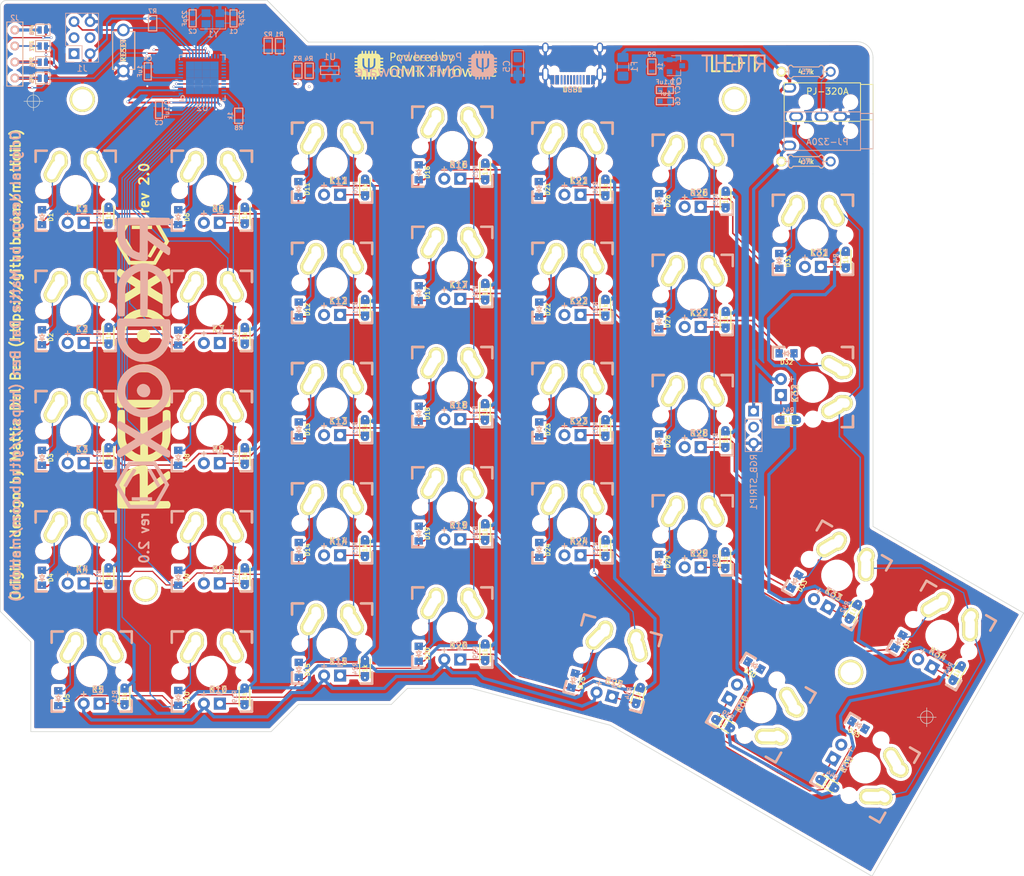
<source format=kicad_pcb>
(kicad_pcb (version 20171130) (host pcbnew "(5.1.5)-3")
  (title_block (title "Redox keyboard PCB") (date 2018-05-05) (rev 1.0) (comment 1 "designed by Mattia Dal Ben (aka u/TiaMaT102)") (comment 2 https://github.com/mattdibi/redox-keyboard))
  (layers (0 F.Cu signal) (31 B.Cu signal) (34 B.Paste user) (35 F.Paste user) (36 B.SilkS user) (37 F.SilkS user) (38 B.Mask user) (39 F.Mask user) (44 Edge.Cuts user))
  (net 0 "")
  (net 1 row0)
  (net 2 "Net-(D1-Pad2)")
  (net 3 "Net-(D2-Pad2)")
  (net 4 "Net-(D3-Pad2)")
  (net 5 "Net-(D4-Pad2)")
  (net 6 "Net-(D5-Pad2)")
  (net 7 "Net-(D6-Pad2)")
  (net 8 "Net-(D10-Pad2)")
  (net 9 row1)
  (net 10 "Net-(D11-Pad2)")
  (net 11 "Net-(D12-Pad2)")
  (net 12 "Net-(D13-Pad2)")
  (net 13 "Net-(D14-Pad2)")
  (net 14 "Net-(D15-Pad2)")
  (net 15 "Net-(D16-Pad2)")
  (net 16 "Net-(D20-Pad2)")
  (net 17 row2)
  (net 18 "Net-(D21-Pad2)")
  (net 19 "Net-(D22-Pad2)")
  (net 20 "Net-(D23-Pad2)")
  (net 21 "Net-(D24-Pad2)")
  (net 22 "Net-(D25-Pad2)")
  (net 23 "Net-(D26-Pad2)")
  (net 24 "Net-(D30-Pad2)")
  (net 25 row3)
  (net 26 "Net-(D31-Pad2)")
  (net 27 "Net-(D32-Pad2)")
  (net 28 "Net-(D33-Pad2)")
  (net 29 "Net-(D34-Pad2)")
  (net 30 "Net-(D35-Pad2)")
  (net 31 row4)
  (net 32 col0)
  (net 33 col1)
  (net 34 col2)
  (net 35 col3)
  (net 36 col4)
  (net 37 col5)
  (net 38 col6)
  (net 39 VCC)
  (net 40 SDA)
  (net 41 SCL)
  (net 42 rgb_data)
  (net 43 GND)
  (net 44 +5V)
  (net 45 "Net-(Q1-Pad1)")
  (net 46 "Net-(R3-Pad2)")
  (net 47 "Net-(R4-Pad2)")
  (net 48 D+)
  (net 49 D-)
  (net 50 "Net-(R8-Pad2)")
  (net 51 "Net-(R9-Pad2)")
  (net 52 MISO)
  (net 53 SCK)
  (net 54 MOSI)
  (net 55 RST)
  (net 56 "Net-(D7-Pad2)")
  (net 57 "Net-(D8-Pad2)")
  (net 58 "Net-(D9-Pad2)")
  (net 59 "Net-(D17-Pad2)")
  (net 60 "Net-(D18-Pad2)")
  (net 61 "Net-(D19-Pad2)")
  (net 62 "Net-(D27-Pad2)")
  (net 63 "Net-(D28-Pad2)")
  (net 64 "Net-(D29-Pad2)")
  (net 65 "Net-(R1-Pad2)")
  (net 66 "Net-(R2-Pad2)")
  (net 67 "Net-(C3-Pad1)")
  (net 68 LEDGND)
  (net 69 "Net-(J2-Pad1)")
  (net 70 "Net-(J2-Pad2)")
  (net 71 "Net-(J2-Pad3)")
  (net 72 "Net-(J2-Pad4)")
  (net 73 XTAL1)
  (net 74 XTAL2)
  (net 75 "Net-(C4-Pad2)")
  (net 76 "Net-(K1-Pad4)")
  (net 77 "Net-(K2-Pad4)")
  (net 78 "Net-(K3-Pad4)")
  (net 79 "Net-(K4-Pad4)")
  (net 80 "Net-(K5-Pad4)")
  (net 81 "Net-(K6-Pad4)")
  (net 82 "Net-(K7-Pad4)")
  (net 83 "Net-(K8-Pad4)")
  (net 84 "Net-(K9-Pad4)")
  (net 85 "Net-(K10-Pad4)")
  (net 86 "Net-(K11-Pad4)")
  (net 87 "Net-(K12-Pad4)")
  (net 88 "Net-(K13-Pad4)")
  (net 89 "Net-(K14-Pad4)")
  (net 90 "Net-(K15-Pad4)")
  (net 91 "Net-(K16-Pad4)")
  (net 92 "Net-(K17-Pad4)")
  (net 93 "Net-(K18-Pad4)")
  (net 94 "Net-(K19-Pad4)")
  (net 95 "Net-(K20-Pad4)")
  (net 96 "Net-(K21-Pad4)")
  (net 97 "Net-(K22-Pad4)")
  (net 98 "Net-(K23-Pad4)")
  (net 99 "Net-(K24-Pad4)")
  (net 100 "Net-(K25-Pad4)")
  (net 101 "Net-(K26-Pad4)")
  (net 102 "Net-(K27-Pad4)")
  (net 103 "Net-(K28-Pad4)")
  (net 104 "Net-(K29-Pad4)")
  (net 105 "Net-(K30-Pad4)")
  (net 106 "Net-(K31-Pad4)")
  (net 107 "Net-(K32-Pad4)")
  (net 108 "Net-(K33-Pad4)")
  (net 109 "Net-(K34-Pad4)")
  (net 110 "Net-(K35-Pad4)")
  (net 111 "Net-(USB1-Pad3)")
  (net 112 "Net-(USB1-Pad9)")
  (module redox_footprints:HRO-TYPE-C-31-M-12-Assembly_dualsided (layer B.Cu) (at 170.2 41.4)
    (fp_text reference USB1 (at 0 9.25 -180) (layer B.SilkS) (effects (font (size 0.8 0.8)) (justify mirror)))
    (fp_text value HRO-TYPE-C-31-M-12)
    (fp_text user %R (at -0.025 9.25) (layer F.SilkS) (effects (font (size 0.8 0.8))))
    (pad 12 smd rect (at 3.225 7.695) (size 0.6 1.45) (layers B.Cu B.Paste B.Mask) (net 43 GND))
    (pad 1 smd rect (at -3.225 7.695) (size 0.6 1.45) (layers B.Cu B.Paste B.Mask) (net 43 GND))
    (pad 11 smd rect (at 2.45 7.695) (size 0.6 1.45) (layers B.Cu B.Paste B.Mask) (net 39 VCC))
    (pad 2 smd rect (at -2.45 7.695) (size 0.6 1.45) (layers B.Cu B.Paste B.Mask) (net 39 VCC))
    (pad 3 smd rect (at -1.75 7.695) (size 0.3 1.45) (layers B.Cu B.Paste B.Mask) (net 111 "Net-(USB1-Pad3)"))
    (pad 10 smd rect (at 1.75 7.695) (size 0.3 1.45) (layers B.Cu B.Paste B.Mask) (net 66 "Net-(R2-Pad2)"))
    (pad 4 smd rect (at -1.25 7.695) (size 0.3 1.45) (layers B.Cu B.Paste B.Mask) (net 65 "Net-(R1-Pad2)"))
    (pad 9 smd rect (at 1.25 7.695) (size 0.3 1.45) (layers B.Cu B.Paste B.Mask) (net 112 "Net-(USB1-Pad9)"))
    (pad 5 smd rect (at -0.75 7.695) (size 0.3 1.45) (layers B.Cu B.Paste B.Mask) (net 47 "Net-(R4-Pad2)"))
    (pad 8 smd rect (at 0.75 7.695) (size 0.3 1.45) (layers B.Cu B.Paste B.Mask) (net 46 "Net-(R3-Pad2)"))
    (pad 7 smd rect (at 0.25 7.695) (size 0.3 1.45) (layers B.Cu B.Paste B.Mask) (net 47 "Net-(R4-Pad2)"))
    (pad 6 smd rect (at -0.25 7.695) (size 0.3 1.45) (layers B.Cu B.Paste B.Mask) (net 46 "Net-(R3-Pad2)"))
    (pad "" np_thru_hole circle (at 2.89 6.25) (size 0.65 0.65) (drill 0.65) (layers *.Cu *.Mask))
    (pad 13 thru_hole oval (at -4.32 6.78) (size 1 2.1) (drill oval 0.6 1.7) (layers *.Cu *.Mask) (net 43 GND))
    (pad 13 thru_hole oval (at 4.32 6.78) (size 1 2.1) (drill oval 0.6 1.7) (layers *.Cu *.Mask) (net 43 GND))
    (pad 13 thru_hole oval (at -4.32 2.6) (size 1 1.6) (drill oval 0.6 1.2) (layers *.Cu *.Mask) (net 43 GND))
    (pad 13 thru_hole oval (at 4.32 2.6) (size 1 1.6) (drill oval 0.6 1.2) (layers *.Cu *.Mask) (net 43 GND))
    (pad "" np_thru_hole circle (at -2.89 6.25) (size 0.65 0.65) (drill 0.65) (layers *.Cu *.Mask))
    (pad 1 smd rect (at 3.225 7.7) (size 0.6 1.45) (layers F.Cu F.Paste F.Mask) (net 43 GND))
    (pad 2 smd rect (at 2.45 7.7) (size 0.6 1.45) (layers F.Cu F.Paste F.Mask) (net 39 VCC))
    (pad 3 smd rect (at 1.75 7.7) (size 0.3 1.45) (layers F.Cu F.Paste F.Mask) (net 111 "Net-(USB1-Pad3)"))
    (pad 4 smd rect (at 1.25 7.7) (size 0.3 1.45) (layers F.Cu F.Paste F.Mask) (net 65 "Net-(R1-Pad2)"))
    (pad 5 smd rect (at 0.75 7.7) (size 0.3 1.45) (layers F.Cu F.Paste F.Mask) (net 47 "Net-(R4-Pad2)"))
    (pad 6 smd rect (at 0.25 7.7) (size 0.3 1.45) (layers F.Cu F.Paste F.Mask) (net 46 "Net-(R3-Pad2)"))
    (pad 7 smd rect (at -0.25 7.7) (size 0.3 1.45) (layers F.Cu F.Paste F.Mask) (net 47 "Net-(R4-Pad2)"))
    (pad 8 smd rect (at -0.75 7.7) (size 0.3 1.45) (layers F.Cu F.Paste F.Mask) (net 46 "Net-(R3-Pad2)"))
    (pad 9 smd rect (at -1.25 7.7) (size 0.3 1.45) (layers F.Cu F.Paste F.Mask) (net 112 "Net-(USB1-Pad9)"))
    (pad 10 smd rect (at -1.75 7.7) (size 0.3 1.45) (layers F.Cu F.Paste F.Mask) (net 66 "Net-(R2-Pad2)"))
    (pad 11 smd rect (at -2.45 7.7) (size 0.6 1.45) (layers F.Cu F.Paste F.Mask) (net 39 VCC))
    (pad 12 smd rect (at -3.225 7.7) (size 0.6 1.45) (layers F.Cu F.Paste F.Mask) (net 43 GND))
  )
  (module redox_footprints:Mx_Alps_125-dualside_with_LED (layer F.Cu) (at 91.44 66.675)
    (fp_text reference K1 (at 1 2.85) (layer F.SilkS) (effects (font (thickness 0.2))))
    (fp_text value KEYSW)
    (fp_text user %R (at 1 2.85) (layer B.SilkS) (effects (font (thickness 0.2)) (justify mirror)))
    (fp_text user - (at 1.27 3.5) (layer B.SilkS))
    (fp_text user + (at -1.27 3.5) (layer B.SilkS))
    (fp_text user - (at 1.27 3.5) (layer F.SilkS))
    (fp_text user + (at -1.27 3.5) (layer F.SilkS))
    (pad 4 thru_hole rect (at 1.27 5.08) (size 1.905 1.905) (drill 0.9906) (layers *.Cu *.Mask) (net 76 "Net-(K1-Pad4)"))
    (pad 3 thru_hole circle (at -1.27 5.08) (size 1.905 1.905) (drill 0.9906) (layers *.Cu *.Mask) (net 39 VCC))
    (pad 2 thru_hole oval (at 2.52 -4.79 356.1) (size 2.5 3.08) (drill oval 1.5 2.08) (layers *.Cu *.Mask F.SilkS) (net 32 col0))
    (pad 1 thru_hole oval (at -3.405 -3.27 330.95) (size 2.5 4.17) (drill oval 1.5 3.17) (layers *.Cu *.Mask F.SilkS) (net 2 "Net-(D1-Pad2)"))
    (pad HOLE np_thru_hole circle (at 5.08 0) (size 1.7018 1.7018) (drill 1.7018) (layers *.Cu))
    (pad HOLE np_thru_hole circle (at -5.08 0) (size 1.7018 1.7018) (drill 1.7018) (layers *.Cu))
    (pad HOLE np_thru_hole circle (at 0 0) (size 3.9878 3.9878) (drill 3.9878) (layers *.Cu))
    (pad 2 thru_hole oval (at 3.405 -3.27 29.05) (size 2.5 4.17) (drill oval 1.5 3.17) (layers *.Cu *.Mask F.SilkS) (net 32 col0))
    (pad 1 thru_hole oval (at -2.52 -4.79 3.9) (size 2.5 3.08) (drill oval 1.5 2.08) (layers *.Cu *.Mask F.SilkS) (net 2 "Net-(D1-Pad2)"))
  )
  (module redox_footprints:Mx_Alps_125-dualside_with_LED (layer F.Cu) (at 91.44 85.725)
    (fp_text reference K2 (at 1 2.85) (layer F.SilkS) (effects (font (thickness 0.2))))
    (fp_text value KEYSW)
    (fp_text user %R (at 1 2.85) (layer B.SilkS) (effects (font (thickness 0.2)) (justify mirror)))
    (fp_text user - (at 1.27 3.5) (layer B.SilkS))
    (fp_text user + (at -1.27 3.5) (layer B.SilkS))
    (fp_text user - (at 1.27 3.5) (layer F.SilkS))
    (fp_text user + (at -1.27 3.5) (layer F.SilkS))
    (pad 4 thru_hole rect (at 1.27 5.08) (size 1.905 1.905) (drill 0.9906) (layers *.Cu *.Mask) (net 77 "Net-(K2-Pad4)"))
    (pad 3 thru_hole circle (at -1.27 5.08) (size 1.905 1.905) (drill 0.9906) (layers *.Cu *.Mask) (net 39 VCC))
    (pad 2 thru_hole oval (at 2.52 -4.79 356.1) (size 2.5 3.08) (drill oval 1.5 2.08) (layers *.Cu *.Mask F.SilkS) (net 32 col0))
    (pad 1 thru_hole oval (at -3.405 -3.27 330.95) (size 2.5 4.17) (drill oval 1.5 3.17) (layers *.Cu *.Mask F.SilkS) (net 3 "Net-(D2-Pad2)"))
    (pad HOLE np_thru_hole circle (at 5.08 0) (size 1.7018 1.7018) (drill 1.7018) (layers *.Cu))
    (pad HOLE np_thru_hole circle (at -5.08 0) (size 1.7018 1.7018) (drill 1.7018) (layers *.Cu))
    (pad HOLE np_thru_hole circle (at 0 0) (size 3.9878 3.9878) (drill 3.9878) (layers *.Cu))
    (pad 2 thru_hole oval (at 3.405 -3.27 29.05) (size 2.5 4.17) (drill oval 1.5 3.17) (layers *.Cu *.Mask F.SilkS) (net 32 col0))
    (pad 1 thru_hole oval (at -2.52 -4.79 3.9) (size 2.5 3.08) (drill oval 1.5 2.08) (layers *.Cu *.Mask F.SilkS) (net 3 "Net-(D2-Pad2)"))
  )
  (module redox_footprints:Mx_Alps_125-dualside_with_LED (layer F.Cu) (at 91.44 104.775)
    (fp_text reference K3 (at 1 2.85) (layer F.SilkS) (effects (font (thickness 0.2))))
    (fp_text value KEYSW)
    (fp_text user %R (at 1 2.85) (layer B.SilkS) (effects (font (thickness 0.2)) (justify mirror)))
    (fp_text user - (at 1.27 3.5) (layer B.SilkS))
    (fp_text user + (at -1.27 3.5) (layer B.SilkS))
    (fp_text user - (at 1.27 3.5) (layer F.SilkS))
    (fp_text user + (at -1.27 3.5) (layer F.SilkS))
    (pad 4 thru_hole rect (at 1.27 5.08) (size 1.905 1.905) (drill 0.9906) (layers *.Cu *.Mask) (net 78 "Net-(K3-Pad4)"))
    (pad 3 thru_hole circle (at -1.27 5.08) (size 1.905 1.905) (drill 0.9906) (layers *.Cu *.Mask) (net 39 VCC))
    (pad 2 thru_hole oval (at 2.52 -4.79 356.1) (size 2.5 3.08) (drill oval 1.5 2.08) (layers *.Cu *.Mask F.SilkS) (net 32 col0))
    (pad 1 thru_hole oval (at -3.405 -3.27 330.95) (size 2.5 4.17) (drill oval 1.5 3.17) (layers *.Cu *.Mask F.SilkS) (net 4 "Net-(D3-Pad2)"))
    (pad HOLE np_thru_hole circle (at 5.08 0) (size 1.7018 1.7018) (drill 1.7018) (layers *.Cu))
    (pad HOLE np_thru_hole circle (at -5.08 0) (size 1.7018 1.7018) (drill 1.7018) (layers *.Cu))
    (pad HOLE np_thru_hole circle (at 0 0) (size 3.9878 3.9878) (drill 3.9878) (layers *.Cu))
    (pad 2 thru_hole oval (at 3.405 -3.27 29.05) (size 2.5 4.17) (drill oval 1.5 3.17) (layers *.Cu *.Mask F.SilkS) (net 32 col0))
    (pad 1 thru_hole oval (at -2.52 -4.79 3.9) (size 2.5 3.08) (drill oval 1.5 2.08) (layers *.Cu *.Mask F.SilkS) (net 4 "Net-(D3-Pad2)"))
  )
  (module redox_footprints:Mx_Alps_125-dualside_with_LED (layer F.Cu) (at 91.44 123.825)
    (fp_text reference K4 (at 1 2.85) (layer F.SilkS) (effects (font (thickness 0.2))))
    (fp_text value KEYSW)
    (fp_text user %R (at 1 2.85) (layer B.SilkS) (effects (font (thickness 0.2)) (justify mirror)))
    (fp_text user - (at 1.27 3.5) (layer B.SilkS))
    (fp_text user + (at -1.27 3.5) (layer B.SilkS))
    (fp_text user - (at 1.27 3.5) (layer F.SilkS))
    (fp_text user + (at -1.27 3.5) (layer F.SilkS))
    (pad 4 thru_hole rect (at 1.27 5.08) (size 1.905 1.905) (drill 0.9906) (layers *.Cu *.Mask) (net 79 "Net-(K4-Pad4)"))
    (pad 3 thru_hole circle (at -1.27 5.08) (size 1.905 1.905) (drill 0.9906) (layers *.Cu *.Mask) (net 39 VCC))
    (pad 2 thru_hole oval (at 2.52 -4.79 356.1) (size 2.5 3.08) (drill oval 1.5 2.08) (layers *.Cu *.Mask F.SilkS) (net 32 col0))
    (pad 1 thru_hole oval (at -3.405 -3.27 330.95) (size 2.5 4.17) (drill oval 1.5 3.17) (layers *.Cu *.Mask F.SilkS) (net 5 "Net-(D4-Pad2)"))
    (pad HOLE np_thru_hole circle (at 5.08 0) (size 1.7018 1.7018) (drill 1.7018) (layers *.Cu))
    (pad HOLE np_thru_hole circle (at -5.08 0) (size 1.7018 1.7018) (drill 1.7018) (layers *.Cu))
    (pad HOLE np_thru_hole circle (at 0 0) (size 3.9878 3.9878) (drill 3.9878) (layers *.Cu))
    (pad 2 thru_hole oval (at 3.405 -3.27 29.05) (size 2.5 4.17) (drill oval 1.5 3.17) (layers *.Cu *.Mask F.SilkS) (net 32 col0))
    (pad 1 thru_hole oval (at -2.52 -4.79 3.9) (size 2.5 3.08) (drill oval 1.5 2.08) (layers *.Cu *.Mask F.SilkS) (net 5 "Net-(D4-Pad2)"))
  )
  (module redox_footprints:Mx_Alps_125-dualside_with_LED (layer F.Cu) (at 176.53 141.605 345)
    (fp_text reference K25 (at 1 2.85 165) (layer F.SilkS) (effects (font (thickness 0.2))))
    (fp_text value KEYSW)
    (fp_text user %R (at 1 2.85 165) (layer B.SilkS) (effects (font (thickness 0.2)) (justify mirror)))
    (fp_text user - (at 1.27 3.5 165) (layer B.SilkS))
    (fp_text user + (at -1.27 3.5 165) (layer B.SilkS))
    (fp_text user - (at 1.27 3.5 165) (layer F.SilkS))
    (fp_text user + (at -1.27 3.5 165) (layer F.SilkS))
    (pad 4 thru_hole rect (at 1.27 5.08 345) (size 1.905 1.905) (drill 0.9906) (layers *.Cu *.Mask) (net 100 "Net-(K25-Pad4)"))
    (pad 3 thru_hole circle (at -1.27 5.08 345) (size 1.905 1.905) (drill 0.9906) (layers *.Cu *.Mask) (net 39 VCC))
    (pad 2 thru_hole oval (at 2.52 -4.79 341.1) (size 2.5 3.08) (drill oval 1.5 2.08) (layers *.Cu *.Mask F.SilkS) (net 36 col4))
    (pad 1 thru_hole oval (at -3.405 -3.27 315.95) (size 2.5 4.17) (drill oval 1.5 3.17) (layers *.Cu *.Mask F.SilkS) (net 22 "Net-(D25-Pad2)"))
    (pad HOLE np_thru_hole circle (at 5.08 0 345) (size 1.7018 1.7018) (drill 1.7018) (layers *.Cu))
    (pad HOLE np_thru_hole circle (at -5.08 0 345) (size 1.7018 1.7018) (drill 1.7018) (layers *.Cu))
    (pad HOLE np_thru_hole circle (at 0 0 345) (size 3.9878 3.9878) (drill 3.9878) (layers *.Cu))
    (pad 2 thru_hole oval (at 3.405 -3.27 14.05) (size 2.5 4.17) (drill oval 1.5 3.17) (layers *.Cu *.Mask F.SilkS) (net 36 col4))
    (pad 1 thru_hole oval (at -2.52 -4.79 348.9) (size 2.5 3.08) (drill oval 1.5 2.08) (layers *.Cu *.Mask F.SilkS) (net 22 "Net-(D25-Pad2)"))
  )
  (module redox_footprints:Mx_Alps_125-dualside_with_LED (layer F.Cu) (at 200.025 148.59 240)
    (fp_text reference K30 (at 1 2.85 60) (layer F.SilkS) (effects (font (thickness 0.2))))
    (fp_text value KEYSW)
    (fp_text user %R (at 1 2.85 60) (layer B.SilkS) (effects (font (thickness 0.2)) (justify mirror)))
    (fp_text user - (at 1.27 3.5 60) (layer B.SilkS))
    (fp_text user + (at -1.27 3.5 60) (layer B.SilkS))
    (fp_text user - (at 1.27 3.5 60) (layer F.SilkS))
    (fp_text user + (at -1.27 3.5 60) (layer F.SilkS))
    (pad 4 thru_hole rect (at 1.27 5.08 240) (size 1.905 1.905) (drill 0.9906) (layers *.Cu *.Mask) (net 105 "Net-(K30-Pad4)"))
    (pad 3 thru_hole circle (at -1.27 5.08 240) (size 1.905 1.905) (drill 0.9906) (layers *.Cu *.Mask) (net 39 VCC))
    (pad 2 thru_hole oval (at 2.52 -4.79 236.1) (size 2.5 3.08) (drill oval 1.5 2.08) (layers *.Cu *.Mask F.SilkS) (net 37 col5))
    (pad 1 thru_hole oval (at -3.405 -3.27 210.95) (size 2.5 4.17) (drill oval 1.5 3.17) (layers *.Cu *.Mask F.SilkS) (net 24 "Net-(D30-Pad2)"))
    (pad HOLE np_thru_hole circle (at 5.08 0 240) (size 1.7018 1.7018) (drill 1.7018) (layers *.Cu))
    (pad HOLE np_thru_hole circle (at -5.08 0 240) (size 1.7018 1.7018) (drill 1.7018) (layers *.Cu))
    (pad HOLE np_thru_hole circle (at 0 0 240) (size 3.9878 3.9878) (drill 3.9878) (layers *.Cu))
    (pad 2 thru_hole oval (at 3.405 -3.27 269.05) (size 2.5 4.17) (drill oval 1.5 3.17) (layers *.Cu *.Mask F.SilkS) (net 37 col5))
    (pad 1 thru_hole oval (at -2.52 -4.79 243.9) (size 2.5 3.08) (drill oval 1.5 2.08) (layers *.Cu *.Mask F.SilkS) (net 24 "Net-(D30-Pad2)"))
  )
  (module redox_footprints:Mx_Alps_125-dualside_with_LED (layer F.Cu) (at 208.28 97.79 270)
    (fp_text reference K32 (at 1 2.85 90) (layer F.SilkS) (effects (font (thickness 0.2))))
    (fp_text value KEYSW)
    (fp_text user %R (at 1 2.85 90) (layer B.SilkS) (effects (font (thickness 0.2)) (justify mirror)))
    (fp_text user - (at 1.27 3.5 90) (layer B.SilkS))
    (fp_text user + (at -1.27 3.5 90) (layer B.SilkS))
    (fp_text user - (at 1.27 3.5 90) (layer F.SilkS))
    (fp_text user + (at -1.27 3.5 90) (layer F.SilkS))
    (pad 4 thru_hole rect (at 1.27 5.08 270) (size 1.905 1.905) (drill 0.9906) (layers *.Cu *.Mask) (net 107 "Net-(K32-Pad4)"))
    (pad 3 thru_hole circle (at -1.27 5.08 270) (size 1.905 1.905) (drill 0.9906) (layers *.Cu *.Mask) (net 39 VCC))
    (pad 2 thru_hole oval (at 2.52 -4.79 266.1) (size 2.5 3.08) (drill oval 1.5 2.08) (layers *.Cu *.Mask F.SilkS) (net 38 col6))
    (pad 1 thru_hole oval (at -3.405 -3.27 240.95) (size 2.5 4.17) (drill oval 1.5 3.17) (layers *.Cu *.Mask F.SilkS) (net 27 "Net-(D32-Pad2)"))
    (pad HOLE np_thru_hole circle (at 5.08 0 270) (size 1.7018 1.7018) (drill 1.7018) (layers *.Cu))
    (pad HOLE np_thru_hole circle (at -5.08 0 270) (size 1.7018 1.7018) (drill 1.7018) (layers *.Cu))
    (pad HOLE np_thru_hole circle (at 0 0 270) (size 3.9878 3.9878) (drill 3.9878) (layers *.Cu))
    (pad 2 thru_hole oval (at 3.405 -3.27 299.05) (size 2.5 4.17) (drill oval 1.5 3.17) (layers *.Cu *.Mask F.SilkS) (net 38 col6))
    (pad 1 thru_hole oval (at -2.52 -4.79 273.9) (size 2.5 3.08) (drill oval 1.5 2.08) (layers *.Cu *.Mask F.SilkS) (net 27 "Net-(D32-Pad2)"))
  )
  (module redox_footprints:Mx_Alps_125-dualside_with_LED (layer F.Cu) (at 216.535 158.115 240)
    (fp_text reference K35 (at 1 2.85 60) (layer F.SilkS) (effects (font (thickness 0.2))))
    (fp_text value KEYSW)
    (fp_text user %R (at 1 2.85 60) (layer B.SilkS) (effects (font (thickness 0.2)) (justify mirror)))
    (fp_text user - (at 1.27 3.5 60) (layer B.SilkS))
    (fp_text user + (at -1.27 3.5 60) (layer B.SilkS))
    (fp_text user - (at 1.27 3.5 60) (layer F.SilkS))
    (fp_text user + (at -1.27 3.5 60) (layer F.SilkS))
    (pad 4 thru_hole rect (at 1.27 5.08 240) (size 1.905 1.905) (drill 0.9906) (layers *.Cu *.Mask) (net 110 "Net-(K35-Pad4)"))
    (pad 3 thru_hole circle (at -1.27 5.08 240) (size 1.905 1.905) (drill 0.9906) (layers *.Cu *.Mask) (net 39 VCC))
    (pad 2 thru_hole oval (at 2.52 -4.79 236.1) (size 2.5 3.08) (drill oval 1.5 2.08) (layers *.Cu *.Mask F.SilkS) (net 38 col6))
    (pad 1 thru_hole oval (at -3.405 -3.27 210.95) (size 2.5 4.17) (drill oval 1.5 3.17) (layers *.Cu *.Mask F.SilkS) (net 30 "Net-(D35-Pad2)"))
    (pad HOLE np_thru_hole circle (at 5.08 0 240) (size 1.7018 1.7018) (drill 1.7018) (layers *.Cu))
    (pad HOLE np_thru_hole circle (at -5.08 0 240) (size 1.7018 1.7018) (drill 1.7018) (layers *.Cu))
    (pad HOLE np_thru_hole circle (at 0 0 240) (size 3.9878 3.9878) (drill 3.9878) (layers *.Cu))
    (pad 2 thru_hole oval (at 3.405 -3.27 269.05) (size 2.5 4.17) (drill oval 1.5 3.17) (layers *.Cu *.Mask F.SilkS) (net 38 col6))
    (pad 1 thru_hole oval (at -2.52 -4.79 243.9) (size 2.5 3.08) (drill oval 1.5 2.08) (layers *.Cu *.Mask F.SilkS) (net 30 "Net-(D35-Pad2)"))
  )
  (module redox_footprints:Mx_Alps_100-dualside_with_LED (layer F.Cu) (at 132.08 62.23)
    (fp_text reference K11 (at 1 2.85) (layer F.SilkS) (effects (font (thickness 0.2))))
    (fp_text value KEYSW hide)
    (fp_text user %R (at 1 2.85) (layer B.SilkS) (effects (font (thickness 0.2)) (justify mirror)))
    (fp_text user - (at 1.27 3.5) (layer B.SilkS))
    (fp_text user + (at -1.27 3.5) (layer B.SilkS))
    (fp_text user - (at 1.27 3.5) (layer F.SilkS))
    (fp_text user + (at -1.27 3.5) (layer F.SilkS))
    (pad 4 thru_hole rect (at 1.27 5.08) (size 1.905 1.905) (drill 0.9906) (layers *.Cu *.Mask) (net 86 "Net-(K11-Pad4)"))
    (pad 3 thru_hole circle (at -1.27 5.08) (size 1.905 1.905) (drill 0.9906) (layers *.Cu *.Mask) (net 39 VCC))
    (pad 2 thru_hole oval (at 2.52 -4.79 356.1) (size 2.5 3.08) (drill oval 1.5 2.08) (layers *.Cu *.Mask F.SilkS) (net 34 col2))
    (pad 1 thru_hole oval (at -3.405 -3.27 330.95) (size 2.5 4.17) (drill oval 1.5 3.17) (layers *.Cu *.Mask F.SilkS) (net 10 "Net-(D11-Pad2)"))
    (pad HOLE np_thru_hole circle (at 5.08 0) (size 1.7018 1.7018) (drill 1.7018) (layers *.Cu))
    (pad HOLE np_thru_hole circle (at -5.08 0) (size 1.7018 1.7018) (drill 1.7018) (layers *.Cu))
    (pad HOLE np_thru_hole circle (at 0 0) (size 3.9878 3.9878) (drill 3.9878) (layers *.Cu))
    (pad 2 thru_hole oval (at 3.405 -3.27 29.05) (size 2.5 4.17) (drill oval 1.5 3.17) (layers *.Cu *.Mask F.SilkS) (net 34 col2))
    (pad 1 thru_hole oval (at -2.52 -4.79 3.9) (size 2.5 3.08) (drill oval 1.5 2.08) (layers *.Cu *.Mask F.SilkS) (net 10 "Net-(D11-Pad2)"))
  )
  (module redox_footprints:Mx_Alps_100-dualside_with_LED (layer F.Cu) (at 189.23 64.135)
    (fp_text reference K26 (at 1 2.85) (layer F.SilkS) (effects (font (thickness 0.2))))
    (fp_text value KEYSW hide)
    (fp_text user %R (at 1 2.85) (layer B.SilkS) (effects (font (thickness 0.2)) (justify mirror)))
    (fp_text user - (at 1.27 3.5) (layer B.SilkS))
    (fp_text user + (at -1.27 3.5) (layer B.SilkS))
    (fp_text user - (at 1.27 3.5) (layer F.SilkS))
    (fp_text user + (at -1.27 3.5) (layer F.SilkS))
    (pad 4 thru_hole rect (at 1.27 5.08) (size 1.905 1.905) (drill 0.9906) (layers *.Cu *.Mask) (net 101 "Net-(K26-Pad4)"))
    (pad 3 thru_hole circle (at -1.27 5.08) (size 1.905 1.905) (drill 0.9906) (layers *.Cu *.Mask) (net 39 VCC))
    (pad 2 thru_hole oval (at 2.52 -4.79 356.1) (size 2.5 3.08) (drill oval 1.5 2.08) (layers *.Cu *.Mask F.SilkS) (net 37 col5))
    (pad 1 thru_hole oval (at -3.405 -3.27 330.95) (size 2.5 4.17) (drill oval 1.5 3.17) (layers *.Cu *.Mask F.SilkS) (net 23 "Net-(D26-Pad2)"))
    (pad HOLE np_thru_hole circle (at 5.08 0) (size 1.7018 1.7018) (drill 1.7018) (layers *.Cu))
    (pad HOLE np_thru_hole circle (at -5.08 0) (size 1.7018 1.7018) (drill 1.7018) (layers *.Cu))
    (pad HOLE np_thru_hole circle (at 0 0) (size 3.9878 3.9878) (drill 3.9878) (layers *.Cu))
    (pad 2 thru_hole oval (at 3.405 -3.27 29.05) (size 2.5 4.17) (drill oval 1.5 3.17) (layers *.Cu *.Mask F.SilkS) (net 37 col5))
    (pad 1 thru_hole oval (at -2.52 -4.79 3.9) (size 2.5 3.08) (drill oval 1.5 2.08) (layers *.Cu *.Mask F.SilkS) (net 23 "Net-(D26-Pad2)"))
  )
  (module redox_footprints:Mx_Alps_100-dualside_with_LED (layer F.Cu) (at 113.03 66.675)
    (fp_text reference K6 (at 1 2.85) (layer F.SilkS) (effects (font (thickness 0.2))))
    (fp_text value KEYSW hide)
    (fp_text user %R (at 1 2.85) (layer B.SilkS) (effects (font (thickness 0.2)) (justify mirror)))
    (fp_text user - (at 1.27 3.5) (layer B.SilkS))
    (fp_text user + (at -1.27 3.5) (layer B.SilkS))
    (fp_text user - (at 1.27 3.5) (layer F.SilkS))
    (fp_text user + (at -1.27 3.5) (layer F.SilkS))
    (pad 4 thru_hole rect (at 1.27 5.08) (size 1.905 1.905) (drill 0.9906) (layers *.Cu *.Mask) (net 81 "Net-(K6-Pad4)"))
    (pad 3 thru_hole circle (at -1.27 5.08) (size 1.905 1.905) (drill 0.9906) (layers *.Cu *.Mask) (net 39 VCC))
    (pad 2 thru_hole oval (at 2.52 -4.79 356.1) (size 2.5 3.08) (drill oval 1.5 2.08) (layers *.Cu *.Mask F.SilkS) (net 33 col1))
    (pad 1 thru_hole oval (at -3.405 -3.27 330.95) (size 2.5 4.17) (drill oval 1.5 3.17) (layers *.Cu *.Mask F.SilkS) (net 7 "Net-(D6-Pad2)"))
    (pad HOLE np_thru_hole circle (at 5.08 0) (size 1.7018 1.7018) (drill 1.7018) (layers *.Cu))
    (pad HOLE np_thru_hole circle (at -5.08 0) (size 1.7018 1.7018) (drill 1.7018) (layers *.Cu))
    (pad HOLE np_thru_hole circle (at 0 0) (size 3.9878 3.9878) (drill 3.9878) (layers *.Cu))
    (pad 2 thru_hole oval (at 3.405 -3.27 29.05) (size 2.5 4.17) (drill oval 1.5 3.17) (layers *.Cu *.Mask F.SilkS) (net 33 col1))
    (pad 1 thru_hole oval (at -2.52 -4.79 3.9) (size 2.5 3.08) (drill oval 1.5 2.08) (layers *.Cu *.Mask F.SilkS) (net 7 "Net-(D6-Pad2)"))
  )
  (module redox_footprints:Mx_Alps_100-dualside_with_LED (layer F.Cu) (at 93.98 142.875)
    (fp_text reference K5 (at 1 2.85) (layer F.SilkS) (effects (font (thickness 0.2))))
    (fp_text value KEYSW hide)
    (fp_text user %R (at 1 2.85) (layer B.SilkS) (effects (font (thickness 0.2)) (justify mirror)))
    (fp_text user - (at 1.27 3.5) (layer B.SilkS))
    (fp_text user + (at -1.27 3.5) (layer B.SilkS))
    (fp_text user - (at 1.27 3.5) (layer F.SilkS))
    (fp_text user + (at -1.27 3.5) (layer F.SilkS))
    (pad 4 thru_hole rect (at 1.27 5.08) (size 1.905 1.905) (drill 0.9906) (layers *.Cu *.Mask) (net 80 "Net-(K5-Pad4)"))
    (pad 3 thru_hole circle (at -1.27 5.08) (size 1.905 1.905) (drill 0.9906) (layers *.Cu *.Mask) (net 39 VCC))
    (pad 2 thru_hole oval (at 2.52 -4.79 356.1) (size 2.5 3.08) (drill oval 1.5 2.08) (layers *.Cu *.Mask F.SilkS) (net 32 col0))
    (pad 1 thru_hole oval (at -3.405 -3.27 330.95) (size 2.5 4.17) (drill oval 1.5 3.17) (layers *.Cu *.Mask F.SilkS) (net 6 "Net-(D5-Pad2)"))
    (pad HOLE np_thru_hole circle (at 5.08 0) (size 1.7018 1.7018) (drill 1.7018) (layers *.Cu))
    (pad HOLE np_thru_hole circle (at -5.08 0) (size 1.7018 1.7018) (drill 1.7018) (layers *.Cu))
    (pad HOLE np_thru_hole circle (at 0 0) (size 3.9878 3.9878) (drill 3.9878) (layers *.Cu))
    (pad 2 thru_hole oval (at 3.405 -3.27 29.05) (size 2.5 4.17) (drill oval 1.5 3.17) (layers *.Cu *.Mask F.SilkS) (net 32 col0))
    (pad 1 thru_hole oval (at -2.52 -4.79 3.9) (size 2.5 3.08) (drill oval 1.5 2.08) (layers *.Cu *.Mask F.SilkS) (net 6 "Net-(D5-Pad2)"))
  )
  (module redox_footprints:Mx_Alps_100-dualside_with_LED (layer F.Cu) (at 113.03 85.725)
    (fp_text reference K7 (at 1 2.85) (layer F.SilkS) (effects (font (thickness 0.2))))
    (fp_text value KEYSW hide)
    (fp_text user %R (at 1 2.85) (layer B.SilkS) (effects (font (thickness 0.2)) (justify mirror)))
    (fp_text user - (at 1.27 3.5) (layer B.SilkS))
    (fp_text user + (at -1.27 3.5) (layer B.SilkS))
    (fp_text user - (at 1.27 3.5) (layer F.SilkS))
    (fp_text user + (at -1.27 3.5) (layer F.SilkS))
    (pad 4 thru_hole rect (at 1.27 5.08) (size 1.905 1.905) (drill 0.9906) (layers *.Cu *.Mask) (net 82 "Net-(K7-Pad4)"))
    (pad 3 thru_hole circle (at -1.27 5.08) (size 1.905 1.905) (drill 0.9906) (layers *.Cu *.Mask) (net 39 VCC))
    (pad 2 thru_hole oval (at 2.52 -4.79 356.1) (size 2.5 3.08) (drill oval 1.5 2.08) (layers *.Cu *.Mask F.SilkS) (net 33 col1))
    (pad 1 thru_hole oval (at -3.405 -3.27 330.95) (size 2.5 4.17) (drill oval 1.5 3.17) (layers *.Cu *.Mask F.SilkS) (net 56 "Net-(D7-Pad2)"))
    (pad HOLE np_thru_hole circle (at 5.08 0) (size 1.7018 1.7018) (drill 1.7018) (layers *.Cu))
    (pad HOLE np_thru_hole circle (at -5.08 0) (size 1.7018 1.7018) (drill 1.7018) (layers *.Cu))
    (pad HOLE np_thru_hole circle (at 0 0) (size 3.9878 3.9878) (drill 3.9878) (layers *.Cu))
    (pad 2 thru_hole oval (at 3.405 -3.27 29.05) (size 2.5 4.17) (drill oval 1.5 3.17) (layers *.Cu *.Mask F.SilkS) (net 33 col1))
    (pad 1 thru_hole oval (at -2.52 -4.79 3.9) (size 2.5 3.08) (drill oval 1.5 2.08) (layers *.Cu *.Mask F.SilkS) (net 56 "Net-(D7-Pad2)"))
  )
  (module redox_footprints:Mx_Alps_100-dualside_with_LED (layer F.Cu) (at 113.03 104.775)
    (fp_text reference K8 (at 1 2.85) (layer F.SilkS) (effects (font (thickness 0.2))))
    (fp_text value KEYSW hide)
    (fp_text user %R (at 1 2.85) (layer B.SilkS) (effects (font (thickness 0.2)) (justify mirror)))
    (fp_text user - (at 1.27 3.5) (layer B.SilkS))
    (fp_text user + (at -1.27 3.5) (layer B.SilkS))
    (fp_text user - (at 1.27 3.5) (layer F.SilkS))
    (fp_text user + (at -1.27 3.5) (layer F.SilkS))
    (pad 4 thru_hole rect (at 1.27 5.08) (size 1.905 1.905) (drill 0.9906) (layers *.Cu *.Mask) (net 83 "Net-(K8-Pad4)"))
    (pad 3 thru_hole circle (at -1.27 5.08) (size 1.905 1.905) (drill 0.9906) (layers *.Cu *.Mask) (net 39 VCC))
    (pad 2 thru_hole oval (at 2.52 -4.79 356.1) (size 2.5 3.08) (drill oval 1.5 2.08) (layers *.Cu *.Mask F.SilkS) (net 33 col1))
    (pad 1 thru_hole oval (at -3.405 -3.27 330.95) (size 2.5 4.17) (drill oval 1.5 3.17) (layers *.Cu *.Mask F.SilkS) (net 57 "Net-(D8-Pad2)"))
    (pad HOLE np_thru_hole circle (at 5.08 0) (size 1.7018 1.7018) (drill 1.7018) (layers *.Cu))
    (pad HOLE np_thru_hole circle (at -5.08 0) (size 1.7018 1.7018) (drill 1.7018) (layers *.Cu))
    (pad HOLE np_thru_hole circle (at 0 0) (size 3.9878 3.9878) (drill 3.9878) (layers *.Cu))
    (pad 2 thru_hole oval (at 3.405 -3.27 29.05) (size 2.5 4.17) (drill oval 1.5 3.17) (layers *.Cu *.Mask F.SilkS) (net 33 col1))
    (pad 1 thru_hole oval (at -2.52 -4.79 3.9) (size 2.5 3.08) (drill oval 1.5 2.08) (layers *.Cu *.Mask F.SilkS) (net 57 "Net-(D8-Pad2)"))
  )
  (module redox_footprints:Mx_Alps_100-dualside_with_LED (layer F.Cu) (at 113.03 123.825)
    (fp_text reference K9 (at 1 2.85) (layer F.SilkS) (effects (font (thickness 0.2))))
    (fp_text value KEYSW hide)
    (fp_text user %R (at 1 2.85) (layer B.SilkS) (effects (font (thickness 0.2)) (justify mirror)))
    (fp_text user - (at 1.27 3.5) (layer B.SilkS))
    (fp_text user + (at -1.27 3.5) (layer B.SilkS))
    (fp_text user - (at 1.27 3.5) (layer F.SilkS))
    (fp_text user + (at -1.27 3.5) (layer F.SilkS))
    (pad 4 thru_hole rect (at 1.27 5.08) (size 1.905 1.905) (drill 0.9906) (layers *.Cu *.Mask) (net 84 "Net-(K9-Pad4)"))
    (pad 3 thru_hole circle (at -1.27 5.08) (size 1.905 1.905) (drill 0.9906) (layers *.Cu *.Mask) (net 39 VCC))
    (pad 2 thru_hole oval (at 2.52 -4.79 356.1) (size 2.5 3.08) (drill oval 1.5 2.08) (layers *.Cu *.Mask F.SilkS) (net 33 col1))
    (pad 1 thru_hole oval (at -3.405 -3.27 330.95) (size 2.5 4.17) (drill oval 1.5 3.17) (layers *.Cu *.Mask F.SilkS) (net 58 "Net-(D9-Pad2)"))
    (pad HOLE np_thru_hole circle (at 5.08 0) (size 1.7018 1.7018) (drill 1.7018) (layers *.Cu))
    (pad HOLE np_thru_hole circle (at -5.08 0) (size 1.7018 1.7018) (drill 1.7018) (layers *.Cu))
    (pad HOLE np_thru_hole circle (at 0 0) (size 3.9878 3.9878) (drill 3.9878) (layers *.Cu))
    (pad 2 thru_hole oval (at 3.405 -3.27 29.05) (size 2.5 4.17) (drill oval 1.5 3.17) (layers *.Cu *.Mask F.SilkS) (net 33 col1))
    (pad 1 thru_hole oval (at -2.52 -4.79 3.9) (size 2.5 3.08) (drill oval 1.5 2.08) (layers *.Cu *.Mask F.SilkS) (net 58 "Net-(D9-Pad2)"))
  )
  (module redox_footprints:Mx_Alps_100-dualside_with_LED (layer F.Cu) (at 113.03 142.875)
    (fp_text reference K10 (at 1 2.85) (layer F.SilkS) (effects (font (thickness 0.2))))
    (fp_text value KEYSW hide)
    (fp_text user %R (at 1 2.85) (layer B.SilkS) (effects (font (thickness 0.2)) (justify mirror)))
    (fp_text user - (at 1.27 3.5) (layer B.SilkS))
    (fp_text user + (at -1.27 3.5) (layer B.SilkS))
    (fp_text user - (at 1.27 3.5) (layer F.SilkS))
    (fp_text user + (at -1.27 3.5) (layer F.SilkS))
    (pad 4 thru_hole rect (at 1.27 5.08) (size 1.905 1.905) (drill 0.9906) (layers *.Cu *.Mask) (net 85 "Net-(K10-Pad4)"))
    (pad 3 thru_hole circle (at -1.27 5.08) (size 1.905 1.905) (drill 0.9906) (layers *.Cu *.Mask) (net 39 VCC))
    (pad 2 thru_hole oval (at 2.52 -4.79 356.1) (size 2.5 3.08) (drill oval 1.5 2.08) (layers *.Cu *.Mask F.SilkS) (net 33 col1))
    (pad 1 thru_hole oval (at -3.405 -3.27 330.95) (size 2.5 4.17) (drill oval 1.5 3.17) (layers *.Cu *.Mask F.SilkS) (net 8 "Net-(D10-Pad2)"))
    (pad HOLE np_thru_hole circle (at 5.08 0) (size 1.7018 1.7018) (drill 1.7018) (layers *.Cu))
    (pad HOLE np_thru_hole circle (at -5.08 0) (size 1.7018 1.7018) (drill 1.7018) (layers *.Cu))
    (pad HOLE np_thru_hole circle (at 0 0) (size 3.9878 3.9878) (drill 3.9878) (layers *.Cu))
    (pad 2 thru_hole oval (at 3.405 -3.27 29.05) (size 2.5 4.17) (drill oval 1.5 3.17) (layers *.Cu *.Mask F.SilkS) (net 33 col1))
    (pad 1 thru_hole oval (at -2.52 -4.79 3.9) (size 2.5 3.08) (drill oval 1.5 2.08) (layers *.Cu *.Mask F.SilkS) (net 8 "Net-(D10-Pad2)"))
  )
  (module redox_footprints:Mx_Alps_100-dualside_with_LED (layer F.Cu) (at 132.08 81.28)
    (fp_text reference K12 (at 1 2.85) (layer F.SilkS) (effects (font (thickness 0.2))))
    (fp_text value KEYSW hide)
    (fp_text user %R (at 1 2.85) (layer B.SilkS) (effects (font (thickness 0.2)) (justify mirror)))
    (fp_text user - (at 1.27 3.5) (layer B.SilkS))
    (fp_text user + (at -1.27 3.5) (layer B.SilkS))
    (fp_text user - (at 1.27 3.5) (layer F.SilkS))
    (fp_text user + (at -1.27 3.5) (layer F.SilkS))
    (pad 4 thru_hole rect (at 1.27 5.08) (size 1.905 1.905) (drill 0.9906) (layers *.Cu *.Mask) (net 87 "Net-(K12-Pad4)"))
    (pad 3 thru_hole circle (at -1.27 5.08) (size 1.905 1.905) (drill 0.9906) (layers *.Cu *.Mask) (net 39 VCC))
    (pad 2 thru_hole oval (at 2.52 -4.79 356.1) (size 2.5 3.08) (drill oval 1.5 2.08) (layers *.Cu *.Mask F.SilkS) (net 34 col2))
    (pad 1 thru_hole oval (at -3.405 -3.27 330.95) (size 2.5 4.17) (drill oval 1.5 3.17) (layers *.Cu *.Mask F.SilkS) (net 11 "Net-(D12-Pad2)"))
    (pad HOLE np_thru_hole circle (at 5.08 0) (size 1.7018 1.7018) (drill 1.7018) (layers *.Cu))
    (pad HOLE np_thru_hole circle (at -5.08 0) (size 1.7018 1.7018) (drill 1.7018) (layers *.Cu))
    (pad HOLE np_thru_hole circle (at 0 0) (size 3.9878 3.9878) (drill 3.9878) (layers *.Cu))
    (pad 2 thru_hole oval (at 3.405 -3.27 29.05) (size 2.5 4.17) (drill oval 1.5 3.17) (layers *.Cu *.Mask F.SilkS) (net 34 col2))
    (pad 1 thru_hole oval (at -2.52 -4.79 3.9) (size 2.5 3.08) (drill oval 1.5 2.08) (layers *.Cu *.Mask F.SilkS) (net 11 "Net-(D12-Pad2)"))
  )
  (module redox_footprints:Mx_Alps_100-dualside_with_LED (layer F.Cu) (at 132.08 100.33)
    (fp_text reference K13 (at 1 2.85) (layer F.SilkS) (effects (font (thickness 0.2))))
    (fp_text value KEYSW hide)
    (fp_text user %R (at 1 2.85) (layer B.SilkS) (effects (font (thickness 0.2)) (justify mirror)))
    (fp_text user - (at 1.27 3.5) (layer B.SilkS))
    (fp_text user + (at -1.27 3.5) (layer B.SilkS))
    (fp_text user - (at 1.27 3.5) (layer F.SilkS))
    (fp_text user + (at -1.27 3.5) (layer F.SilkS))
    (pad 4 thru_hole rect (at 1.27 5.08) (size 1.905 1.905) (drill 0.9906) (layers *.Cu *.Mask) (net 88 "Net-(K13-Pad4)"))
    (pad 3 thru_hole circle (at -1.27 5.08) (size 1.905 1.905) (drill 0.9906) (layers *.Cu *.Mask) (net 39 VCC))
    (pad 2 thru_hole oval (at 2.52 -4.79 356.1) (size 2.5 3.08) (drill oval 1.5 2.08) (layers *.Cu *.Mask F.SilkS) (net 34 col2))
    (pad 1 thru_hole oval (at -3.405 -3.27 330.95) (size 2.5 4.17) (drill oval 1.5 3.17) (layers *.Cu *.Mask F.SilkS) (net 12 "Net-(D13-Pad2)"))
    (pad HOLE np_thru_hole circle (at 5.08 0) (size 1.7018 1.7018) (drill 1.7018) (layers *.Cu))
    (pad HOLE np_thru_hole circle (at -5.08 0) (size 1.7018 1.7018) (drill 1.7018) (layers *.Cu))
    (pad HOLE np_thru_hole circle (at 0 0) (size 3.9878 3.9878) (drill 3.9878) (layers *.Cu))
    (pad 2 thru_hole oval (at 3.405 -3.27 29.05) (size 2.5 4.17) (drill oval 1.5 3.17) (layers *.Cu *.Mask F.SilkS) (net 34 col2))
    (pad 1 thru_hole oval (at -2.52 -4.79 3.9) (size 2.5 3.08) (drill oval 1.5 2.08) (layers *.Cu *.Mask F.SilkS) (net 12 "Net-(D13-Pad2)"))
  )
  (module redox_footprints:Mx_Alps_100-dualside_with_LED (layer F.Cu) (at 132.08 119.38)
    (fp_text reference K14 (at 1 2.85) (layer F.SilkS) (effects (font (thickness 0.2))))
    (fp_text value KEYSW hide)
    (fp_text user %R (at 1 2.85) (layer B.SilkS) (effects (font (thickness 0.2)) (justify mirror)))
    (fp_text user - (at 1.27 3.5) (layer B.SilkS))
    (fp_text user + (at -1.27 3.5) (layer B.SilkS))
    (fp_text user - (at 1.27 3.5) (layer F.SilkS))
    (fp_text user + (at -1.27 3.5) (layer F.SilkS))
    (pad 4 thru_hole rect (at 1.27 5.08) (size 1.905 1.905) (drill 0.9906) (layers *.Cu *.Mask) (net 89 "Net-(K14-Pad4)"))
    (pad 3 thru_hole circle (at -1.27 5.08) (size 1.905 1.905) (drill 0.9906) (layers *.Cu *.Mask) (net 39 VCC))
    (pad 2 thru_hole oval (at 2.52 -4.79 356.1) (size 2.5 3.08) (drill oval 1.5 2.08) (layers *.Cu *.Mask F.SilkS) (net 34 col2))
    (pad 1 thru_hole oval (at -3.405 -3.27 330.95) (size 2.5 4.17) (drill oval 1.5 3.17) (layers *.Cu *.Mask F.SilkS) (net 13 "Net-(D14-Pad2)"))
    (pad HOLE np_thru_hole circle (at 5.08 0) (size 1.7018 1.7018) (drill 1.7018) (layers *.Cu))
    (pad HOLE np_thru_hole circle (at -5.08 0) (size 1.7018 1.7018) (drill 1.7018) (layers *.Cu))
    (pad HOLE np_thru_hole circle (at 0 0) (size 3.9878 3.9878) (drill 3.9878) (layers *.Cu))
    (pad 2 thru_hole oval (at 3.405 -3.27 29.05) (size 2.5 4.17) (drill oval 1.5 3.17) (layers *.Cu *.Mask F.SilkS) (net 34 col2))
    (pad 1 thru_hole oval (at -2.52 -4.79 3.9) (size 2.5 3.08) (drill oval 1.5 2.08) (layers *.Cu *.Mask F.SilkS) (net 13 "Net-(D14-Pad2)"))
  )
  (module redox_footprints:Mx_Alps_100-dualside_with_LED (layer F.Cu) (at 132.08 138.43)
    (fp_text reference K15 (at 1 2.85) (layer F.SilkS) (effects (font (thickness 0.2))))
    (fp_text value KEYSW hide)
    (fp_text user %R (at 1 2.85) (layer B.SilkS) (effects (font (thickness 0.2)) (justify mirror)))
    (fp_text user - (at 1.27 3.5) (layer B.SilkS))
    (fp_text user + (at -1.27 3.5) (layer B.SilkS))
    (fp_text user - (at 1.27 3.5) (layer F.SilkS))
    (fp_text user + (at -1.27 3.5) (layer F.SilkS))
    (pad 4 thru_hole rect (at 1.27 5.08) (size 1.905 1.905) (drill 0.9906) (layers *.Cu *.Mask) (net 90 "Net-(K15-Pad4)"))
    (pad 3 thru_hole circle (at -1.27 5.08) (size 1.905 1.905) (drill 0.9906) (layers *.Cu *.Mask) (net 39 VCC))
    (pad 2 thru_hole oval (at 2.52 -4.79 356.1) (size 2.5 3.08) (drill oval 1.5 2.08) (layers *.Cu *.Mask F.SilkS) (net 34 col2))
    (pad 1 thru_hole oval (at -3.405 -3.27 330.95) (size 2.5 4.17) (drill oval 1.5 3.17) (layers *.Cu *.Mask F.SilkS) (net 14 "Net-(D15-Pad2)"))
    (pad HOLE np_thru_hole circle (at 5.08 0) (size 1.7018 1.7018) (drill 1.7018) (layers *.Cu))
    (pad HOLE np_thru_hole circle (at -5.08 0) (size 1.7018 1.7018) (drill 1.7018) (layers *.Cu))
    (pad HOLE np_thru_hole circle (at 0 0) (size 3.9878 3.9878) (drill 3.9878) (layers *.Cu))
    (pad 2 thru_hole oval (at 3.405 -3.27 29.05) (size 2.5 4.17) (drill oval 1.5 3.17) (layers *.Cu *.Mask F.SilkS) (net 34 col2))
    (pad 1 thru_hole oval (at -2.52 -4.79 3.9) (size 2.5 3.08) (drill oval 1.5 2.08) (layers *.Cu *.Mask F.SilkS) (net 14 "Net-(D15-Pad2)"))
  )
  (module redox_footprints:Mx_Alps_100-dualside_with_LED (layer F.Cu) (at 151.13 59.69)
    (fp_text reference K16 (at 1 2.85) (layer F.SilkS) (effects (font (thickness 0.2))))
    (fp_text value KEYSW hide)
    (fp_text user %R (at 1 2.85) (layer B.SilkS) (effects (font (thickness 0.2)) (justify mirror)))
    (fp_text user - (at 1.27 3.5) (layer B.SilkS))
    (fp_text user + (at -1.27 3.5) (layer B.SilkS))
    (fp_text user - (at 1.27 3.5) (layer F.SilkS))
    (fp_text user + (at -1.27 3.5) (layer F.SilkS))
    (pad 4 thru_hole rect (at 1.27 5.08) (size 1.905 1.905) (drill 0.9906) (layers *.Cu *.Mask) (net 91 "Net-(K16-Pad4)"))
    (pad 3 thru_hole circle (at -1.27 5.08) (size 1.905 1.905) (drill 0.9906) (layers *.Cu *.Mask) (net 39 VCC))
    (pad 2 thru_hole oval (at 2.52 -4.79 356.1) (size 2.5 3.08) (drill oval 1.5 2.08) (layers *.Cu *.Mask F.SilkS) (net 35 col3))
    (pad 1 thru_hole oval (at -3.405 -3.27 330.95) (size 2.5 4.17) (drill oval 1.5 3.17) (layers *.Cu *.Mask F.SilkS) (net 15 "Net-(D16-Pad2)"))
    (pad HOLE np_thru_hole circle (at 5.08 0) (size 1.7018 1.7018) (drill 1.7018) (layers *.Cu))
    (pad HOLE np_thru_hole circle (at -5.08 0) (size 1.7018 1.7018) (drill 1.7018) (layers *.Cu))
    (pad HOLE np_thru_hole circle (at 0 0) (size 3.9878 3.9878) (drill 3.9878) (layers *.Cu))
    (pad 2 thru_hole oval (at 3.405 -3.27 29.05) (size 2.5 4.17) (drill oval 1.5 3.17) (layers *.Cu *.Mask F.SilkS) (net 35 col3))
    (pad 1 thru_hole oval (at -2.52 -4.79 3.9) (size 2.5 3.08) (drill oval 1.5 2.08) (layers *.Cu *.Mask F.SilkS) (net 15 "Net-(D16-Pad2)"))
  )
  (module redox_footprints:Mx_Alps_100-dualside_with_LED (layer F.Cu) (at 151.13 78.74)
    (fp_text reference K17 (at 1 2.85) (layer F.SilkS) (effects (font (thickness 0.2))))
    (fp_text value KEYSW hide)
    (fp_text user %R (at 1 2.85) (layer B.SilkS) (effects (font (thickness 0.2)) (justify mirror)))
    (fp_text user - (at 1.27 3.5) (layer B.SilkS))
    (fp_text user + (at -1.27 3.5) (layer B.SilkS))
    (fp_text user - (at 1.27 3.5) (layer F.SilkS))
    (fp_text user + (at -1.27 3.5) (layer F.SilkS))
    (pad 4 thru_hole rect (at 1.27 5.08) (size 1.905 1.905) (drill 0.9906) (layers *.Cu *.Mask) (net 92 "Net-(K17-Pad4)"))
    (pad 3 thru_hole circle (at -1.27 5.08) (size 1.905 1.905) (drill 0.9906) (layers *.Cu *.Mask) (net 39 VCC))
    (pad 2 thru_hole oval (at 2.52 -4.79 356.1) (size 2.5 3.08) (drill oval 1.5 2.08) (layers *.Cu *.Mask F.SilkS) (net 35 col3))
    (pad 1 thru_hole oval (at -3.405 -3.27 330.95) (size 2.5 4.17) (drill oval 1.5 3.17) (layers *.Cu *.Mask F.SilkS) (net 59 "Net-(D17-Pad2)"))
    (pad HOLE np_thru_hole circle (at 5.08 0) (size 1.7018 1.7018) (drill 1.7018) (layers *.Cu))
    (pad HOLE np_thru_hole circle (at -5.08 0) (size 1.7018 1.7018) (drill 1.7018) (layers *.Cu))
    (pad HOLE np_thru_hole circle (at 0 0) (size 3.9878 3.9878) (drill 3.9878) (layers *.Cu))
    (pad 2 thru_hole oval (at 3.405 -3.27 29.05) (size 2.5 4.17) (drill oval 1.5 3.17) (layers *.Cu *.Mask F.SilkS) (net 35 col3))
    (pad 1 thru_hole oval (at -2.52 -4.79 3.9) (size 2.5 3.08) (drill oval 1.5 2.08) (layers *.Cu *.Mask F.SilkS) (net 59 "Net-(D17-Pad2)"))
  )
  (module redox_footprints:Mx_Alps_100-dualside_with_LED (layer F.Cu) (at 151.13 97.79)
    (fp_text reference K18 (at 1 2.85) (layer F.SilkS) (effects (font (thickness 0.2))))
    (fp_text value KEYSW hide)
    (fp_text user %R (at 1 2.85) (layer B.SilkS) (effects (font (thickness 0.2)) (justify mirror)))
    (fp_text user - (at 1.27 3.5) (layer B.SilkS))
    (fp_text user + (at -1.27 3.5) (layer B.SilkS))
    (fp_text user - (at 1.27 3.5) (layer F.SilkS))
    (fp_text user + (at -1.27 3.5) (layer F.SilkS))
    (pad 4 thru_hole rect (at 1.27 5.08) (size 1.905 1.905) (drill 0.9906) (layers *.Cu *.Mask) (net 93 "Net-(K18-Pad4)"))
    (pad 3 thru_hole circle (at -1.27 5.08) (size 1.905 1.905) (drill 0.9906) (layers *.Cu *.Mask) (net 39 VCC))
    (pad 2 thru_hole oval (at 2.52 -4.79 356.1) (size 2.5 3.08) (drill oval 1.5 2.08) (layers *.Cu *.Mask F.SilkS) (net 35 col3))
    (pad 1 thru_hole oval (at -3.405 -3.27 330.95) (size 2.5 4.17) (drill oval 1.5 3.17) (layers *.Cu *.Mask F.SilkS) (net 60 "Net-(D18-Pad2)"))
    (pad HOLE np_thru_hole circle (at 5.08 0) (size 1.7018 1.7018) (drill 1.7018) (layers *.Cu))
    (pad HOLE np_thru_hole circle (at -5.08 0) (size 1.7018 1.7018) (drill 1.7018) (layers *.Cu))
    (pad HOLE np_thru_hole circle (at 0 0) (size 3.9878 3.9878) (drill 3.9878) (layers *.Cu))
    (pad 2 thru_hole oval (at 3.405 -3.27 29.05) (size 2.5 4.17) (drill oval 1.5 3.17) (layers *.Cu *.Mask F.SilkS) (net 35 col3))
    (pad 1 thru_hole oval (at -2.52 -4.79 3.9) (size 2.5 3.08) (drill oval 1.5 2.08) (layers *.Cu *.Mask F.SilkS) (net 60 "Net-(D18-Pad2)"))
  )
  (module redox_footprints:Mx_Alps_100-dualside_with_LED (layer F.Cu) (at 151.13 116.84)
    (fp_text reference K19 (at 1 2.85) (layer F.SilkS) (effects (font (thickness 0.2))))
    (fp_text value KEYSW hide)
    (fp_text user %R (at 1 2.85) (layer B.SilkS) (effects (font (thickness 0.2)) (justify mirror)))
    (fp_text user - (at 1.27 3.5) (layer B.SilkS))
    (fp_text user + (at -1.27 3.5) (layer B.SilkS))
    (fp_text user - (at 1.27 3.5) (layer F.SilkS))
    (fp_text user + (at -1.27 3.5) (layer F.SilkS))
    (pad 4 thru_hole rect (at 1.27 5.08) (size 1.905 1.905) (drill 0.9906) (layers *.Cu *.Mask) (net 94 "Net-(K19-Pad4)"))
    (pad 3 thru_hole circle (at -1.27 5.08) (size 1.905 1.905) (drill 0.9906) (layers *.Cu *.Mask) (net 39 VCC))
    (pad 2 thru_hole oval (at 2.52 -4.79 356.1) (size 2.5 3.08) (drill oval 1.5 2.08) (layers *.Cu *.Mask F.SilkS) (net 35 col3))
    (pad 1 thru_hole oval (at -3.405 -3.27 330.95) (size 2.5 4.17) (drill oval 1.5 3.17) (layers *.Cu *.Mask F.SilkS) (net 61 "Net-(D19-Pad2)"))
    (pad HOLE np_thru_hole circle (at 5.08 0) (size 1.7018 1.7018) (drill 1.7018) (layers *.Cu))
    (pad HOLE np_thru_hole circle (at -5.08 0) (size 1.7018 1.7018) (drill 1.7018) (layers *.Cu))
    (pad HOLE np_thru_hole circle (at 0 0) (size 3.9878 3.9878) (drill 3.9878) (layers *.Cu))
    (pad 2 thru_hole oval (at 3.405 -3.27 29.05) (size 2.5 4.17) (drill oval 1.5 3.17) (layers *.Cu *.Mask F.SilkS) (net 35 col3))
    (pad 1 thru_hole oval (at -2.52 -4.79 3.9) (size 2.5 3.08) (drill oval 1.5 2.08) (layers *.Cu *.Mask F.SilkS) (net 61 "Net-(D19-Pad2)"))
  )
  (module redox_footprints:Mx_Alps_100-dualside_with_LED (layer F.Cu) (at 151.13 135.89)
    (fp_text reference K20 (at 1 2.85) (layer F.SilkS) (effects (font (thickness 0.2))))
    (fp_text value KEYSW hide)
    (fp_text user %R (at 1 2.85) (layer B.SilkS) (effects (font (thickness 0.2)) (justify mirror)))
    (fp_text user - (at 1.27 3.5) (layer B.SilkS))
    (fp_text user + (at -1.27 3.5) (layer B.SilkS))
    (fp_text user - (at 1.27 3.5) (layer F.SilkS))
    (fp_text user + (at -1.27 3.5) (layer F.SilkS))
    (pad 4 thru_hole rect (at 1.27 5.08) (size 1.905 1.905) (drill 0.9906) (layers *.Cu *.Mask) (net 95 "Net-(K20-Pad4)"))
    (pad 3 thru_hole circle (at -1.27 5.08) (size 1.905 1.905) (drill 0.9906) (layers *.Cu *.Mask) (net 39 VCC))
    (pad 2 thru_hole oval (at 2.52 -4.79 356.1) (size 2.5 3.08) (drill oval 1.5 2.08) (layers *.Cu *.Mask F.SilkS) (net 35 col3))
    (pad 1 thru_hole oval (at -3.405 -3.27 330.95) (size 2.5 4.17) (drill oval 1.5 3.17) (layers *.Cu *.Mask F.SilkS) (net 16 "Net-(D20-Pad2)"))
    (pad HOLE np_thru_hole circle (at 5.08 0) (size 1.7018 1.7018) (drill 1.7018) (layers *.Cu))
    (pad HOLE np_thru_hole circle (at -5.08 0) (size 1.7018 1.7018) (drill 1.7018) (layers *.Cu))
    (pad HOLE np_thru_hole circle (at 0 0) (size 3.9878 3.9878) (drill 3.9878) (layers *.Cu))
    (pad 2 thru_hole oval (at 3.405 -3.27 29.05) (size 2.5 4.17) (drill oval 1.5 3.17) (layers *.Cu *.Mask F.SilkS) (net 35 col3))
    (pad 1 thru_hole oval (at -2.52 -4.79 3.9) (size 2.5 3.08) (drill oval 1.5 2.08) (layers *.Cu *.Mask F.SilkS) (net 16 "Net-(D20-Pad2)"))
  )
  (module redox_footprints:Mx_Alps_100-dualside_with_LED (layer F.Cu) (at 170.18 62.23)
    (fp_text reference K21 (at 1 2.85) (layer F.SilkS) (effects (font (thickness 0.2))))
    (fp_text value KEYSW hide)
    (fp_text user %R (at 1 2.85) (layer B.SilkS) (effects (font (thickness 0.2)) (justify mirror)))
    (fp_text user - (at 1.27 3.5) (layer B.SilkS))
    (fp_text user + (at -1.27 3.5) (layer B.SilkS))
    (fp_text user - (at 1.27 3.5) (layer F.SilkS))
    (fp_text user + (at -1.27 3.5) (layer F.SilkS))
    (pad 4 thru_hole rect (at 1.27 5.08) (size 1.905 1.905) (drill 0.9906) (layers *.Cu *.Mask) (net 96 "Net-(K21-Pad4)"))
    (pad 3 thru_hole circle (at -1.27 5.08) (size 1.905 1.905) (drill 0.9906) (layers *.Cu *.Mask) (net 39 VCC))
    (pad 2 thru_hole oval (at 2.52 -4.79 356.1) (size 2.5 3.08) (drill oval 1.5 2.08) (layers *.Cu *.Mask F.SilkS) (net 36 col4))
    (pad 1 thru_hole oval (at -3.405 -3.27 330.95) (size 2.5 4.17) (drill oval 1.5 3.17) (layers *.Cu *.Mask F.SilkS) (net 18 "Net-(D21-Pad2)"))
    (pad HOLE np_thru_hole circle (at 5.08 0) (size 1.7018 1.7018) (drill 1.7018) (layers *.Cu))
    (pad HOLE np_thru_hole circle (at -5.08 0) (size 1.7018 1.7018) (drill 1.7018) (layers *.Cu))
    (pad HOLE np_thru_hole circle (at 0 0) (size 3.9878 3.9878) (drill 3.9878) (layers *.Cu))
    (pad 2 thru_hole oval (at 3.405 -3.27 29.05) (size 2.5 4.17) (drill oval 1.5 3.17) (layers *.Cu *.Mask F.SilkS) (net 36 col4))
    (pad 1 thru_hole oval (at -2.52 -4.79 3.9) (size 2.5 3.08) (drill oval 1.5 2.08) (layers *.Cu *.Mask F.SilkS) (net 18 "Net-(D21-Pad2)"))
  )
  (module redox_footprints:Mx_Alps_100-dualside_with_LED (layer F.Cu) (at 170.18 81.28)
    (fp_text reference K22 (at 1 2.85) (layer F.SilkS) (effects (font (thickness 0.2))))
    (fp_text value KEYSW hide)
    (fp_text user %R (at 1 2.85) (layer B.SilkS) (effects (font (thickness 0.2)) (justify mirror)))
    (fp_text user - (at 1.27 3.5) (layer B.SilkS))
    (fp_text user + (at -1.27 3.5) (layer B.SilkS))
    (fp_text user - (at 1.27 3.5) (layer F.SilkS))
    (fp_text user + (at -1.27 3.5) (layer F.SilkS))
    (pad 4 thru_hole rect (at 1.27 5.08) (size 1.905 1.905) (drill 0.9906) (layers *.Cu *.Mask) (net 97 "Net-(K22-Pad4)"))
    (pad 3 thru_hole circle (at -1.27 5.08) (size 1.905 1.905) (drill 0.9906) (layers *.Cu *.Mask) (net 39 VCC))
    (pad 2 thru_hole oval (at 2.52 -4.79 356.1) (size 2.5 3.08) (drill oval 1.5 2.08) (layers *.Cu *.Mask F.SilkS) (net 36 col4))
    (pad 1 thru_hole oval (at -3.405 -3.27 330.95) (size 2.5 4.17) (drill oval 1.5 3.17) (layers *.Cu *.Mask F.SilkS) (net 19 "Net-(D22-Pad2)"))
    (pad HOLE np_thru_hole circle (at 5.08 0) (size 1.7018 1.7018) (drill 1.7018) (layers *.Cu))
    (pad HOLE np_thru_hole circle (at -5.08 0) (size 1.7018 1.7018) (drill 1.7018) (layers *.Cu))
    (pad HOLE np_thru_hole circle (at 0 0) (size 3.9878 3.9878) (drill 3.9878) (layers *.Cu))
    (pad 2 thru_hole oval (at 3.405 -3.27 29.05) (size 2.5 4.17) (drill oval 1.5 3.17) (layers *.Cu *.Mask F.SilkS) (net 36 col4))
    (pad 1 thru_hole oval (at -2.52 -4.79 3.9) (size 2.5 3.08) (drill oval 1.5 2.08) (layers *.Cu *.Mask F.SilkS) (net 19 "Net-(D22-Pad2)"))
  )
  (module redox_footprints:Mx_Alps_100-dualside_with_LED (layer F.Cu) (at 170.18 100.33)
    (fp_text reference K23 (at 1 2.85) (layer F.SilkS) (effects (font (thickness 0.2))))
    (fp_text value KEYSW hide)
    (fp_text user %R (at 1 2.85) (layer B.SilkS) (effects (font (thickness 0.2)) (justify mirror)))
    (fp_text user - (at 1.27 3.5) (layer B.SilkS))
    (fp_text user + (at -1.27 3.5) (layer B.SilkS))
    (fp_text user - (at 1.27 3.5) (layer F.SilkS))
    (fp_text user + (at -1.27 3.5) (layer F.SilkS))
    (pad 4 thru_hole rect (at 1.27 5.08) (size 1.905 1.905) (drill 0.9906) (layers *.Cu *.Mask) (net 98 "Net-(K23-Pad4)"))
    (pad 3 thru_hole circle (at -1.27 5.08) (size 1.905 1.905) (drill 0.9906) (layers *.Cu *.Mask) (net 39 VCC))
    (pad 2 thru_hole oval (at 2.52 -4.79 356.1) (size 2.5 3.08) (drill oval 1.5 2.08) (layers *.Cu *.Mask F.SilkS) (net 36 col4))
    (pad 1 thru_hole oval (at -3.405 -3.27 330.95) (size 2.5 4.17) (drill oval 1.5 3.17) (layers *.Cu *.Mask F.SilkS) (net 20 "Net-(D23-Pad2)"))
    (pad HOLE np_thru_hole circle (at 5.08 0) (size 1.7018 1.7018) (drill 1.7018) (layers *.Cu))
    (pad HOLE np_thru_hole circle (at -5.08 0) (size 1.7018 1.7018) (drill 1.7018) (layers *.Cu))
    (pad HOLE np_thru_hole circle (at 0 0) (size 3.9878 3.9878) (drill 3.9878) (layers *.Cu))
    (pad 2 thru_hole oval (at 3.405 -3.27 29.05) (size 2.5 4.17) (drill oval 1.5 3.17) (layers *.Cu *.Mask F.SilkS) (net 36 col4))
    (pad 1 thru_hole oval (at -2.52 -4.79 3.9) (size 2.5 3.08) (drill oval 1.5 2.08) (layers *.Cu *.Mask F.SilkS) (net 20 "Net-(D23-Pad2)"))
  )
  (module redox_footprints:Mx_Alps_100-dualside_with_LED (layer F.Cu) (at 170.18 119.38)
    (fp_text reference K24 (at 1 2.85) (layer F.SilkS) (effects (font (thickness 0.2))))
    (fp_text value KEYSW hide)
    (fp_text user %R (at 1 2.85) (layer B.SilkS) (effects (font (thickness 0.2)) (justify mirror)))
    (fp_text user - (at 1.27 3.5) (layer B.SilkS))
    (fp_text user + (at -1.27 3.5) (layer B.SilkS))
    (fp_text user - (at 1.27 3.5) (layer F.SilkS))
    (fp_text user + (at -1.27 3.5) (layer F.SilkS))
    (pad 4 thru_hole rect (at 1.27 5.08) (size 1.905 1.905) (drill 0.9906) (layers *.Cu *.Mask) (net 99 "Net-(K24-Pad4)"))
    (pad 3 thru_hole circle (at -1.27 5.08) (size 1.905 1.905) (drill 0.9906) (layers *.Cu *.Mask) (net 39 VCC))
    (pad 2 thru_hole oval (at 2.52 -4.79 356.1) (size 2.5 3.08) (drill oval 1.5 2.08) (layers *.Cu *.Mask F.SilkS) (net 36 col4))
    (pad 1 thru_hole oval (at -3.405 -3.27 330.95) (size 2.5 4.17) (drill oval 1.5 3.17) (layers *.Cu *.Mask F.SilkS) (net 21 "Net-(D24-Pad2)"))
    (pad HOLE np_thru_hole circle (at 5.08 0) (size 1.7018 1.7018) (drill 1.7018) (layers *.Cu))
    (pad HOLE np_thru_hole circle (at -5.08 0) (size 1.7018 1.7018) (drill 1.7018) (layers *.Cu))
    (pad HOLE np_thru_hole circle (at 0 0) (size 3.9878 3.9878) (drill 3.9878) (layers *.Cu))
    (pad 2 thru_hole oval (at 3.405 -3.27 29.05) (size 2.5 4.17) (drill oval 1.5 3.17) (layers *.Cu *.Mask F.SilkS) (net 36 col4))
    (pad 1 thru_hole oval (at -2.52 -4.79 3.9) (size 2.5 3.08) (drill oval 1.5 2.08) (layers *.Cu *.Mask F.SilkS) (net 21 "Net-(D24-Pad2)"))
  )
  (module redox_footprints:Mx_Alps_100-dualside_with_LED (layer F.Cu) (at 189.23 83.185)
    (fp_text reference K27 (at 1 2.85) (layer F.SilkS) (effects (font (thickness 0.2))))
    (fp_text value KEYSW hide)
    (fp_text user %R (at 1 2.85) (layer B.SilkS) (effects (font (thickness 0.2)) (justify mirror)))
    (fp_text user - (at 1.27 3.5) (layer B.SilkS))
    (fp_text user + (at -1.27 3.5) (layer B.SilkS))
    (fp_text user - (at 1.27 3.5) (layer F.SilkS))
    (fp_text user + (at -1.27 3.5) (layer F.SilkS))
    (pad 4 thru_hole rect (at 1.27 5.08) (size 1.905 1.905) (drill 0.9906) (layers *.Cu *.Mask) (net 102 "Net-(K27-Pad4)"))
    (pad 3 thru_hole circle (at -1.27 5.08) (size 1.905 1.905) (drill 0.9906) (layers *.Cu *.Mask) (net 39 VCC))
    (pad 2 thru_hole oval (at 2.52 -4.79 356.1) (size 2.5 3.08) (drill oval 1.5 2.08) (layers *.Cu *.Mask F.SilkS) (net 37 col5))
    (pad 1 thru_hole oval (at -3.405 -3.27 330.95) (size 2.5 4.17) (drill oval 1.5 3.17) (layers *.Cu *.Mask F.SilkS) (net 62 "Net-(D27-Pad2)"))
    (pad HOLE np_thru_hole circle (at 5.08 0) (size 1.7018 1.7018) (drill 1.7018) (layers *.Cu))
    (pad HOLE np_thru_hole circle (at -5.08 0) (size 1.7018 1.7018) (drill 1.7018) (layers *.Cu))
    (pad HOLE np_thru_hole circle (at 0 0) (size 3.9878 3.9878) (drill 3.9878) (layers *.Cu))
    (pad 2 thru_hole oval (at 3.405 -3.27 29.05) (size 2.5 4.17) (drill oval 1.5 3.17) (layers *.Cu *.Mask F.SilkS) (net 37 col5))
    (pad 1 thru_hole oval (at -2.52 -4.79 3.9) (size 2.5 3.08) (drill oval 1.5 2.08) (layers *.Cu *.Mask F.SilkS) (net 62 "Net-(D27-Pad2)"))
  )
  (module redox_footprints:Mx_Alps_100-dualside_with_LED (layer F.Cu) (at 189.23 102.235)
    (fp_text reference K28 (at 1 2.85) (layer F.SilkS) (effects (font (thickness 0.2))))
    (fp_text value KEYSW hide)
    (fp_text user %R (at 1 2.85) (layer B.SilkS) (effects (font (thickness 0.2)) (justify mirror)))
    (fp_text user - (at 1.27 3.5) (layer B.SilkS))
    (fp_text user + (at -1.27 3.5) (layer B.SilkS))
    (fp_text user - (at 1.27 3.5) (layer F.SilkS))
    (fp_text user + (at -1.27 3.5) (layer F.SilkS))
    (pad 4 thru_hole rect (at 1.27 5.08) (size 1.905 1.905) (drill 0.9906) (layers *.Cu *.Mask) (net 103 "Net-(K28-Pad4)"))
    (pad 3 thru_hole circle (at -1.27 5.08) (size 1.905 1.905) (drill 0.9906) (layers *.Cu *.Mask) (net 39 VCC))
    (pad 2 thru_hole oval (at 2.52 -4.79 356.1) (size 2.5 3.08) (drill oval 1.5 2.08) (layers *.Cu *.Mask F.SilkS) (net 37 col5))
    (pad 1 thru_hole oval (at -3.405 -3.27 330.95) (size 2.5 4.17) (drill oval 1.5 3.17) (layers *.Cu *.Mask F.SilkS) (net 63 "Net-(D28-Pad2)"))
    (pad HOLE np_thru_hole circle (at 5.08 0) (size 1.7018 1.7018) (drill 1.7018) (layers *.Cu))
    (pad HOLE np_thru_hole circle (at -5.08 0) (size 1.7018 1.7018) (drill 1.7018) (layers *.Cu))
    (pad HOLE np_thru_hole circle (at 0 0) (size 3.9878 3.9878) (drill 3.9878) (layers *.Cu))
    (pad 2 thru_hole oval (at 3.405 -3.27 29.05) (size 2.5 4.17) (drill oval 1.5 3.17) (layers *.Cu *.Mask F.SilkS) (net 37 col5))
    (pad 1 thru_hole oval (at -2.52 -4.79 3.9) (size 2.5 3.08) (drill oval 1.5 2.08) (layers *.Cu *.Mask F.SilkS) (net 63 "Net-(D28-Pad2)"))
  )
  (module redox_footprints:Mx_Alps_100-dualside_with_LED (layer F.Cu) (at 189.23 121.285)
    (fp_text reference K29 (at 1 2.85) (layer F.SilkS) (effects (font (thickness 0.2))))
    (fp_text value KEYSW hide)
    (fp_text user %R (at 1 2.85) (layer B.SilkS) (effects (font (thickness 0.2)) (justify mirror)))
    (fp_text user - (at 1.27 3.5) (layer B.SilkS))
    (fp_text user + (at -1.27 3.5) (layer B.SilkS))
    (fp_text user - (at 1.27 3.5) (layer F.SilkS))
    (fp_text user + (at -1.27 3.5) (layer F.SilkS))
    (pad 4 thru_hole rect (at 1.27 5.08) (size 1.905 1.905) (drill 0.9906) (layers *.Cu *.Mask) (net 104 "Net-(K29-Pad4)"))
    (pad 3 thru_hole circle (at -1.27 5.08) (size 1.905 1.905) (drill 0.9906) (layers *.Cu *.Mask) (net 39 VCC))
    (pad 2 thru_hole oval (at 2.52 -4.79 356.1) (size 2.5 3.08) (drill oval 1.5 2.08) (layers *.Cu *.Mask F.SilkS) (net 37 col5))
    (pad 1 thru_hole oval (at -3.405 -3.27 330.95) (size 2.5 4.17) (drill oval 1.5 3.17) (layers *.Cu *.Mask F.SilkS) (net 64 "Net-(D29-Pad2)"))
    (pad HOLE np_thru_hole circle (at 5.08 0) (size 1.7018 1.7018) (drill 1.7018) (layers *.Cu))
    (pad HOLE np_thru_hole circle (at -5.08 0) (size 1.7018 1.7018) (drill 1.7018) (layers *.Cu))
    (pad HOLE np_thru_hole circle (at 0 0) (size 3.9878 3.9878) (drill 3.9878) (layers *.Cu))
    (pad 2 thru_hole oval (at 3.405 -3.27 29.05) (size 2.5 4.17) (drill oval 1.5 3.17) (layers *.Cu *.Mask F.SilkS) (net 37 col5))
    (pad 1 thru_hole oval (at -2.52 -4.79 3.9) (size 2.5 3.08) (drill oval 1.5 2.08) (layers *.Cu *.Mask F.SilkS) (net 64 "Net-(D29-Pad2)"))
  )
  (module redox_footprints:Mx_Alps_100-dualside_with_LED (layer F.Cu) (at 208.28 73.66)
    (fp_text reference K31 (at 1 2.85) (layer F.SilkS) (effects (font (thickness 0.2))))
    (fp_text value KEYSW hide)
    (fp_text user %R (at 1 2.85) (layer B.SilkS) (effects (font (thickness 0.2)) (justify mirror)))
    (fp_text user - (at 1.27 3.5) (layer B.SilkS))
    (fp_text user + (at -1.27 3.5) (layer B.SilkS))
    (fp_text user - (at 1.27 3.5) (layer F.SilkS))
    (fp_text user + (at -1.27 3.5) (layer F.SilkS))
    (pad 4 thru_hole rect (at 1.27 5.08) (size 1.905 1.905) (drill 0.9906) (layers *.Cu *.Mask) (net 106 "Net-(K31-Pad4)"))
    (pad 3 thru_hole circle (at -1.27 5.08) (size 1.905 1.905) (drill 0.9906) (layers *.Cu *.Mask) (net 39 VCC))
    (pad 2 thru_hole oval (at 2.52 -4.79 356.1) (size 2.5 3.08) (drill oval 1.5 2.08) (layers *.Cu *.Mask F.SilkS) (net 38 col6))
    (pad 1 thru_hole oval (at -3.405 -3.27 330.95) (size 2.5 4.17) (drill oval 1.5 3.17) (layers *.Cu *.Mask F.SilkS) (net 26 "Net-(D31-Pad2)"))
    (pad HOLE np_thru_hole circle (at 5.08 0) (size 1.7018 1.7018) (drill 1.7018) (layers *.Cu))
    (pad HOLE np_thru_hole circle (at -5.08 0) (size 1.7018 1.7018) (drill 1.7018) (layers *.Cu))
    (pad HOLE np_thru_hole circle (at 0 0) (size 3.9878 3.9878) (drill 3.9878) (layers *.Cu))
    (pad 2 thru_hole oval (at 3.405 -3.27 29.05) (size 2.5 4.17) (drill oval 1.5 3.17) (layers *.Cu *.Mask F.SilkS) (net 38 col6))
    (pad 1 thru_hole oval (at -2.52 -4.79 3.9) (size 2.5 3.08) (drill oval 1.5 2.08) (layers *.Cu *.Mask F.SilkS) (net 26 "Net-(D31-Pad2)"))
  )
  (module redox_footprints:Mx_Alps_100-dualside_with_LED (layer F.Cu) (at 212.09 127.635 330)
    (fp_text reference K33 (at 1 2.85 150) (layer F.SilkS) (effects (font (thickness 0.2))))
    (fp_text value KEYSW hide)
    (fp_text user %R (at 1 2.85 150) (layer B.SilkS) (effects (font (thickness 0.2)) (justify mirror)))
    (fp_text user - (at 1.27 3.5 150) (layer B.SilkS))
    (fp_text user + (at -1.27 3.5 150) (layer B.SilkS))
    (fp_text user - (at 1.27 3.5 150) (layer F.SilkS))
    (fp_text user + (at -1.27 3.5 150) (layer F.SilkS))
    (pad 4 thru_hole rect (at 1.27 5.08 330) (size 1.905 1.905) (drill 0.9906) (layers *.Cu *.Mask) (net 108 "Net-(K33-Pad4)"))
    (pad 3 thru_hole circle (at -1.27 5.08 330) (size 1.905 1.905) (drill 0.9906) (layers *.Cu *.Mask) (net 39 VCC))
    (pad 2 thru_hole oval (at 2.52 -4.79 326.1) (size 2.5 3.08) (drill oval 1.5 2.08) (layers *.Cu *.Mask F.SilkS) (net 38 col6))
    (pad 1 thru_hole oval (at -3.405 -3.27 300.95) (size 2.5 4.17) (drill oval 1.5 3.17) (layers *.Cu *.Mask F.SilkS) (net 28 "Net-(D33-Pad2)"))
    (pad HOLE np_thru_hole circle (at 5.08 0 330) (size 1.7018 1.7018) (drill 1.7018) (layers *.Cu))
    (pad HOLE np_thru_hole circle (at -5.08 0 330) (size 1.7018 1.7018) (drill 1.7018) (layers *.Cu))
    (pad HOLE np_thru_hole circle (at 0 0 330) (size 3.9878 3.9878) (drill 3.9878) (layers *.Cu))
    (pad 2 thru_hole oval (at 3.405 -3.27 359.05) (size 2.5 4.17) (drill oval 1.5 3.17) (layers *.Cu *.Mask F.SilkS) (net 38 col6))
    (pad 1 thru_hole oval (at -2.52 -4.79 333.9) (size 2.5 3.08) (drill oval 1.5 2.08) (layers *.Cu *.Mask F.SilkS) (net 28 "Net-(D33-Pad2)"))
  )
  (module redox_footprints:Mx_Alps_100-dualside_with_LED (layer F.Cu) (at 228.6 137.16 330)
    (fp_text reference K34 (at 1 2.85 150) (layer F.SilkS) (effects (font (thickness 0.2))))
    (fp_text value KEYSW hide)
    (fp_text user %R (at 1 2.85 150) (layer B.SilkS) (effects (font (thickness 0.2)) (justify mirror)))
    (fp_text user - (at 1.27 3.5 150) (layer B.SilkS))
    (fp_text user + (at -1.27 3.5 150) (layer B.SilkS))
    (fp_text user - (at 1.27 3.5 150) (layer F.SilkS))
    (fp_text user + (at -1.27 3.5 150) (layer F.SilkS))
    (pad 4 thru_hole rect (at 1.27 5.08 330) (size 1.905 1.905) (drill 0.9906) (layers *.Cu *.Mask) (net 109 "Net-(K34-Pad4)"))
    (pad 3 thru_hole circle (at -1.27 5.08 330) (size 1.905 1.905) (drill 0.9906) (layers *.Cu *.Mask) (net 39 VCC))
    (pad 2 thru_hole oval (at 2.52 -4.79 326.1) (size 2.5 3.08) (drill oval 1.5 2.08) (layers *.Cu *.Mask F.SilkS) (net 38 col6))
    (pad 1 thru_hole oval (at -3.405 -3.27 300.95) (size 2.5 4.17) (drill oval 1.5 3.17) (layers *.Cu *.Mask F.SilkS) (net 29 "Net-(D34-Pad2)"))
    (pad HOLE np_thru_hole circle (at 5.08 0 330) (size 1.7018 1.7018) (drill 1.7018) (layers *.Cu))
    (pad HOLE np_thru_hole circle (at -5.08 0 330) (size 1.7018 1.7018) (drill 1.7018) (layers *.Cu))
    (pad HOLE np_thru_hole circle (at 0 0 330) (size 3.9878 3.9878) (drill 3.9878) (layers *.Cu))
    (pad 2 thru_hole oval (at 3.405 -3.27 359.05) (size 2.5 4.17) (drill oval 1.5 3.17) (layers *.Cu *.Mask F.SilkS) (net 38 col6))
    (pad 1 thru_hole oval (at -2.52 -4.79 333.9) (size 2.5 3.08) (drill oval 1.5 2.08) (layers *.Cu *.Mask F.SilkS) (net 29 "Net-(D34-Pad2)"))
  )
  (module Keebio-Parts:R_0603 (layer B.Cu) (at 182.753 46.99 270)
    (fp_text reference R9 (at -1.9 0 180) (layer B.SilkS) (effects (font (size 0.7 0.7)) (justify mirror)))
    (fp_text value 1k (at 0 -1.35 90) (layer B.SilkS) (effects (font (size 0.7 0.7)) (justify mirror)))
    (pad 2 smd rect (at 0.75 0 270) (size 0.5 0.9) (layers B.Cu B.Paste B.Mask) (net 51 "Net-(R9-Pad2)") (clearance 0.1))
    (pad 1 smd rect (at -0.75 0 270) (size 0.5 0.9) (layers B.Cu B.Paste B.Mask) (net 45 "Net-(Q1-Pad1)") (clearance 0.1))
  )
  (module Package_TO_SOT_SMD:SOT-23 (layer B.Cu) (at 186.563 46.863)
    (fp_text reference Q1 (at 0 2.5) (layer B.SilkS) (effects (justify mirror)))
    (fp_text value 2N7002)
    (pad 3 smd rect (at 1 0) (size 0.9 0.8) (layers B.Cu B.Paste B.Mask) (net 68 LEDGND))
    (pad 2 smd rect (at -1 -0.95) (size 0.9 0.8) (layers B.Cu B.Paste B.Mask) (net 43 GND))
    (pad 1 smd rect (at -1 0.95) (size 0.9 0.8) (layers B.Cu B.Paste B.Mask) (net 45 "Net-(Q1-Pad1)"))
  )
  (module redox_footprints:R_0805_dualsided (layer F.Cu) (at 96.647 70.612 270)
    (fp_text reference R10 (at 0.03 1.55 270) (layer B.SilkS) (effects (font (size 0.7 0.7)) (justify mirror)))
    (fp_text value 1k (at 0 0 90) (layer F.SilkS) (effects (font (size 0.7 0.7))))
    (pad 2 smd rect (at 1.05 0 270) (size 0.9 1.3) (layers B.Cu B.Paste B.Mask) (net 76 "Net-(K1-Pad4)") (clearance 0.1))
    (pad 1 smd rect (at -1.05 0 270) (size 0.9 1.3) (layers B.Cu B.Paste B.Mask) (net 68 LEDGND) (clearance 0.1))
    (pad 2 thru_hole oval (at 1.5 0 270) (size 1.1 1.3) (drill 0.3) (layers *.Cu *.Mask) (net 76 "Net-(K1-Pad4)"))
    (pad 1 thru_hole oval (at -1.5 0 270) (size 1.1 1.3) (drill 0.3) (layers *.Cu *.Mask) (net 68 LEDGND))
    (pad 2 smd rect (at 1.05 0 270) (size 0.9 1.3) (layers F.Cu F.Paste F.Mask) (net 76 "Net-(K1-Pad4)") (clearance 0.1))
    (pad 1 smd rect (at -1.05 0 270) (size 0.9 1.3) (layers F.Cu F.Paste F.Mask) (net 68 LEDGND) (clearance 0.1))
  )
  (module redox_footprints:R_0805_dualsided (layer F.Cu) (at 96.647 89.662 270)
    (fp_text reference R11 (at 0.03 1.55 270) (layer B.SilkS) (effects (font (size 0.7 0.7)) (justify mirror)))
    (fp_text value 1k (at 0 0 90) (layer F.SilkS) (effects (font (size 0.7 0.7))))
    (pad 2 smd rect (at 1.05 0 270) (size 0.9 1.3) (layers B.Cu B.Paste B.Mask) (net 77 "Net-(K2-Pad4)") (clearance 0.1))
    (pad 1 smd rect (at -1.05 0 270) (size 0.9 1.3) (layers B.Cu B.Paste B.Mask) (net 68 LEDGND) (clearance 0.1))
    (pad 2 thru_hole oval (at 1.5 0 270) (size 1.1 1.3) (drill 0.3) (layers *.Cu *.Mask) (net 77 "Net-(K2-Pad4)"))
    (pad 1 thru_hole oval (at -1.5 0 270) (size 1.1 1.3) (drill 0.3) (layers *.Cu *.Mask) (net 68 LEDGND))
    (pad 2 smd rect (at 1.05 0 270) (size 0.9 1.3) (layers F.Cu F.Paste F.Mask) (net 77 "Net-(K2-Pad4)") (clearance 0.1))
    (pad 1 smd rect (at -1.05 0 270) (size 0.9 1.3) (layers F.Cu F.Paste F.Mask) (net 68 LEDGND) (clearance 0.1))
  )
  (module redox_footprints:R_0805_dualsided (layer F.Cu) (at 96.647 108.712 270)
    (fp_text reference R12 (at 0.03 1.55 270) (layer B.SilkS) (effects (font (size 0.7 0.7)) (justify mirror)))
    (fp_text value 1k (at 0 0 90) (layer F.SilkS) (effects (font (size 0.7 0.7))))
    (pad 2 smd rect (at 1.05 0 270) (size 0.9 1.3) (layers B.Cu B.Paste B.Mask) (net 78 "Net-(K3-Pad4)") (clearance 0.1))
    (pad 1 smd rect (at -1.05 0 270) (size 0.9 1.3) (layers B.Cu B.Paste B.Mask) (net 68 LEDGND) (clearance 0.1))
    (pad 2 thru_hole oval (at 1.5 0 270) (size 1.1 1.3) (drill 0.3) (layers *.Cu *.Mask) (net 78 "Net-(K3-Pad4)"))
    (pad 1 thru_hole oval (at -1.5 0 270) (size 1.1 1.3) (drill 0.3) (layers *.Cu *.Mask) (net 68 LEDGND))
    (pad 2 smd rect (at 1.05 0 270) (size 0.9 1.3) (layers F.Cu F.Paste F.Mask) (net 78 "Net-(K3-Pad4)") (clearance 0.1))
    (pad 1 smd rect (at -1.05 0 270) (size 0.9 1.3) (layers F.Cu F.Paste F.Mask) (net 68 LEDGND) (clearance 0.1))
  )
  (module redox_footprints:R_0805_dualsided (layer F.Cu) (at 96.647 127.762 270)
    (fp_text reference R13 (at 0.03 1.55 270) (layer B.SilkS) (effects (font (size 0.7 0.7)) (justify mirror)))
    (fp_text value 1k (at 0 0 90) (layer F.SilkS) (effects (font (size 0.7 0.7))))
    (pad 2 smd rect (at 1.05 0 270) (size 0.9 1.3) (layers B.Cu B.Paste B.Mask) (net 79 "Net-(K4-Pad4)") (clearance 0.1))
    (pad 1 smd rect (at -1.05 0 270) (size 0.9 1.3) (layers B.Cu B.Paste B.Mask) (net 68 LEDGND) (clearance 0.1))
    (pad 2 thru_hole oval (at 1.5 0 270) (size 1.1 1.3) (drill 0.3) (layers *.Cu *.Mask) (net 79 "Net-(K4-Pad4)"))
    (pad 1 thru_hole oval (at -1.5 0 270) (size 1.1 1.3) (drill 0.3) (layers *.Cu *.Mask) (net 68 LEDGND))
    (pad 2 smd rect (at 1.05 0 270) (size 0.9 1.3) (layers F.Cu F.Paste F.Mask) (net 79 "Net-(K4-Pad4)") (clearance 0.1))
    (pad 1 smd rect (at -1.05 0 270) (size 0.9 1.3) (layers F.Cu F.Paste F.Mask) (net 68 LEDGND) (clearance 0.1))
  )
  (module redox_footprints:R_0805_dualsided (layer F.Cu) (at 99.187 146.812 270)
    (fp_text reference R14 (at 0.03 1.55 270) (layer B.SilkS) (effects (font (size 0.7 0.7)) (justify mirror)))
    (fp_text value 1k (at 0 0 90) (layer F.SilkS) (effects (font (size 0.7 0.7))))
    (pad 2 smd rect (at 1.05 0 270) (size 0.9 1.3) (layers B.Cu B.Paste B.Mask) (net 80 "Net-(K5-Pad4)") (clearance 0.1))
    (pad 1 smd rect (at -1.05 0 270) (size 0.9 1.3) (layers B.Cu B.Paste B.Mask) (net 68 LEDGND) (clearance 0.1))
    (pad 2 thru_hole oval (at 1.5 0 270) (size 1.1 1.3) (drill 0.3) (layers *.Cu *.Mask) (net 80 "Net-(K5-Pad4)"))
    (pad 1 thru_hole oval (at -1.5 0 270) (size 1.1 1.3) (drill 0.3) (layers *.Cu *.Mask) (net 68 LEDGND))
    (pad 2 smd rect (at 1.05 0 270) (size 0.9 1.3) (layers F.Cu F.Paste F.Mask) (net 80 "Net-(K5-Pad4)") (clearance 0.1))
    (pad 1 smd rect (at -1.05 0 270) (size 0.9 1.3) (layers F.Cu F.Paste F.Mask) (net 68 LEDGND) (clearance 0.1))
  )
  (module redox_footprints:R_0805_dualsided (layer F.Cu) (at 118.237 70.612 270)
    (fp_text reference R15 (at 0.03 1.55 270) (layer B.SilkS) (effects (font (size 0.7 0.7)) (justify mirror)))
    (fp_text value 1k (at 0 0 90) (layer F.SilkS) (effects (font (size 0.7 0.7))))
    (pad 2 smd rect (at 1.05 0 270) (size 0.9 1.3) (layers B.Cu B.Paste B.Mask) (net 81 "Net-(K6-Pad4)") (clearance 0.1))
    (pad 1 smd rect (at -1.05 0 270) (size 0.9 1.3) (layers B.Cu B.Paste B.Mask) (net 68 LEDGND) (clearance 0.1))
    (pad 2 thru_hole oval (at 1.5 0 270) (size 1.1 1.3) (drill 0.3) (layers *.Cu *.Mask) (net 81 "Net-(K6-Pad4)"))
    (pad 1 thru_hole oval (at -1.5 0 270) (size 1.1 1.3) (drill 0.3) (layers *.Cu *.Mask) (net 68 LEDGND))
    (pad 2 smd rect (at 1.05 0 270) (size 0.9 1.3) (layers F.Cu F.Paste F.Mask) (net 81 "Net-(K6-Pad4)") (clearance 0.1))
    (pad 1 smd rect (at -1.05 0 270) (size 0.9 1.3) (layers F.Cu F.Paste F.Mask) (net 68 LEDGND) (clearance 0.1))
  )
  (module redox_footprints:R_0805_dualsided (layer F.Cu) (at 118.237 89.662 270)
    (fp_text reference R16 (at 0.03 1.55 270) (layer B.SilkS) (effects (font (size 0.7 0.7)) (justify mirror)))
    (fp_text value 1k (at 0 0 90) (layer F.SilkS) (effects (font (size 0.7 0.7))))
    (pad 2 smd rect (at 1.05 0 270) (size 0.9 1.3) (layers B.Cu B.Paste B.Mask) (net 82 "Net-(K7-Pad4)") (clearance 0.1))
    (pad 1 smd rect (at -1.05 0 270) (size 0.9 1.3) (layers B.Cu B.Paste B.Mask) (net 68 LEDGND) (clearance 0.1))
    (pad 2 thru_hole oval (at 1.5 0 270) (size 1.1 1.3) (drill 0.3) (layers *.Cu *.Mask) (net 82 "Net-(K7-Pad4)"))
    (pad 1 thru_hole oval (at -1.5 0 270) (size 1.1 1.3) (drill 0.3) (layers *.Cu *.Mask) (net 68 LEDGND))
    (pad 2 smd rect (at 1.05 0 270) (size 0.9 1.3) (layers F.Cu F.Paste F.Mask) (net 82 "Net-(K7-Pad4)") (clearance 0.1))
    (pad 1 smd rect (at -1.05 0 270) (size 0.9 1.3) (layers F.Cu F.Paste F.Mask) (net 68 LEDGND) (clearance 0.1))
  )
  (module redox_footprints:R_0805_dualsided (layer F.Cu) (at 118.237 108.712 270)
    (fp_text reference R17 (at 0.03 1.55 270) (layer B.SilkS) (effects (font (size 0.7 0.7)) (justify mirror)))
    (fp_text value 1k (at 0 0 90) (layer F.SilkS) (effects (font (size 0.7 0.7))))
    (pad 2 smd rect (at 1.05 0 270) (size 0.9 1.3) (layers B.Cu B.Paste B.Mask) (net 83 "Net-(K8-Pad4)") (clearance 0.1))
    (pad 1 smd rect (at -1.05 0 270) (size 0.9 1.3) (layers B.Cu B.Paste B.Mask) (net 68 LEDGND) (clearance 0.1))
    (pad 2 thru_hole oval (at 1.5 0 270) (size 1.1 1.3) (drill 0.3) (layers *.Cu *.Mask) (net 83 "Net-(K8-Pad4)"))
    (pad 1 thru_hole oval (at -1.5 0 270) (size 1.1 1.3) (drill 0.3) (layers *.Cu *.Mask) (net 68 LEDGND))
    (pad 2 smd rect (at 1.05 0 270) (size 0.9 1.3) (layers F.Cu F.Paste F.Mask) (net 83 "Net-(K8-Pad4)") (clearance 0.1))
    (pad 1 smd rect (at -1.05 0 270) (size 0.9 1.3) (layers F.Cu F.Paste F.Mask) (net 68 LEDGND) (clearance 0.1))
  )
  (module redox_footprints:R_0805_dualsided (layer F.Cu) (at 118.237 127.762 270)
    (fp_text reference R18 (at 0.03 1.55 270) (layer B.SilkS) (effects (font (size 0.7 0.7)) (justify mirror)))
    (fp_text value 1k (at 0 0 90) (layer F.SilkS) (effects (font (size 0.7 0.7))))
    (pad 2 smd rect (at 1.05 0 270) (size 0.9 1.3) (layers B.Cu B.Paste B.Mask) (net 84 "Net-(K9-Pad4)") (clearance 0.1))
    (pad 1 smd rect (at -1.05 0 270) (size 0.9 1.3) (layers B.Cu B.Paste B.Mask) (net 68 LEDGND) (clearance 0.1))
    (pad 2 thru_hole oval (at 1.5 0 270) (size 1.1 1.3) (drill 0.3) (layers *.Cu *.Mask) (net 84 "Net-(K9-Pad4)"))
    (pad 1 thru_hole oval (at -1.5 0 270) (size 1.1 1.3) (drill 0.3) (layers *.Cu *.Mask) (net 68 LEDGND))
    (pad 2 smd rect (at 1.05 0 270) (size 0.9 1.3) (layers F.Cu F.Paste F.Mask) (net 84 "Net-(K9-Pad4)") (clearance 0.1))
    (pad 1 smd rect (at -1.05 0 270) (size 0.9 1.3) (layers F.Cu F.Paste F.Mask) (net 68 LEDGND) (clearance 0.1))
  )
  (module redox_footprints:R_0805_dualsided (layer F.Cu) (at 118.2 146.812 270)
    (fp_text reference R19 (at 0.03 1.55 270) (layer B.SilkS) (effects (font (size 0.7 0.7)) (justify mirror)))
    (fp_text value 1k (at 0 0 90) (layer F.SilkS) (effects (font (size 0.7 0.7))))
    (pad 2 smd rect (at 1.05 0 270) (size 0.9 1.3) (layers B.Cu B.Paste B.Mask) (net 85 "Net-(K10-Pad4)") (clearance 0.1))
    (pad 1 smd rect (at -1.05 0 270) (size 0.9 1.3) (layers B.Cu B.Paste B.Mask) (net 68 LEDGND) (clearance 0.1))
    (pad 2 thru_hole oval (at 1.5 0 270) (size 1.1 1.3) (drill 0.3) (layers *.Cu *.Mask) (net 85 "Net-(K10-Pad4)"))
    (pad 1 thru_hole oval (at -1.5 0 270) (size 1.1 1.3) (drill 0.3) (layers *.Cu *.Mask) (net 68 LEDGND))
    (pad 2 smd rect (at 1.05 0 270) (size 0.9 1.3) (layers F.Cu F.Paste F.Mask) (net 85 "Net-(K10-Pad4)") (clearance 0.1))
    (pad 1 smd rect (at -1.05 0 270) (size 0.9 1.3) (layers F.Cu F.Paste F.Mask) (net 68 LEDGND) (clearance 0.1))
  )
  (module redox_footprints:R_0805_dualsided (layer F.Cu) (at 137.3 66.167 270)
    (fp_text reference R20 (at 0.03 1.55 270) (layer B.SilkS) (effects (font (size 0.7 0.7)) (justify mirror)))
    (fp_text value 1k (at 0 0 90) (layer F.SilkS) (effects (font (size 0.7 0.7))))
    (pad 2 smd rect (at 1.05 0 270) (size 0.9 1.3) (layers B.Cu B.Paste B.Mask) (net 86 "Net-(K11-Pad4)") (clearance 0.1))
    (pad 1 smd rect (at -1.05 0 270) (size 0.9 1.3) (layers B.Cu B.Paste B.Mask) (net 68 LEDGND) (clearance 0.1))
    (pad 2 thru_hole oval (at 1.5 0 270) (size 1.1 1.3) (drill 0.3) (layers *.Cu *.Mask) (net 86 "Net-(K11-Pad4)"))
    (pad 1 thru_hole oval (at -1.5 0 270) (size 1.1 1.3) (drill 0.3) (layers *.Cu *.Mask) (net 68 LEDGND))
    (pad 2 smd rect (at 1.05 0 270) (size 0.9 1.3) (layers F.Cu F.Paste F.Mask) (net 86 "Net-(K11-Pad4)") (clearance 0.1))
    (pad 1 smd rect (at -1.05 0 270) (size 0.9 1.3) (layers F.Cu F.Paste F.Mask) (net 68 LEDGND) (clearance 0.1))
  )
  (module redox_footprints:R_0805_dualsided (layer F.Cu) (at 137.3 85.217 270)
    (fp_text reference R21 (at 0.03 1.55 270) (layer B.SilkS) (effects (font (size 0.7 0.7)) (justify mirror)))
    (fp_text value 1k (at 0 0 90) (layer F.SilkS) (effects (font (size 0.7 0.7))))
    (pad 2 smd rect (at 1.05 0 270) (size 0.9 1.3) (layers B.Cu B.Paste B.Mask) (net 87 "Net-(K12-Pad4)") (clearance 0.1))
    (pad 1 smd rect (at -1.05 0 270) (size 0.9 1.3) (layers B.Cu B.Paste B.Mask) (net 68 LEDGND) (clearance 0.1))
    (pad 2 thru_hole oval (at 1.5 0 270) (size 1.1 1.3) (drill 0.3) (layers *.Cu *.Mask) (net 87 "Net-(K12-Pad4)"))
    (pad 1 thru_hole oval (at -1.5 0 270) (size 1.1 1.3) (drill 0.3) (layers *.Cu *.Mask) (net 68 LEDGND))
    (pad 2 smd rect (at 1.05 0 270) (size 0.9 1.3) (layers F.Cu F.Paste F.Mask) (net 87 "Net-(K12-Pad4)") (clearance 0.1))
    (pad 1 smd rect (at -1.05 0 270) (size 0.9 1.3) (layers F.Cu F.Paste F.Mask) (net 68 LEDGND) (clearance 0.1))
  )
  (module redox_footprints:R_0805_dualsided (layer F.Cu) (at 137.287 104.267 270)
    (fp_text reference R22 (at 0.03 1.55 270) (layer B.SilkS) (effects (font (size 0.7 0.7)) (justify mirror)))
    (fp_text value 1k (at 0 0 90) (layer F.SilkS) (effects (font (size 0.7 0.7))))
    (pad 2 smd rect (at 1.05 0 270) (size 0.9 1.3) (layers B.Cu B.Paste B.Mask) (net 88 "Net-(K13-Pad4)") (clearance 0.1))
    (pad 1 smd rect (at -1.05 0 270) (size 0.9 1.3) (layers B.Cu B.Paste B.Mask) (net 68 LEDGND) (clearance 0.1))
    (pad 2 thru_hole oval (at 1.5 0 270) (size 1.1 1.3) (drill 0.3) (layers *.Cu *.Mask) (net 88 "Net-(K13-Pad4)"))
    (pad 1 thru_hole oval (at -1.5 0 270) (size 1.1 1.3) (drill 0.3) (layers *.Cu *.Mask) (net 68 LEDGND))
    (pad 2 smd rect (at 1.05 0 270) (size 0.9 1.3) (layers F.Cu F.Paste F.Mask) (net 88 "Net-(K13-Pad4)") (clearance 0.1))
    (pad 1 smd rect (at -1.05 0 270) (size 0.9 1.3) (layers F.Cu F.Paste F.Mask) (net 68 LEDGND) (clearance 0.1))
  )
  (module redox_footprints:R_0805_dualsided (layer F.Cu) (at 137.287 123.317 270)
    (fp_text reference R23 (at 0.03 1.55 270) (layer B.SilkS) (effects (font (size 0.7 0.7)) (justify mirror)))
    (fp_text value 1k (at 0 0 90) (layer F.SilkS) (effects (font (size 0.7 0.7))))
    (pad 2 smd rect (at 1.05 0 270) (size 0.9 1.3) (layers B.Cu B.Paste B.Mask) (net 89 "Net-(K14-Pad4)") (clearance 0.1))
    (pad 1 smd rect (at -1.05 0 270) (size 0.9 1.3) (layers B.Cu B.Paste B.Mask) (net 68 LEDGND) (clearance 0.1))
    (pad 2 thru_hole oval (at 1.5 0 270) (size 1.1 1.3) (drill 0.3) (layers *.Cu *.Mask) (net 89 "Net-(K14-Pad4)"))
    (pad 1 thru_hole oval (at -1.5 0 270) (size 1.1 1.3) (drill 0.3) (layers *.Cu *.Mask) (net 68 LEDGND))
    (pad 2 smd rect (at 1.05 0 270) (size 0.9 1.3) (layers F.Cu F.Paste F.Mask) (net 89 "Net-(K14-Pad4)") (clearance 0.1))
    (pad 1 smd rect (at -1.05 0 270) (size 0.9 1.3) (layers F.Cu F.Paste F.Mask) (net 68 LEDGND) (clearance 0.1))
  )
  (module redox_footprints:R_0805_dualsided (layer F.Cu) (at 137.287 142.367 270)
    (fp_text reference R24 (at 0.03 1.55 270) (layer B.SilkS) (effects (font (size 0.7 0.7)) (justify mirror)))
    (fp_text value 1k (at 0 0 90) (layer F.SilkS) (effects (font (size 0.7 0.7))))
    (pad 2 smd rect (at 1.05 0 270) (size 0.9 1.3) (layers B.Cu B.Paste B.Mask) (net 90 "Net-(K15-Pad4)") (clearance 0.1))
    (pad 1 smd rect (at -1.05 0 270) (size 0.9 1.3) (layers B.Cu B.Paste B.Mask) (net 68 LEDGND) (clearance 0.1))
    (pad 2 thru_hole oval (at 1.5 0 270) (size 1.1 1.3) (drill 0.3) (layers *.Cu *.Mask) (net 90 "Net-(K15-Pad4)"))
    (pad 1 thru_hole oval (at -1.5 0 270) (size 1.1 1.3) (drill 0.3) (layers *.Cu *.Mask) (net 68 LEDGND))
    (pad 2 smd rect (at 1.05 0 270) (size 0.9 1.3) (layers F.Cu F.Paste F.Mask) (net 90 "Net-(K15-Pad4)") (clearance 0.1))
    (pad 1 smd rect (at -1.05 0 270) (size 0.9 1.3) (layers F.Cu F.Paste F.Mask) (net 68 LEDGND) (clearance 0.1))
  )
  (module redox_footprints:R_0805_dualsided (layer F.Cu) (at 156.337 63.627 270)
    (fp_text reference R25 (at 0.03 1.55 270) (layer B.SilkS) (effects (font (size 0.7 0.7)) (justify mirror)))
    (fp_text value 1k (at 0 0 90) (layer F.SilkS) (effects (font (size 0.7 0.7))))
    (pad 2 smd rect (at 1.05 0 270) (size 0.9 1.3) (layers B.Cu B.Paste B.Mask) (net 91 "Net-(K16-Pad4)") (clearance 0.1))
    (pad 1 smd rect (at -1.05 0 270) (size 0.9 1.3) (layers B.Cu B.Paste B.Mask) (net 68 LEDGND) (clearance 0.1))
    (pad 2 thru_hole oval (at 1.5 0 270) (size 1.1 1.3) (drill 0.3) (layers *.Cu *.Mask) (net 91 "Net-(K16-Pad4)"))
    (pad 1 thru_hole oval (at -1.5 0 270) (size 1.1 1.3) (drill 0.3) (layers *.Cu *.Mask) (net 68 LEDGND))
    (pad 2 smd rect (at 1.05 0 270) (size 0.9 1.3) (layers F.Cu F.Paste F.Mask) (net 91 "Net-(K16-Pad4)") (clearance 0.1))
    (pad 1 smd rect (at -1.05 0 270) (size 0.9 1.3) (layers F.Cu F.Paste F.Mask) (net 68 LEDGND) (clearance 0.1))
  )
  (module redox_footprints:R_0805_dualsided (layer F.Cu) (at 156.337 82.677 270)
    (fp_text reference R26 (at 0.03 1.55 270) (layer B.SilkS) (effects (font (size 0.7 0.7)) (justify mirror)))
    (fp_text value 1k (at 0 0 90) (layer F.SilkS) (effects (font (size 0.7 0.7))))
    (pad 2 smd rect (at 1.05 0 270) (size 0.9 1.3) (layers B.Cu B.Paste B.Mask) (net 92 "Net-(K17-Pad4)") (clearance 0.1))
    (pad 1 smd rect (at -1.05 0 270) (size 0.9 1.3) (layers B.Cu B.Paste B.Mask) (net 68 LEDGND) (clearance 0.1))
    (pad 2 thru_hole oval (at 1.5 0 270) (size 1.1 1.3) (drill 0.3) (layers *.Cu *.Mask) (net 92 "Net-(K17-Pad4)"))
    (pad 1 thru_hole oval (at -1.5 0 270) (size 1.1 1.3) (drill 0.3) (layers *.Cu *.Mask) (net 68 LEDGND))
    (pad 2 smd rect (at 1.05 0 270) (size 0.9 1.3) (layers F.Cu F.Paste F.Mask) (net 92 "Net-(K17-Pad4)") (clearance 0.1))
    (pad 1 smd rect (at -1.05 0 270) (size 0.9 1.3) (layers F.Cu F.Paste F.Mask) (net 68 LEDGND) (clearance 0.1))
  )
  (module redox_footprints:R_0805_dualsided (layer F.Cu) (at 156.3 101.727 270)
    (fp_text reference R27 (at 0.03 1.55 270) (layer B.SilkS) (effects (font (size 0.7 0.7)) (justify mirror)))
    (fp_text value 1k (at 0 0 90) (layer F.SilkS) (effects (font (size 0.7 0.7))))
    (pad 2 smd rect (at 1.05 0 270) (size 0.9 1.3) (layers B.Cu B.Paste B.Mask) (net 93 "Net-(K18-Pad4)") (clearance 0.1))
    (pad 1 smd rect (at -1.05 0 270) (size 0.9 1.3) (layers B.Cu B.Paste B.Mask) (net 68 LEDGND) (clearance 0.1))
    (pad 2 thru_hole oval (at 1.5 0 270) (size 1.1 1.3) (drill 0.3) (layers *.Cu *.Mask) (net 93 "Net-(K18-Pad4)"))
    (pad 1 thru_hole oval (at -1.5 0 270) (size 1.1 1.3) (drill 0.3) (layers *.Cu *.Mask) (net 68 LEDGND))
    (pad 2 smd rect (at 1.05 0 270) (size 0.9 1.3) (layers F.Cu F.Paste F.Mask) (net 93 "Net-(K18-Pad4)") (clearance 0.1))
    (pad 1 smd rect (at -1.05 0 270) (size 0.9 1.3) (layers F.Cu F.Paste F.Mask) (net 68 LEDGND) (clearance 0.1))
  )
  (module redox_footprints:R_0805_dualsided (layer F.Cu) (at 156.337 120.777 270)
    (fp_text reference R28 (at 0.03 1.55 270) (layer B.SilkS) (effects (font (size 0.7 0.7)) (justify mirror)))
    (fp_text value 1k (at 0 0 90) (layer F.SilkS) (effects (font (size 0.7 0.7))))
    (pad 2 smd rect (at 1.05 0 270) (size 0.9 1.3) (layers B.Cu B.Paste B.Mask) (net 94 "Net-(K19-Pad4)") (clearance 0.1))
    (pad 1 smd rect (at -1.05 0 270) (size 0.9 1.3) (layers B.Cu B.Paste B.Mask) (net 68 LEDGND) (clearance 0.1))
    (pad 2 thru_hole oval (at 1.5 0 270) (size 1.1 1.3) (drill 0.3) (layers *.Cu *.Mask) (net 94 "Net-(K19-Pad4)"))
    (pad 1 thru_hole oval (at -1.5 0 270) (size 1.1 1.3) (drill 0.3) (layers *.Cu *.Mask) (net 68 LEDGND))
    (pad 2 smd rect (at 1.05 0 270) (size 0.9 1.3) (layers F.Cu F.Paste F.Mask) (net 94 "Net-(K19-Pad4)") (clearance 0.1))
    (pad 1 smd rect (at -1.05 0 270) (size 0.9 1.3) (layers F.Cu F.Paste F.Mask) (net 68 LEDGND) (clearance 0.1))
  )
  (module redox_footprints:R_0805_dualsided (layer F.Cu) (at 156.337 139.827 270)
    (fp_text reference R29 (at 0.03 1.55 270) (layer B.SilkS) (effects (font (size 0.7 0.7)) (justify mirror)))
    (fp_text value 1k (at 0 0 90) (layer F.SilkS) (effects (font (size 0.7 0.7))))
    (pad 2 smd rect (at 1.05 0 270) (size 0.9 1.3) (layers B.Cu B.Paste B.Mask) (net 95 "Net-(K20-Pad4)") (clearance 0.1))
    (pad 1 smd rect (at -1.05 0 270) (size 0.9 1.3) (layers B.Cu B.Paste B.Mask) (net 68 LEDGND) (clearance 0.1))
    (pad 2 thru_hole oval (at 1.5 0 270) (size 1.1 1.3) (drill 0.3) (layers *.Cu *.Mask) (net 95 "Net-(K20-Pad4)"))
    (pad 1 thru_hole oval (at -1.5 0 270) (size 1.1 1.3) (drill 0.3) (layers *.Cu *.Mask) (net 68 LEDGND))
    (pad 2 smd rect (at 1.05 0 270) (size 0.9 1.3) (layers F.Cu F.Paste F.Mask) (net 95 "Net-(K20-Pad4)") (clearance 0.1))
    (pad 1 smd rect (at -1.05 0 270) (size 0.9 1.3) (layers F.Cu F.Paste F.Mask) (net 68 LEDGND) (clearance 0.1))
  )
  (module redox_footprints:R_0805_dualsided (layer F.Cu) (at 175.387 66.167 270)
    (fp_text reference R30 (at 0.03 1.55 270) (layer B.SilkS) (effects (font (size 0.7 0.7)) (justify mirror)))
    (fp_text value 1k (at 0 0 90) (layer F.SilkS) (effects (font (size 0.7 0.7))))
    (pad 2 smd rect (at 1.05 0 270) (size 0.9 1.3) (layers B.Cu B.Paste B.Mask) (net 96 "Net-(K21-Pad4)") (clearance 0.1))
    (pad 1 smd rect (at -1.05 0 270) (size 0.9 1.3) (layers B.Cu B.Paste B.Mask) (net 68 LEDGND) (clearance 0.1))
    (pad 2 thru_hole oval (at 1.5 0 270) (size 1.1 1.3) (drill 0.3) (layers *.Cu *.Mask) (net 96 "Net-(K21-Pad4)"))
    (pad 1 thru_hole oval (at -1.5 0 270) (size 1.1 1.3) (drill 0.3) (layers *.Cu *.Mask) (net 68 LEDGND))
    (pad 2 smd rect (at 1.05 0 270) (size 0.9 1.3) (layers F.Cu F.Paste F.Mask) (net 96 "Net-(K21-Pad4)") (clearance 0.1))
    (pad 1 smd rect (at -1.05 0 270) (size 0.9 1.3) (layers F.Cu F.Paste F.Mask) (net 68 LEDGND) (clearance 0.1))
  )
  (module redox_footprints:R_0805_dualsided (layer F.Cu) (at 175.387 85.217 270)
    (fp_text reference R31 (at 0.03 1.55 270) (layer B.SilkS) (effects (font (size 0.7 0.7)) (justify mirror)))
    (fp_text value 1k (at 0 0 90) (layer F.SilkS) (effects (font (size 0.7 0.7))))
    (pad 2 smd rect (at 1.05 0 270) (size 0.9 1.3) (layers B.Cu B.Paste B.Mask) (net 97 "Net-(K22-Pad4)") (clearance 0.1))
    (pad 1 smd rect (at -1.05 0 270) (size 0.9 1.3) (layers B.Cu B.Paste B.Mask) (net 68 LEDGND) (clearance 0.1))
    (pad 2 thru_hole oval (at 1.5 0 270) (size 1.1 1.3) (drill 0.3) (layers *.Cu *.Mask) (net 97 "Net-(K22-Pad4)"))
    (pad 1 thru_hole oval (at -1.5 0 270) (size 1.1 1.3) (drill 0.3) (layers *.Cu *.Mask) (net 68 LEDGND))
    (pad 2 smd rect (at 1.05 0 270) (size 0.9 1.3) (layers F.Cu F.Paste F.Mask) (net 97 "Net-(K22-Pad4)") (clearance 0.1))
    (pad 1 smd rect (at -1.05 0 270) (size 0.9 1.3) (layers F.Cu F.Paste F.Mask) (net 68 LEDGND) (clearance 0.1))
  )
  (module redox_footprints:R_0805_dualsided (layer F.Cu) (at 175.387 104.267 270)
    (fp_text reference R32 (at 0.03 1.55 270) (layer B.SilkS) (effects (font (size 0.7 0.7)) (justify mirror)))
    (fp_text value 1k (at 0 0 90) (layer F.SilkS) (effects (font (size 0.7 0.7))))
    (pad 2 smd rect (at 1.05 0 270) (size 0.9 1.3) (layers B.Cu B.Paste B.Mask) (net 98 "Net-(K23-Pad4)") (clearance 0.1))
    (pad 1 smd rect (at -1.05 0 270) (size 0.9 1.3) (layers B.Cu B.Paste B.Mask) (net 68 LEDGND) (clearance 0.1))
    (pad 2 thru_hole oval (at 1.5 0 270) (size 1.1 1.3) (drill 0.3) (layers *.Cu *.Mask) (net 98 "Net-(K23-Pad4)"))
    (pad 1 thru_hole oval (at -1.5 0 270) (size 1.1 1.3) (drill 0.3) (layers *.Cu *.Mask) (net 68 LEDGND))
    (pad 2 smd rect (at 1.05 0 270) (size 0.9 1.3) (layers F.Cu F.Paste F.Mask) (net 98 "Net-(K23-Pad4)") (clearance 0.1))
    (pad 1 smd rect (at -1.05 0 270) (size 0.9 1.3) (layers F.Cu F.Paste F.Mask) (net 68 LEDGND) (clearance 0.1))
  )
  (module redox_footprints:R_0805_dualsided (layer F.Cu) (at 175.4 123.317 270)
    (fp_text reference R33 (at 0.03 1.55 270) (layer B.SilkS) (effects (font (size 0.7 0.7)) (justify mirror)))
    (fp_text value 1k (at 0 0 90) (layer F.SilkS) (effects (font (size 0.7 0.7))))
    (pad 2 smd rect (at 1.05 0 270) (size 0.9 1.3) (layers B.Cu B.Paste B.Mask) (net 99 "Net-(K24-Pad4)") (clearance 0.1))
    (pad 1 smd rect (at -1.05 0 270) (size 0.9 1.3) (layers B.Cu B.Paste B.Mask) (net 68 LEDGND) (clearance 0.1))
    (pad 2 thru_hole oval (at 1.5 0 270) (size 1.1 1.3) (drill 0.3) (layers *.Cu *.Mask) (net 99 "Net-(K24-Pad4)"))
    (pad 1 thru_hole oval (at -1.5 0 270) (size 1.1 1.3) (drill 0.3) (layers *.Cu *.Mask) (net 68 LEDGND))
    (pad 2 smd rect (at 1.05 0 270) (size 0.9 1.3) (layers F.Cu F.Paste F.Mask) (net 99 "Net-(K24-Pad4)") (clearance 0.1))
    (pad 1 smd rect (at -1.05 0 270) (size 0.9 1.3) (layers F.Cu F.Paste F.Mask) (net 68 LEDGND) (clearance 0.1))
  )
  (module redox_footprints:R_0805_dualsided (layer F.Cu) (at 180.594 146.685 255)
    (fp_text reference R34 (at 0.03 1.55 255) (layer B.SilkS) (effects (font (size 0.7 0.7)) (justify mirror)))
    (fp_text value 1k (at 0 0 75) (layer F.SilkS) (effects (font (size 0.7 0.7))))
    (pad 2 smd rect (at 1.05 0 255) (size 0.9 1.3) (layers B.Cu B.Paste B.Mask) (net 100 "Net-(K25-Pad4)") (clearance 0.1))
    (pad 1 smd rect (at -1.05 0 255) (size 0.9 1.3) (layers B.Cu B.Paste B.Mask) (net 68 LEDGND) (clearance 0.1))
    (pad 2 thru_hole oval (at 1.5 0 255) (size 1.1 1.3) (drill 0.3) (layers *.Cu *.Mask) (net 100 "Net-(K25-Pad4)"))
    (pad 1 thru_hole oval (at -1.5 0 255) (size 1.1 1.3) (drill 0.3) (layers *.Cu *.Mask) (net 68 LEDGND))
    (pad 2 smd rect (at 1.05 0 255) (size 0.9 1.3) (layers F.Cu F.Paste F.Mask) (net 100 "Net-(K25-Pad4)") (clearance 0.1))
    (pad 1 smd rect (at -1.05 0 255) (size 0.9 1.3) (layers F.Cu F.Paste F.Mask) (net 68 LEDGND) (clearance 0.1))
  )
  (module redox_footprints:R_0805_dualsided (layer F.Cu) (at 194.437 68.072 270)
    (fp_text reference R35 (at 0.03 1.55 270) (layer B.SilkS) (effects (font (size 0.7 0.7)) (justify mirror)))
    (fp_text value 1k (at 0 0 90) (layer F.SilkS) (effects (font (size 0.7 0.7))))
    (pad 2 smd rect (at 1.05 0 270) (size 0.9 1.3) (layers B.Cu B.Paste B.Mask) (net 101 "Net-(K26-Pad4)") (clearance 0.1))
    (pad 1 smd rect (at -1.05 0 270) (size 0.9 1.3) (layers B.Cu B.Paste B.Mask) (net 68 LEDGND) (clearance 0.1))
    (pad 2 thru_hole oval (at 1.5 0 270) (size 1.1 1.3) (drill 0.3) (layers *.Cu *.Mask) (net 101 "Net-(K26-Pad4)"))
    (pad 1 thru_hole oval (at -1.5 0 270) (size 1.1 1.3) (drill 0.3) (layers *.Cu *.Mask) (net 68 LEDGND))
    (pad 2 smd rect (at 1.05 0 270) (size 0.9 1.3) (layers F.Cu F.Paste F.Mask) (net 101 "Net-(K26-Pad4)") (clearance 0.1))
    (pad 1 smd rect (at -1.05 0 270) (size 0.9 1.3) (layers F.Cu F.Paste F.Mask) (net 68 LEDGND) (clearance 0.1))
  )
  (module redox_footprints:R_0805_dualsided (layer F.Cu) (at 194.437 87.122 270)
    (fp_text reference R36 (at 0.03 1.55 270) (layer B.SilkS) (effects (font (size 0.7 0.7)) (justify mirror)))
    (fp_text value 1k (at 0 0 90) (layer F.SilkS) (effects (font (size 0.7 0.7))))
    (pad 2 smd rect (at 1.05 0 270) (size 0.9 1.3) (layers B.Cu B.Paste B.Mask) (net 102 "Net-(K27-Pad4)") (clearance 0.1))
    (pad 1 smd rect (at -1.05 0 270) (size 0.9 1.3) (layers B.Cu B.Paste B.Mask) (net 68 LEDGND) (clearance 0.1))
    (pad 2 thru_hole oval (at 1.5 0 270) (size 1.1 1.3) (drill 0.3) (layers *.Cu *.Mask) (net 102 "Net-(K27-Pad4)"))
    (pad 1 thru_hole oval (at -1.5 0 270) (size 1.1 1.3) (drill 0.3) (layers *.Cu *.Mask) (net 68 LEDGND))
    (pad 2 smd rect (at 1.05 0 270) (size 0.9 1.3) (layers F.Cu F.Paste F.Mask) (net 102 "Net-(K27-Pad4)") (clearance 0.1))
    (pad 1 smd rect (at -1.05 0 270) (size 0.9 1.3) (layers F.Cu F.Paste F.Mask) (net 68 LEDGND) (clearance 0.1))
  )
  (module redox_footprints:R_0805_dualsided (layer F.Cu) (at 194.4 106.045 270)
    (fp_text reference R37 (at 0.03 1.55 270) (layer B.SilkS) (effects (font (size 0.7 0.7)) (justify mirror)))
    (fp_text value 1k (at 0 0 90) (layer F.SilkS) (effects (font (size 0.7 0.7))))
    (pad 2 smd rect (at 1.05 0 270) (size 0.9 1.3) (layers B.Cu B.Paste B.Mask) (net 103 "Net-(K28-Pad4)") (clearance 0.1))
    (pad 1 smd rect (at -1.05 0 270) (size 0.9 1.3) (layers B.Cu B.Paste B.Mask) (net 68 LEDGND) (clearance 0.1))
    (pad 2 thru_hole oval (at 1.5 0 270) (size 1.1 1.3) (drill 0.3) (layers *.Cu *.Mask) (net 103 "Net-(K28-Pad4)"))
    (pad 1 thru_hole oval (at -1.5 0 270) (size 1.1 1.3) (drill 0.3) (layers *.Cu *.Mask) (net 68 LEDGND))
    (pad 2 smd rect (at 1.05 0 270) (size 0.9 1.3) (layers F.Cu F.Paste F.Mask) (net 103 "Net-(K28-Pad4)") (clearance 0.1))
    (pad 1 smd rect (at -1.05 0 270) (size 0.9 1.3) (layers F.Cu F.Paste F.Mask) (net 68 LEDGND) (clearance 0.1))
  )
  (module redox_footprints:R_0805_dualsided (layer F.Cu) (at 194.4 125.222 270)
    (fp_text reference R38 (at 0.03 1.55 270) (layer B.SilkS) (effects (font (size 0.7 0.7)) (justify mirror)))
    (fp_text value 1k (at 0 0 90) (layer F.SilkS) (effects (font (size 0.7 0.7))))
    (pad 2 smd rect (at 1.05 0 270) (size 0.9 1.3) (layers B.Cu B.Paste B.Mask) (net 104 "Net-(K29-Pad4)") (clearance 0.1))
    (pad 1 smd rect (at -1.05 0 270) (size 0.9 1.3) (layers B.Cu B.Paste B.Mask) (net 68 LEDGND) (clearance 0.1))
    (pad 2 thru_hole oval (at 1.5 0 270) (size 1.1 1.3) (drill 0.3) (layers *.Cu *.Mask) (net 104 "Net-(K29-Pad4)"))
    (pad 1 thru_hole oval (at -1.5 0 270) (size 1.1 1.3) (drill 0.3) (layers *.Cu *.Mask) (net 68 LEDGND))
    (pad 2 smd rect (at 1.05 0 270) (size 0.9 1.3) (layers F.Cu F.Paste F.Mask) (net 104 "Net-(K29-Pad4)") (clearance 0.1))
    (pad 1 smd rect (at -1.05 0 270) (size 0.9 1.3) (layers F.Cu F.Paste F.Mask) (net 68 LEDGND) (clearance 0.1))
  )
  (module redox_footprints:R_0805_dualsided (layer F.Cu) (at 194.056 151.13 150)
    (fp_text reference R39 (at 0.03 1.55 -30) (layer B.SilkS) (effects (font (size 0.7 0.7)) (justify mirror)))
    (fp_text value 1k (at 0 0 150) (layer F.SilkS) (effects (font (size 0.7 0.7))))
    (pad 2 smd rect (at 1.05 0 150) (size 0.9 1.3) (layers B.Cu B.Paste B.Mask) (net 105 "Net-(K30-Pad4)") (clearance 0.1))
    (pad 1 smd rect (at -1.05 0 150) (size 0.9 1.3) (layers B.Cu B.Paste B.Mask) (net 68 LEDGND) (clearance 0.1))
    (pad 2 thru_hole oval (at 1.5 0 150) (size 1.1 1.3) (drill 0.3) (layers *.Cu *.Mask) (net 105 "Net-(K30-Pad4)"))
    (pad 1 thru_hole oval (at -1.5 0 150) (size 1.1 1.3) (drill 0.3) (layers *.Cu *.Mask) (net 68 LEDGND))
    (pad 2 smd rect (at 1.05 0 150) (size 0.9 1.3) (layers F.Cu F.Paste F.Mask) (net 105 "Net-(K30-Pad4)") (clearance 0.1))
    (pad 1 smd rect (at -1.05 0 150) (size 0.9 1.3) (layers F.Cu F.Paste F.Mask) (net 68 LEDGND) (clearance 0.1))
  )
  (module redox_footprints:R_0805_dualsided (layer F.Cu) (at 213.487 77.597 270)
    (fp_text reference R40 (at 0.03 1.55 270) (layer B.SilkS) (effects (font (size 0.7 0.7)) (justify mirror)))
    (fp_text value 1k (at 0 0 90) (layer F.SilkS) (effects (font (size 0.7 0.7))))
    (pad 2 smd rect (at 1.05 0 270) (size 0.9 1.3) (layers B.Cu B.Paste B.Mask) (net 106 "Net-(K31-Pad4)") (clearance 0.1))
    (pad 1 smd rect (at -1.05 0 270) (size 0.9 1.3) (layers B.Cu B.Paste B.Mask) (net 68 LEDGND) (clearance 0.1))
    (pad 2 thru_hole oval (at 1.5 0 270) (size 1.1 1.3) (drill 0.3) (layers *.Cu *.Mask) (net 106 "Net-(K31-Pad4)"))
    (pad 1 thru_hole oval (at -1.5 0 270) (size 1.1 1.3) (drill 0.3) (layers *.Cu *.Mask) (net 68 LEDGND))
    (pad 2 smd rect (at 1.05 0 270) (size 0.9 1.3) (layers F.Cu F.Paste F.Mask) (net 106 "Net-(K31-Pad4)") (clearance 0.1))
    (pad 1 smd rect (at -1.05 0 270) (size 0.9 1.3) (layers F.Cu F.Paste F.Mask) (net 68 LEDGND) (clearance 0.1))
  )
  (module redox_footprints:R_0805_dualsided (layer F.Cu) (at 204.343 102.997 180)
    (fp_text reference R41 (at 0.03 1.55 180) (layer B.SilkS) (effects (font (size 0.7 0.7)) (justify mirror)))
    (fp_text value 1k (at 0 0) (layer F.SilkS) (effects (font (size 0.7 0.7))))
    (pad 2 smd rect (at 1.05 0 180) (size 0.9 1.3) (layers B.Cu B.Paste B.Mask) (net 107 "Net-(K32-Pad4)") (clearance 0.1))
    (pad 1 smd rect (at -1.05 0 180) (size 0.9 1.3) (layers B.Cu B.Paste B.Mask) (net 68 LEDGND) (clearance 0.1))
    (pad 2 thru_hole oval (at 1.5 0 180) (size 1.1 1.3) (drill 0.3) (layers *.Cu *.Mask) (net 107 "Net-(K32-Pad4)"))
    (pad 1 thru_hole oval (at -1.5 0 180) (size 1.1 1.3) (drill 0.3) (layers *.Cu *.Mask) (net 68 LEDGND))
    (pad 2 smd rect (at 1.05 0 180) (size 0.9 1.3) (layers F.Cu F.Paste F.Mask) (net 107 "Net-(K32-Pad4)") (clearance 0.1))
    (pad 1 smd rect (at -1.05 0 180) (size 0.9 1.3) (layers F.Cu F.Paste F.Mask) (net 68 LEDGND) (clearance 0.1))
  )
  (module redox_footprints:R_0805_dualsided (layer F.Cu) (at 214.7 133.4 240)
    (fp_text reference R42 (at 0.03 1.55 240) (layer B.SilkS) (effects (font (size 0.7 0.7)) (justify mirror)))
    (fp_text value 1k (at 0 0 60) (layer F.SilkS) (effects (font (size 0.7 0.7))))
    (pad 2 smd rect (at 1.05 0 240) (size 0.9 1.3) (layers B.Cu B.Paste B.Mask) (net 108 "Net-(K33-Pad4)") (clearance 0.1))
    (pad 1 smd rect (at -1.05 0 240) (size 0.9 1.3) (layers B.Cu B.Paste B.Mask) (net 68 LEDGND) (clearance 0.1))
    (pad 2 thru_hole oval (at 1.5 0 240) (size 1.1 1.3) (drill 0.3) (layers *.Cu *.Mask) (net 108 "Net-(K33-Pad4)"))
    (pad 1 thru_hole oval (at -1.5 0 240) (size 1.1 1.3) (drill 0.3) (layers *.Cu *.Mask) (net 68 LEDGND))
    (pad 2 smd rect (at 1.05 0 240) (size 0.9 1.3) (layers F.Cu F.Paste F.Mask) (net 108 "Net-(K33-Pad4)") (clearance 0.1))
    (pad 1 smd rect (at -1.05 0 240) (size 0.9 1.3) (layers F.Cu F.Paste F.Mask) (net 68 LEDGND) (clearance 0.1))
  )
  (module redox_footprints:R_0805_dualsided (layer F.Cu) (at 231.14 143.129 240)
    (fp_text reference R43 (at 0.03 1.55 240) (layer B.SilkS) (effects (font (size 0.7 0.7)) (justify mirror)))
    (fp_text value 1k (at 0 0 60) (layer F.SilkS) (effects (font (size 0.7 0.7))))
    (pad 2 smd rect (at 1.05 0 240) (size 0.9 1.3) (layers B.Cu B.Paste B.Mask) (net 109 "Net-(K34-Pad4)") (clearance 0.1))
    (pad 1 smd rect (at -1.05 0 240) (size 0.9 1.3) (layers B.Cu B.Paste B.Mask) (net 68 LEDGND) (clearance 0.1))
    (pad 2 thru_hole oval (at 1.5 0 240) (size 1.1 1.3) (drill 0.3) (layers *.Cu *.Mask) (net 109 "Net-(K34-Pad4)"))
    (pad 1 thru_hole oval (at -1.5 0 240) (size 1.1 1.3) (drill 0.3) (layers *.Cu *.Mask) (net 68 LEDGND))
    (pad 2 smd rect (at 1.05 0 240) (size 0.9 1.3) (layers F.Cu F.Paste F.Mask) (net 109 "Net-(K34-Pad4)") (clearance 0.1))
    (pad 1 smd rect (at -1.05 0 240) (size 0.9 1.3) (layers F.Cu F.Paste F.Mask) (net 68 LEDGND) (clearance 0.1))
  )
  (module redox_footprints:R_0805_dualsided (layer F.Cu) (at 210.566 160.655 150)
    (fp_text reference R44 (at 0.03 1.55 -30) (layer B.SilkS) (effects (font (size 0.7 0.7)) (justify mirror)))
    (fp_text value 1k (at 0 0 150) (layer F.SilkS) (effects (font (size 0.7 0.7))))
    (pad 2 smd rect (at 1.05 0 150) (size 0.9 1.3) (layers B.Cu B.Paste B.Mask) (net 110 "Net-(K35-Pad4)") (clearance 0.1))
    (pad 1 smd rect (at -1.05 0 150) (size 0.9 1.3) (layers B.Cu B.Paste B.Mask) (net 68 LEDGND) (clearance 0.1))
    (pad 2 thru_hole oval (at 1.5 0 150) (size 1.1 1.3) (drill 0.3) (layers *.Cu *.Mask) (net 110 "Net-(K35-Pad4)"))
    (pad 1 thru_hole oval (at -1.5 0 150) (size 1.1 1.3) (drill 0.3) (layers *.Cu *.Mask) (net 68 LEDGND))
    (pad 2 smd rect (at 1.05 0 150) (size 0.9 1.3) (layers F.Cu F.Paste F.Mask) (net 110 "Net-(K35-Pad4)") (clearance 0.1))
    (pad 1 smd rect (at -1.05 0 150) (size 0.9 1.3) (layers F.Cu F.Paste F.Mask) (net 68 LEDGND) (clearance 0.1))
  )
  (module Keebio-Parts:C_0603 (layer B.Cu) (at 104.648 53.848 90)
    (fp_text reference C3 (at -2.05 0 180) (layer B.SilkS) (effects (font (size 0.7 0.7)) (justify mirror)))
    (fp_text value 0.1uF (at 0 1.25 90) (layer B.SilkS) (effects (font (size 0.7 0.7)) (justify mirror)))
    (pad 2 smd rect (at 0.75 0 90) (size 0.8 0.75) (layers B.Cu B.Paste B.Mask) (net 43 GND) (clearance 0.1))
    (pad 1 smd rect (at -0.75 0 90) (size 0.8 0.75) (layers B.Cu B.Paste B.Mask) (net 67 "Net-(C3-Pad1)") (clearance 0.1))
  )
  (module redox_footprints:D_0805_dualsided (layer F.Cu) (at 86.106 70.866 90)
    (fp_text reference D1 (at 0 1.4 90) (layer F.SilkS) (effects (font (size 0.7 0.7))))
    (fp_text value D hide)
    (pad 2 smd rect (at 1.15 0 90) (size 1.1 1.3) (layers B.Cu B.Paste B.Mask) (net 2 "Net-(D1-Pad2)"))
    (pad 1 smd rect (at -1.15 0 90) (size 1.1 1.3) (layers B.Cu B.Paste B.Mask) (net 1 row0))
    (pad 2 thru_hole rect (at 1.4 0 90) (size 0.7 1.3) (drill 0.2) (layers *.Cu *.Paste *.Mask) (net 2 "Net-(D1-Pad2)"))
    (pad 1 thru_hole rect (at -1.4 0 90) (size 0.7 1.3) (drill 0.2) (layers *.Cu *.Paste *.Mask) (net 1 row0))
    (pad 2 smd rect (at 1.15 0 90) (size 1.1 1.3) (layers F.Cu F.Paste F.Mask) (net 2 "Net-(D1-Pad2)"))
    (pad 1 smd rect (at -1.15 0 90) (size 1.1 1.3) (layers F.Cu F.Paste F.Mask) (net 1 row0))
  )
  (module redox_footprints:D_0805_dualsided (layer F.Cu) (at 86.1 89.9 90)
    (fp_text reference D2 (at 0 1.4 90) (layer F.SilkS) (effects (font (size 0.7 0.7))))
    (fp_text value D hide)
    (pad 2 smd rect (at 1.15 0 90) (size 1.1 1.3) (layers B.Cu B.Paste B.Mask) (net 3 "Net-(D2-Pad2)"))
    (pad 1 smd rect (at -1.15 0 90) (size 1.1 1.3) (layers B.Cu B.Paste B.Mask) (net 9 row1))
    (pad 2 thru_hole rect (at 1.4 0 90) (size 0.7 1.3) (drill 0.2) (layers *.Cu *.Paste *.Mask) (net 3 "Net-(D2-Pad2)"))
    (pad 1 thru_hole rect (at -1.4 0 90) (size 0.7 1.3) (drill 0.2) (layers *.Cu *.Paste *.Mask) (net 9 row1))
    (pad 2 smd rect (at 1.15 0 90) (size 1.1 1.3) (layers F.Cu F.Paste F.Mask) (net 3 "Net-(D2-Pad2)"))
    (pad 1 smd rect (at -1.15 0 90) (size 1.1 1.3) (layers F.Cu F.Paste F.Mask) (net 9 row1))
  )
  (module redox_footprints:D_0805_dualsided (layer F.Cu) (at 86.1 109 90)
    (fp_text reference D3 (at 0 1.4 90) (layer F.SilkS) (effects (font (size 0.7 0.7))))
    (fp_text value D hide)
    (pad 2 smd rect (at 1.15 0 90) (size 1.1 1.3) (layers B.Cu B.Paste B.Mask) (net 4 "Net-(D3-Pad2)"))
    (pad 1 smd rect (at -1.15 0 90) (size 1.1 1.3) (layers B.Cu B.Paste B.Mask) (net 17 row2))
    (pad 2 thru_hole rect (at 1.4 0 90) (size 0.7 1.3) (drill 0.2) (layers *.Cu *.Paste *.Mask) (net 4 "Net-(D3-Pad2)"))
    (pad 1 thru_hole rect (at -1.4 0 90) (size 0.7 1.3) (drill 0.2) (layers *.Cu *.Paste *.Mask) (net 17 row2))
    (pad 2 smd rect (at 1.15 0 90) (size 1.1 1.3) (layers F.Cu F.Paste F.Mask) (net 4 "Net-(D3-Pad2)"))
    (pad 1 smd rect (at -1.15 0 90) (size 1.1 1.3) (layers F.Cu F.Paste F.Mask) (net 17 row2))
  )
  (module redox_footprints:D_0805_dualsided (layer F.Cu) (at 86.1 128 90)
    (fp_text reference D4 (at 0 1.4 90) (layer F.SilkS) (effects (font (size 0.7 0.7))))
    (fp_text value D hide)
    (pad 2 smd rect (at 1.15 0 90) (size 1.1 1.3) (layers B.Cu B.Paste B.Mask) (net 5 "Net-(D4-Pad2)"))
    (pad 1 smd rect (at -1.15 0 90) (size 1.1 1.3) (layers B.Cu B.Paste B.Mask) (net 25 row3))
    (pad 2 thru_hole rect (at 1.4 0 90) (size 0.7 1.3) (drill 0.2) (layers *.Cu *.Paste *.Mask) (net 5 "Net-(D4-Pad2)"))
    (pad 1 thru_hole rect (at -1.4 0 90) (size 0.7 1.3) (drill 0.2) (layers *.Cu *.Paste *.Mask) (net 25 row3))
    (pad 2 smd rect (at 1.15 0 90) (size 1.1 1.3) (layers F.Cu F.Paste F.Mask) (net 5 "Net-(D4-Pad2)"))
    (pad 1 smd rect (at -1.15 0 90) (size 1.1 1.3) (layers F.Cu F.Paste F.Mask) (net 25 row3))
  )
  (module redox_footprints:D_0805_dualsided (layer F.Cu) (at 88.7 147.1 90)
    (fp_text reference D5 (at 0 1.4 90) (layer F.SilkS) (effects (font (size 0.7 0.7))))
    (fp_text value D hide)
    (pad 2 smd rect (at 1.15 0 90) (size 1.1 1.3) (layers B.Cu B.Paste B.Mask) (net 6 "Net-(D5-Pad2)"))
    (pad 1 smd rect (at -1.15 0 90) (size 1.1 1.3) (layers B.Cu B.Paste B.Mask) (net 31 row4))
    (pad 2 thru_hole rect (at 1.4 0 90) (size 0.7 1.3) (drill 0.2) (layers *.Cu *.Paste *.Mask) (net 6 "Net-(D5-Pad2)"))
    (pad 1 thru_hole rect (at -1.4 0 90) (size 0.7 1.3) (drill 0.2) (layers *.Cu *.Paste *.Mask) (net 31 row4))
    (pad 2 smd rect (at 1.15 0 90) (size 1.1 1.3) (layers F.Cu F.Paste F.Mask) (net 6 "Net-(D5-Pad2)"))
    (pad 1 smd rect (at -1.15 0 90) (size 1.1 1.3) (layers F.Cu F.Paste F.Mask) (net 31 row4))
  )
  (module redox_footprints:D_0805_dualsided (layer F.Cu) (at 107.696 70.866 90)
    (fp_text reference D6 (at 0 1.4 90) (layer F.SilkS) (effects (font (size 0.7 0.7))))
    (fp_text value D hide)
    (pad 2 smd rect (at 1.15 0 90) (size 1.1 1.3) (layers B.Cu B.Paste B.Mask) (net 7 "Net-(D6-Pad2)"))
    (pad 1 smd rect (at -1.15 0 90) (size 1.1 1.3) (layers B.Cu B.Paste B.Mask) (net 1 row0))
    (pad 2 thru_hole rect (at 1.4 0 90) (size 0.7 1.3) (drill 0.2) (layers *.Cu *.Paste *.Mask) (net 7 "Net-(D6-Pad2)"))
    (pad 1 thru_hole rect (at -1.4 0 90) (size 0.7 1.3) (drill 0.2) (layers *.Cu *.Paste *.Mask) (net 1 row0))
    (pad 2 smd rect (at 1.15 0 90) (size 1.1 1.3) (layers F.Cu F.Paste F.Mask) (net 7 "Net-(D6-Pad2)"))
    (pad 1 smd rect (at -1.15 0 90) (size 1.1 1.3) (layers F.Cu F.Paste F.Mask) (net 1 row0))
  )
  (module redox_footprints:D_0805_dualsided (layer F.Cu) (at 107.7 89.95 90)
    (fp_text reference D7 (at 0 1.4 90) (layer F.SilkS) (effects (font (size 0.7 0.7))))
    (fp_text value D hide)
    (pad 2 smd rect (at 1.15 0 90) (size 1.1 1.3) (layers B.Cu B.Paste B.Mask) (net 56 "Net-(D7-Pad2)"))
    (pad 1 smd rect (at -1.15 0 90) (size 1.1 1.3) (layers B.Cu B.Paste B.Mask) (net 9 row1))
    (pad 2 thru_hole rect (at 1.4 0 90) (size 0.7 1.3) (drill 0.2) (layers *.Cu *.Paste *.Mask) (net 56 "Net-(D7-Pad2)"))
    (pad 1 thru_hole rect (at -1.4 0 90) (size 0.7 1.3) (drill 0.2) (layers *.Cu *.Paste *.Mask) (net 9 row1))
    (pad 2 smd rect (at 1.15 0 90) (size 1.1 1.3) (layers F.Cu F.Paste F.Mask) (net 56 "Net-(D7-Pad2)"))
    (pad 1 smd rect (at -1.15 0 90) (size 1.1 1.3) (layers F.Cu F.Paste F.Mask) (net 9 row1))
  )
  (module redox_footprints:D_0805_dualsided (layer F.Cu) (at 107.7 109 90)
    (fp_text reference D8 (at 0 1.4 90) (layer F.SilkS) (effects (font (size 0.7 0.7))))
    (fp_text value D hide)
    (pad 2 smd rect (at 1.15 0 90) (size 1.1 1.3) (layers B.Cu B.Paste B.Mask) (net 57 "Net-(D8-Pad2)"))
    (pad 1 smd rect (at -1.15 0 90) (size 1.1 1.3) (layers B.Cu B.Paste B.Mask) (net 17 row2))
    (pad 2 thru_hole rect (at 1.4 0 90) (size 0.7 1.3) (drill 0.2) (layers *.Cu *.Paste *.Mask) (net 57 "Net-(D8-Pad2)"))
    (pad 1 thru_hole rect (at -1.4 0 90) (size 0.7 1.3) (drill 0.2) (layers *.Cu *.Paste *.Mask) (net 17 row2))
    (pad 2 smd rect (at 1.15 0 90) (size 1.1 1.3) (layers F.Cu F.Paste F.Mask) (net 57 "Net-(D8-Pad2)"))
    (pad 1 smd rect (at -1.15 0 90) (size 1.1 1.3) (layers F.Cu F.Paste F.Mask) (net 17 row2))
  )
  (module redox_footprints:D_0805_dualsided (layer F.Cu) (at 107.7 128 90)
    (fp_text reference D9 (at 0 1.4 90) (layer F.SilkS) (effects (font (size 0.7 0.7))))
    (fp_text value D hide)
    (pad 2 smd rect (at 1.15 0 90) (size 1.1 1.3) (layers B.Cu B.Paste B.Mask) (net 58 "Net-(D9-Pad2)"))
    (pad 1 smd rect (at -1.15 0 90) (size 1.1 1.3) (layers B.Cu B.Paste B.Mask) (net 25 row3))
    (pad 2 thru_hole rect (at 1.4 0 90) (size 0.7 1.3) (drill 0.2) (layers *.Cu *.Paste *.Mask) (net 58 "Net-(D9-Pad2)"))
    (pad 1 thru_hole rect (at -1.4 0 90) (size 0.7 1.3) (drill 0.2) (layers *.Cu *.Paste *.Mask) (net 25 row3))
    (pad 2 smd rect (at 1.15 0 90) (size 1.1 1.3) (layers F.Cu F.Paste F.Mask) (net 58 "Net-(D9-Pad2)"))
    (pad 1 smd rect (at -1.15 0 90) (size 1.1 1.3) (layers F.Cu F.Paste F.Mask) (net 25 row3))
  )
  (module redox_footprints:D_0805_dualsided (layer F.Cu) (at 107.7 147.05 90)
    (fp_text reference D10 (at 0 1.4 90) (layer F.SilkS) (effects (font (size 0.7 0.7))))
    (fp_text value D hide)
    (pad 2 smd rect (at 1.15 0 90) (size 1.1 1.3) (layers B.Cu B.Paste B.Mask) (net 8 "Net-(D10-Pad2)"))
    (pad 1 smd rect (at -1.15 0 90) (size 1.1 1.3) (layers B.Cu B.Paste B.Mask) (net 31 row4))
    (pad 2 thru_hole rect (at 1.4 0 90) (size 0.7 1.3) (drill 0.2) (layers *.Cu *.Paste *.Mask) (net 8 "Net-(D10-Pad2)"))
    (pad 1 thru_hole rect (at -1.4 0 90) (size 0.7 1.3) (drill 0.2) (layers *.Cu *.Paste *.Mask) (net 31 row4))
    (pad 2 smd rect (at 1.15 0 90) (size 1.1 1.3) (layers F.Cu F.Paste F.Mask) (net 8 "Net-(D10-Pad2)"))
    (pad 1 smd rect (at -1.15 0 90) (size 1.1 1.3) (layers F.Cu F.Paste F.Mask) (net 31 row4))
  )
  (module redox_footprints:D_0805_dualsided (layer F.Cu) (at 126.746 66.4 90)
    (fp_text reference D11 (at 0 1.4 90) (layer F.SilkS) (effects (font (size 0.7 0.7))))
    (fp_text value D hide)
    (pad 2 smd rect (at 1.15 0 90) (size 1.1 1.3) (layers B.Cu B.Paste B.Mask) (net 10 "Net-(D11-Pad2)"))
    (pad 1 smd rect (at -1.15 0 90) (size 1.1 1.3) (layers B.Cu B.Paste B.Mask) (net 1 row0))
    (pad 2 thru_hole rect (at 1.4 0 90) (size 0.7 1.3) (drill 0.2) (layers *.Cu *.Paste *.Mask) (net 10 "Net-(D11-Pad2)"))
    (pad 1 thru_hole rect (at -1.4 0 90) (size 0.7 1.3) (drill 0.2) (layers *.Cu *.Paste *.Mask) (net 1 row0))
    (pad 2 smd rect (at 1.15 0 90) (size 1.1 1.3) (layers F.Cu F.Paste F.Mask) (net 10 "Net-(D11-Pad2)"))
    (pad 1 smd rect (at -1.15 0 90) (size 1.1 1.3) (layers F.Cu F.Paste F.Mask) (net 1 row0))
  )
  (module redox_footprints:D_0805_dualsided (layer F.Cu) (at 126.8 85.5 90)
    (fp_text reference D12 (at 0 1.4 90) (layer F.SilkS) (effects (font (size 0.7 0.7))))
    (fp_text value D hide)
    (pad 2 smd rect (at 1.15 0 90) (size 1.1 1.3) (layers B.Cu B.Paste B.Mask) (net 11 "Net-(D12-Pad2)"))
    (pad 1 smd rect (at -1.15 0 90) (size 1.1 1.3) (layers B.Cu B.Paste B.Mask) (net 9 row1))
    (pad 2 thru_hole rect (at 1.4 0 90) (size 0.7 1.3) (drill 0.2) (layers *.Cu *.Paste *.Mask) (net 11 "Net-(D12-Pad2)"))
    (pad 1 thru_hole rect (at -1.4 0 90) (size 0.7 1.3) (drill 0.2) (layers *.Cu *.Paste *.Mask) (net 9 row1))
    (pad 2 smd rect (at 1.15 0 90) (size 1.1 1.3) (layers F.Cu F.Paste F.Mask) (net 11 "Net-(D12-Pad2)"))
    (pad 1 smd rect (at -1.15 0 90) (size 1.1 1.3) (layers F.Cu F.Paste F.Mask) (net 9 row1))
  )
  (module redox_footprints:D_0805_dualsided (layer F.Cu) (at 126.8 104.5 90)
    (fp_text reference D13 (at 0 1.4 90) (layer F.SilkS) (effects (font (size 0.7 0.7))))
    (fp_text value D hide)
    (pad 2 smd rect (at 1.15 0 90) (size 1.1 1.3) (layers B.Cu B.Paste B.Mask) (net 12 "Net-(D13-Pad2)"))
    (pad 1 smd rect (at -1.15 0 90) (size 1.1 1.3) (layers B.Cu B.Paste B.Mask) (net 17 row2))
    (pad 2 thru_hole rect (at 1.4 0 90) (size 0.7 1.3) (drill 0.2) (layers *.Cu *.Paste *.Mask) (net 12 "Net-(D13-Pad2)"))
    (pad 1 thru_hole rect (at -1.4 0 90) (size 0.7 1.3) (drill 0.2) (layers *.Cu *.Paste *.Mask) (net 17 row2))
    (pad 2 smd rect (at 1.15 0 90) (size 1.1 1.3) (layers F.Cu F.Paste F.Mask) (net 12 "Net-(D13-Pad2)"))
    (pad 1 smd rect (at -1.15 0 90) (size 1.1 1.3) (layers F.Cu F.Paste F.Mask) (net 17 row2))
  )
  (module redox_footprints:D_0805_dualsided (layer F.Cu) (at 126.8 123.6 90)
    (fp_text reference D14 (at 0 1.4 90) (layer F.SilkS) (effects (font (size 0.7 0.7))))
    (fp_text value D hide)
    (pad 2 smd rect (at 1.15 0 90) (size 1.1 1.3) (layers B.Cu B.Paste B.Mask) (net 13 "Net-(D14-Pad2)"))
    (pad 1 smd rect (at -1.15 0 90) (size 1.1 1.3) (layers B.Cu B.Paste B.Mask) (net 25 row3))
    (pad 2 thru_hole rect (at 1.4 0 90) (size 0.7 1.3) (drill 0.2) (layers *.Cu *.Paste *.Mask) (net 13 "Net-(D14-Pad2)"))
    (pad 1 thru_hole rect (at -1.4 0 90) (size 0.7 1.3) (drill 0.2) (layers *.Cu *.Paste *.Mask) (net 25 row3))
    (pad 2 smd rect (at 1.15 0 90) (size 1.1 1.3) (layers F.Cu F.Paste F.Mask) (net 13 "Net-(D14-Pad2)"))
    (pad 1 smd rect (at -1.15 0 90) (size 1.1 1.3) (layers F.Cu F.Paste F.Mask) (net 25 row3))
  )
  (module redox_footprints:D_0805_dualsided (layer F.Cu) (at 126.8 142.6 90)
    (fp_text reference D15 (at 0 1.4 90) (layer F.SilkS) (effects (font (size 0.7 0.7))))
    (fp_text value D hide)
    (pad 2 smd rect (at 1.15 0 90) (size 1.1 1.3) (layers B.Cu B.Paste B.Mask) (net 14 "Net-(D15-Pad2)"))
    (pad 1 smd rect (at -1.15 0 90) (size 1.1 1.3) (layers B.Cu B.Paste B.Mask) (net 31 row4))
    (pad 2 thru_hole rect (at 1.4 0 90) (size 0.7 1.3) (drill 0.2) (layers *.Cu *.Paste *.Mask) (net 14 "Net-(D15-Pad2)"))
    (pad 1 thru_hole rect (at -1.4 0 90) (size 0.7 1.3) (drill 0.2) (layers *.Cu *.Paste *.Mask) (net 31 row4))
    (pad 2 smd rect (at 1.15 0 90) (size 1.1 1.3) (layers F.Cu F.Paste F.Mask) (net 14 "Net-(D15-Pad2)"))
    (pad 1 smd rect (at -1.15 0 90) (size 1.1 1.3) (layers F.Cu F.Paste F.Mask) (net 31 row4))
  )
  (module redox_footprints:D_0805_dualsided (layer F.Cu) (at 145.796 63.754 90)
    (fp_text reference D16 (at 0 1.4 90) (layer F.SilkS) (effects (font (size 0.7 0.7))))
    (fp_text value D hide)
    (pad 2 smd rect (at 1.15 0 90) (size 1.1 1.3) (layers B.Cu B.Paste B.Mask) (net 15 "Net-(D16-Pad2)"))
    (pad 1 smd rect (at -1.15 0 90) (size 1.1 1.3) (layers B.Cu B.Paste B.Mask) (net 1 row0))
    (pad 2 thru_hole rect (at 1.4 0 90) (size 0.7 1.3) (drill 0.2) (layers *.Cu *.Paste *.Mask) (net 15 "Net-(D16-Pad2)"))
    (pad 1 thru_hole rect (at -1.4 0 90) (size 0.7 1.3) (drill 0.2) (layers *.Cu *.Paste *.Mask) (net 1 row0))
    (pad 2 smd rect (at 1.15 0 90) (size 1.1 1.3) (layers F.Cu F.Paste F.Mask) (net 15 "Net-(D16-Pad2)"))
    (pad 1 smd rect (at -1.15 0 90) (size 1.1 1.3) (layers F.Cu F.Paste F.Mask) (net 1 row0))
  )
  (module redox_footprints:D_0805_dualsided (layer F.Cu) (at 145.8 82.9 90)
    (fp_text reference D17 (at 0 1.4 90) (layer F.SilkS) (effects (font (size 0.7 0.7))))
    (fp_text value D hide)
    (pad 2 smd rect (at 1.15 0 90) (size 1.1 1.3) (layers B.Cu B.Paste B.Mask) (net 59 "Net-(D17-Pad2)"))
    (pad 1 smd rect (at -1.15 0 90) (size 1.1 1.3) (layers B.Cu B.Paste B.Mask) (net 9 row1))
    (pad 2 thru_hole rect (at 1.4 0 90) (size 0.7 1.3) (drill 0.2) (layers *.Cu *.Paste *.Mask) (net 59 "Net-(D17-Pad2)"))
    (pad 1 thru_hole rect (at -1.4 0 90) (size 0.7 1.3) (drill 0.2) (layers *.Cu *.Paste *.Mask) (net 9 row1))
    (pad 2 smd rect (at 1.15 0 90) (size 1.1 1.3) (layers F.Cu F.Paste F.Mask) (net 59 "Net-(D17-Pad2)"))
    (pad 1 smd rect (at -1.15 0 90) (size 1.1 1.3) (layers F.Cu F.Paste F.Mask) (net 9 row1))
  )
  (module redox_footprints:D_0805_dualsided (layer F.Cu) (at 145.8 102 90)
    (fp_text reference D18 (at 0 1.4 90) (layer F.SilkS) (effects (font (size 0.7 0.7))))
    (fp_text value D hide)
    (pad 2 smd rect (at 1.15 0 90) (size 1.1 1.3) (layers B.Cu B.Paste B.Mask) (net 60 "Net-(D18-Pad2)"))
    (pad 1 smd rect (at -1.15 0 90) (size 1.1 1.3) (layers B.Cu B.Paste B.Mask) (net 17 row2))
    (pad 2 thru_hole rect (at 1.4 0 90) (size 0.7 1.3) (drill 0.2) (layers *.Cu *.Paste *.Mask) (net 60 "Net-(D18-Pad2)"))
    (pad 1 thru_hole rect (at -1.4 0 90) (size 0.7 1.3) (drill 0.2) (layers *.Cu *.Paste *.Mask) (net 17 row2))
    (pad 2 smd rect (at 1.15 0 90) (size 1.1 1.3) (layers F.Cu F.Paste F.Mask) (net 60 "Net-(D18-Pad2)"))
    (pad 1 smd rect (at -1.15 0 90) (size 1.1 1.3) (layers F.Cu F.Paste F.Mask) (net 17 row2))
  )
  (module redox_footprints:D_0805_dualsided (layer F.Cu) (at 145.8 121 90)
    (fp_text reference D19 (at 0 1.4 90) (layer F.SilkS) (effects (font (size 0.7 0.7))))
    (fp_text value D hide)
    (pad 2 smd rect (at 1.15 0 90) (size 1.1 1.3) (layers B.Cu B.Paste B.Mask) (net 61 "Net-(D19-Pad2)"))
    (pad 1 smd rect (at -1.15 0 90) (size 1.1 1.3) (layers B.Cu B.Paste B.Mask) (net 25 row3))
    (pad 2 thru_hole rect (at 1.4 0 90) (size 0.7 1.3) (drill 0.2) (layers *.Cu *.Paste *.Mask) (net 61 "Net-(D19-Pad2)"))
    (pad 1 thru_hole rect (at -1.4 0 90) (size 0.7 1.3) (drill 0.2) (layers *.Cu *.Paste *.Mask) (net 25 row3))
    (pad 2 smd rect (at 1.15 0 90) (size 1.1 1.3) (layers F.Cu F.Paste F.Mask) (net 61 "Net-(D19-Pad2)"))
    (pad 1 smd rect (at -1.15 0 90) (size 1.1 1.3) (layers F.Cu F.Paste F.Mask) (net 25 row3))
  )
  (module redox_footprints:D_0805_dualsided (layer F.Cu) (at 145.8 140.05 90)
    (fp_text reference D20 (at 0 1.4 90) (layer F.SilkS) (effects (font (size 0.7 0.7))))
    (fp_text value D hide)
    (pad 2 smd rect (at 1.15 0 90) (size 1.1 1.3) (layers B.Cu B.Paste B.Mask) (net 16 "Net-(D20-Pad2)"))
    (pad 1 smd rect (at -1.15 0 90) (size 1.1 1.3) (layers B.Cu B.Paste B.Mask) (net 31 row4))
    (pad 2 thru_hole rect (at 1.4 0 90) (size 0.7 1.3) (drill 0.2) (layers *.Cu *.Paste *.Mask) (net 16 "Net-(D20-Pad2)"))
    (pad 1 thru_hole rect (at -1.4 0 90) (size 0.7 1.3) (drill 0.2) (layers *.Cu *.Paste *.Mask) (net 31 row4))
    (pad 2 smd rect (at 1.15 0 90) (size 1.1 1.3) (layers F.Cu F.Paste F.Mask) (net 16 "Net-(D20-Pad2)"))
    (pad 1 smd rect (at -1.15 0 90) (size 1.1 1.3) (layers F.Cu F.Paste F.Mask) (net 31 row4))
  )
  (module redox_footprints:D_0805_dualsided (layer F.Cu) (at 164.846 66.4 90)
    (fp_text reference D21 (at 0 1.4 90) (layer F.SilkS) (effects (font (size 0.7 0.7))))
    (fp_text value D hide)
    (pad 2 smd rect (at 1.15 0 90) (size 1.1 1.3) (layers B.Cu B.Paste B.Mask) (net 18 "Net-(D21-Pad2)"))
    (pad 1 smd rect (at -1.15 0 90) (size 1.1 1.3) (layers B.Cu B.Paste B.Mask) (net 1 row0))
    (pad 2 thru_hole rect (at 1.4 0 90) (size 0.7 1.3) (drill 0.2) (layers *.Cu *.Paste *.Mask) (net 18 "Net-(D21-Pad2)"))
    (pad 1 thru_hole rect (at -1.4 0 90) (size 0.7 1.3) (drill 0.2) (layers *.Cu *.Paste *.Mask) (net 1 row0))
    (pad 2 smd rect (at 1.15 0 90) (size 1.1 1.3) (layers F.Cu F.Paste F.Mask) (net 18 "Net-(D21-Pad2)"))
    (pad 1 smd rect (at -1.15 0 90) (size 1.1 1.3) (layers F.Cu F.Paste F.Mask) (net 1 row0))
  )
  (module redox_footprints:D_0805_dualsided (layer F.Cu) (at 164.9 85.5 90)
    (fp_text reference D22 (at 0 1.4 90) (layer F.SilkS) (effects (font (size 0.7 0.7))))
    (fp_text value D hide)
    (pad 2 smd rect (at 1.15 0 90) (size 1.1 1.3) (layers B.Cu B.Paste B.Mask) (net 19 "Net-(D22-Pad2)"))
    (pad 1 smd rect (at -1.15 0 90) (size 1.1 1.3) (layers B.Cu B.Paste B.Mask) (net 9 row1))
    (pad 2 thru_hole rect (at 1.4 0 90) (size 0.7 1.3) (drill 0.2) (layers *.Cu *.Paste *.Mask) (net 19 "Net-(D22-Pad2)"))
    (pad 1 thru_hole rect (at -1.4 0 90) (size 0.7 1.3) (drill 0.2) (layers *.Cu *.Paste *.Mask) (net 9 row1))
    (pad 2 smd rect (at 1.15 0 90) (size 1.1 1.3) (layers F.Cu F.Paste F.Mask) (net 19 "Net-(D22-Pad2)"))
    (pad 1 smd rect (at -1.15 0 90) (size 1.1 1.3) (layers F.Cu F.Paste F.Mask) (net 9 row1))
  )
  (module redox_footprints:D_0805_dualsided (layer F.Cu) (at 164.9 104.5 90)
    (fp_text reference D23 (at 0 1.4 90) (layer F.SilkS) (effects (font (size 0.7 0.7))))
    (fp_text value D hide)
    (pad 2 smd rect (at 1.15 0 90) (size 1.1 1.3) (layers B.Cu B.Paste B.Mask) (net 20 "Net-(D23-Pad2)"))
    (pad 1 smd rect (at -1.15 0 90) (size 1.1 1.3) (layers B.Cu B.Paste B.Mask) (net 17 row2))
    (pad 2 thru_hole rect (at 1.4 0 90) (size 0.7 1.3) (drill 0.2) (layers *.Cu *.Paste *.Mask) (net 20 "Net-(D23-Pad2)"))
    (pad 1 thru_hole rect (at -1.4 0 90) (size 0.7 1.3) (drill 0.2) (layers *.Cu *.Paste *.Mask) (net 17 row2))
    (pad 2 smd rect (at 1.15 0 90) (size 1.1 1.3) (layers F.Cu F.Paste F.Mask) (net 20 "Net-(D23-Pad2)"))
    (pad 1 smd rect (at -1.15 0 90) (size 1.1 1.3) (layers F.Cu F.Paste F.Mask) (net 17 row2))
  )
  (module redox_footprints:D_0805_dualsided (layer F.Cu) (at 164.9 123.6 90)
    (fp_text reference D24 (at 0 1.4 90) (layer F.SilkS) (effects (font (size 0.7 0.7))))
    (fp_text value D hide)
    (pad 2 smd rect (at 1.15 0 90) (size 1.1 1.3) (layers B.Cu B.Paste B.Mask) (net 21 "Net-(D24-Pad2)"))
    (pad 1 smd rect (at -1.15 0 90) (size 1.1 1.3) (layers B.Cu B.Paste B.Mask) (net 25 row3))
    (pad 2 thru_hole rect (at 1.4 0 90) (size 0.7 1.3) (drill 0.2) (layers *.Cu *.Paste *.Mask) (net 21 "Net-(D24-Pad2)"))
    (pad 1 thru_hole rect (at -1.4 0 90) (size 0.7 1.3) (drill 0.2) (layers *.Cu *.Paste *.Mask) (net 25 row3))
    (pad 2 smd rect (at 1.15 0 90) (size 1.1 1.3) (layers F.Cu F.Paste F.Mask) (net 21 "Net-(D24-Pad2)"))
    (pad 1 smd rect (at -1.15 0 90) (size 1.1 1.3) (layers F.Cu F.Paste F.Mask) (net 25 row3))
  )
  (module redox_footprints:D_0805_dualsided (layer F.Cu) (at 170.297642 144.289185 75)
    (fp_text reference D25 (at 0 1.4 75) (layer F.SilkS) (effects (font (size 0.7 0.7))))
    (fp_text value D hide)
    (pad 2 smd rect (at 1.15 0 75) (size 1.1 1.3) (layers B.Cu B.Paste B.Mask) (net 22 "Net-(D25-Pad2)"))
    (pad 1 smd rect (at -1.15 0 75) (size 1.1 1.3) (layers B.Cu B.Paste B.Mask) (net 31 row4))
    (pad 2 thru_hole rect (at 1.4 0 75) (size 0.7 1.3) (drill 0.2) (layers *.Cu *.Paste *.Mask) (net 22 "Net-(D25-Pad2)"))
    (pad 1 thru_hole rect (at -1.4 0 75) (size 0.7 1.3) (drill 0.2) (layers *.Cu *.Paste *.Mask) (net 31 row4))
    (pad 2 smd rect (at 1.15 0 75) (size 1.1 1.3) (layers F.Cu F.Paste F.Mask) (net 22 "Net-(D25-Pad2)"))
    (pad 1 smd rect (at -1.15 0 75) (size 1.1 1.3) (layers F.Cu F.Paste F.Mask) (net 31 row4))
  )
  (module redox_footprints:D_0805_dualsided (layer F.Cu) (at 183.9 68.3 90)
    (fp_text reference D26 (at 0 1.4 90) (layer F.SilkS) (effects (font (size 0.7 0.7))))
    (fp_text value D hide)
    (pad 2 smd rect (at 1.15 0 90) (size 1.1 1.3) (layers B.Cu B.Paste B.Mask) (net 23 "Net-(D26-Pad2)"))
    (pad 1 smd rect (at -1.15 0 90) (size 1.1 1.3) (layers B.Cu B.Paste B.Mask) (net 1 row0))
    (pad 2 thru_hole rect (at 1.4 0 90) (size 0.7 1.3) (drill 0.2) (layers *.Cu *.Paste *.Mask) (net 23 "Net-(D26-Pad2)"))
    (pad 1 thru_hole rect (at -1.4 0 90) (size 0.7 1.3) (drill 0.2) (layers *.Cu *.Paste *.Mask) (net 1 row0))
    (pad 2 smd rect (at 1.15 0 90) (size 1.1 1.3) (layers F.Cu F.Paste F.Mask) (net 23 "Net-(D26-Pad2)"))
    (pad 1 smd rect (at -1.15 0 90) (size 1.1 1.3) (layers F.Cu F.Paste F.Mask) (net 1 row0))
  )
  (module redox_footprints:D_0805_dualsided (layer F.Cu) (at 183.9 87.4 90)
    (fp_text reference D27 (at 0 1.4 90) (layer F.SilkS) (effects (font (size 0.7 0.7))))
    (fp_text value D hide)
    (pad 2 smd rect (at 1.15 0 90) (size 1.1 1.3) (layers B.Cu B.Paste B.Mask) (net 62 "Net-(D27-Pad2)"))
    (pad 1 smd rect (at -1.15 0 90) (size 1.1 1.3) (layers B.Cu B.Paste B.Mask) (net 9 row1))
    (pad 2 thru_hole rect (at 1.4 0 90) (size 0.7 1.3) (drill 0.2) (layers *.Cu *.Paste *.Mask) (net 62 "Net-(D27-Pad2)"))
    (pad 1 thru_hole rect (at -1.4 0 90) (size 0.7 1.3) (drill 0.2) (layers *.Cu *.Paste *.Mask) (net 9 row1))
    (pad 2 smd rect (at 1.15 0 90) (size 1.1 1.3) (layers F.Cu F.Paste F.Mask) (net 62 "Net-(D27-Pad2)"))
    (pad 1 smd rect (at -1.15 0 90) (size 1.1 1.3) (layers F.Cu F.Paste F.Mask) (net 9 row1))
  )
  (module redox_footprints:D_0805_dualsided (layer F.Cu) (at 183.9 106.4 90)
    (fp_text reference D28 (at 0 1.4 90) (layer F.SilkS) (effects (font (size 0.7 0.7))))
    (fp_text value D hide)
    (pad 2 smd rect (at 1.15 0 90) (size 1.1 1.3) (layers B.Cu B.Paste B.Mask) (net 63 "Net-(D28-Pad2)"))
    (pad 1 smd rect (at -1.15 0 90) (size 1.1 1.3) (layers B.Cu B.Paste B.Mask) (net 17 row2))
    (pad 2 thru_hole rect (at 1.4 0 90) (size 0.7 1.3) (drill 0.2) (layers *.Cu *.Paste *.Mask) (net 63 "Net-(D28-Pad2)"))
    (pad 1 thru_hole rect (at -1.4 0 90) (size 0.7 1.3) (drill 0.2) (layers *.Cu *.Paste *.Mask) (net 17 row2))
    (pad 2 smd rect (at 1.15 0 90) (size 1.1 1.3) (layers F.Cu F.Paste F.Mask) (net 63 "Net-(D28-Pad2)"))
    (pad 1 smd rect (at -1.15 0 90) (size 1.1 1.3) (layers F.Cu F.Paste F.Mask) (net 17 row2))
  )
  (module redox_footprints:D_0805_dualsided (layer F.Cu) (at 183.9 125.5 90)
    (fp_text reference D29 (at 0 1.4 90) (layer F.SilkS) (effects (font (size 0.7 0.7))))
    (fp_text value D hide)
    (pad 2 smd rect (at 1.15 0 90) (size 1.1 1.3) (layers B.Cu B.Paste B.Mask) (net 64 "Net-(D29-Pad2)"))
    (pad 1 smd rect (at -1.15 0 90) (size 1.1 1.3) (layers B.Cu B.Paste B.Mask) (net 25 row3))
    (pad 2 thru_hole rect (at 1.4 0 90) (size 0.7 1.3) (drill 0.2) (layers *.Cu *.Paste *.Mask) (net 64 "Net-(D29-Pad2)"))
    (pad 1 thru_hole rect (at -1.4 0 90) (size 0.7 1.3) (drill 0.2) (layers *.Cu *.Paste *.Mask) (net 25 row3))
    (pad 2 smd rect (at 1.15 0 90) (size 1.1 1.3) (layers F.Cu F.Paste F.Mask) (net 64 "Net-(D29-Pad2)"))
    (pad 1 smd rect (at -1.15 0 90) (size 1.1 1.3) (layers F.Cu F.Paste F.Mask) (net 25 row3))
  )
  (module redox_footprints:D_0805_dualsided (layer F.Cu) (at 199 141.9 330)
    (fp_text reference D30 (at 0 1.4 150) (layer F.SilkS) (effects (font (size 0.7 0.7))))
    (fp_text value D hide)
    (pad 2 smd rect (at 1.15 0 330) (size 1.1 1.3) (layers B.Cu B.Paste B.Mask) (net 24 "Net-(D30-Pad2)"))
    (pad 1 smd rect (at -1.15 0 330) (size 1.1 1.3) (layers B.Cu B.Paste B.Mask) (net 31 row4))
    (pad 2 thru_hole rect (at 1.4 0 330) (size 0.7 1.3) (drill 0.2) (layers *.Cu *.Paste *.Mask) (net 24 "Net-(D30-Pad2)"))
    (pad 1 thru_hole rect (at -1.4 0 330) (size 0.7 1.3) (drill 0.2) (layers *.Cu *.Paste *.Mask) (net 31 row4))
    (pad 2 smd rect (at 1.15 0 330) (size 1.1 1.3) (layers F.Cu F.Paste F.Mask) (net 24 "Net-(D30-Pad2)"))
    (pad 1 smd rect (at -1.15 0 330) (size 1.1 1.3) (layers F.Cu F.Paste F.Mask) (net 31 row4))
  )
  (module redox_footprints:D_0805_dualsided (layer F.Cu) (at 202.946 77.8 90)
    (fp_text reference D31 (at 0 1.4 90) (layer F.SilkS) (effects (font (size 0.7 0.7))))
    (fp_text value D hide)
    (pad 2 smd rect (at 1.15 0 90) (size 1.1 1.3) (layers B.Cu B.Paste B.Mask) (net 26 "Net-(D31-Pad2)"))
    (pad 1 smd rect (at -1.15 0 90) (size 1.1 1.3) (layers B.Cu B.Paste B.Mask) (net 1 row0))
    (pad 2 thru_hole rect (at 1.4 0 90) (size 0.7 1.3) (drill 0.2) (layers *.Cu *.Paste *.Mask) (net 26 "Net-(D31-Pad2)"))
    (pad 1 thru_hole rect (at -1.4 0 90) (size 0.7 1.3) (drill 0.2) (layers *.Cu *.Paste *.Mask) (net 1 row0))
    (pad 2 smd rect (at 1.15 0 90) (size 1.1 1.3) (layers F.Cu F.Paste F.Mask) (net 26 "Net-(D31-Pad2)"))
    (pad 1 smd rect (at -1.15 0 90) (size 1.1 1.3) (layers F.Cu F.Paste F.Mask) (net 1 row0))
  )
  (module redox_footprints:D_0805_dualsided (layer F.Cu) (at 204.1 92.456)
    (fp_text reference D32 (at 0 1.4) (layer F.SilkS) (effects (font (size 0.7 0.7))))
    (fp_text value D hide)
    (pad 2 smd rect (at 1.15 0) (size 1.1 1.3) (layers B.Cu B.Paste B.Mask) (net 27 "Net-(D32-Pad2)"))
    (pad 1 smd rect (at -1.15 0) (size 1.1 1.3) (layers B.Cu B.Paste B.Mask) (net 9 row1))
    (pad 2 thru_hole rect (at 1.4 0) (size 0.7 1.3) (drill 0.2) (layers *.Cu *.Paste *.Mask) (net 27 "Net-(D32-Pad2)"))
    (pad 1 thru_hole rect (at -1.4 0) (size 0.7 1.3) (drill 0.2) (layers *.Cu *.Paste *.Mask) (net 9 row1))
    (pad 2 smd rect (at 1.15 0) (size 1.1 1.3) (layers F.Cu F.Paste F.Mask) (net 27 "Net-(D32-Pad2)"))
    (pad 1 smd rect (at -1.15 0) (size 1.1 1.3) (layers F.Cu F.Paste F.Mask) (net 9 row1))
  )
  (module redox_footprints:D_0805_dualsided (layer F.Cu) (at 205.4 128.6 60)
    (fp_text reference D33 (at 0 1.4 60) (layer F.SilkS) (effects (font (size 0.7 0.7))))
    (fp_text value D hide)
    (pad 2 smd rect (at 1.15 0 60) (size 1.1 1.3) (layers B.Cu B.Paste B.Mask) (net 28 "Net-(D33-Pad2)"))
    (pad 1 smd rect (at -1.15 0 60) (size 1.1 1.3) (layers B.Cu B.Paste B.Mask) (net 17 row2))
    (pad 2 thru_hole rect (at 1.4 0 60) (size 0.7 1.3) (drill 0.2) (layers *.Cu *.Paste *.Mask) (net 28 "Net-(D33-Pad2)"))
    (pad 1 thru_hole rect (at -1.4 0 60) (size 0.7 1.3) (drill 0.2) (layers *.Cu *.Paste *.Mask) (net 17 row2))
    (pad 2 smd rect (at 1.15 0 60) (size 1.1 1.3) (layers F.Cu F.Paste F.Mask) (net 28 "Net-(D33-Pad2)"))
    (pad 1 smd rect (at -1.15 0 60) (size 1.1 1.3) (layers F.Cu F.Paste F.Mask) (net 17 row2))
  )
  (module redox_footprints:D_0805_dualsided (layer F.Cu) (at 221.9 138.1 60)
    (fp_text reference D34 (at 0 1.4 60) (layer F.SilkS) (effects (font (size 0.7 0.7))))
    (fp_text value D hide)
    (pad 2 smd rect (at 1.15 0 60) (size 1.1 1.3) (layers B.Cu B.Paste B.Mask) (net 29 "Net-(D34-Pad2)"))
    (pad 1 smd rect (at -1.15 0 60) (size 1.1 1.3) (layers B.Cu B.Paste B.Mask) (net 25 row3))
    (pad 2 thru_hole rect (at 1.4 0 60) (size 0.7 1.3) (drill 0.2) (layers *.Cu *.Paste *.Mask) (net 29 "Net-(D34-Pad2)"))
    (pad 1 thru_hole rect (at -1.4 0 60) (size 0.7 1.3) (drill 0.2) (layers *.Cu *.Paste *.Mask) (net 25 row3))
    (pad 2 smd rect (at 1.15 0 60) (size 1.1 1.3) (layers F.Cu F.Paste F.Mask) (net 29 "Net-(D34-Pad2)"))
    (pad 1 smd rect (at -1.15 0 60) (size 1.1 1.3) (layers F.Cu F.Paste F.Mask) (net 25 row3))
  )
  (module redox_footprints:D_0805_dualsided (layer F.Cu) (at 215.495929 151.375 330)
    (fp_text reference D35 (at 0 1.4 150) (layer F.SilkS) (effects (font (size 0.7 0.7))))
    (fp_text value D hide)
    (pad 2 smd rect (at 1.15 0 330) (size 1.1 1.3) (layers B.Cu B.Paste B.Mask) (net 30 "Net-(D35-Pad2)"))
    (pad 1 smd rect (at -1.15 0 330) (size 1.1 1.3) (layers B.Cu B.Paste B.Mask) (net 31 row4))
    (pad 2 thru_hole rect (at 1.4 0 330) (size 0.7 1.3) (drill 0.2) (layers *.Cu *.Paste *.Mask) (net 30 "Net-(D35-Pad2)"))
    (pad 1 thru_hole rect (at -1.4 0 330) (size 0.7 1.3) (drill 0.2) (layers *.Cu *.Paste *.Mask) (net 31 row4))
    (pad 2 smd rect (at 1.15 0 330) (size 1.1 1.3) (layers F.Cu F.Paste F.Mask) (net 30 "Net-(D35-Pad2)"))
    (pad 1 smd rect (at -1.15 0 330) (size 1.1 1.3) (layers F.Cu F.Paste F.Mask) (net 31 row4))
  )
  (module redox_footprints:OLED_4Pin (layer B.Cu) (at 81.8 41.2 270)
    (fp_text reference J2 (at -1.915 0.012 180) (layer B.SilkS) (effects (font (size 0.8128 0.8128)) (justify mirror)))
    (fp_text value OLED-SSD1306 hide)
    (pad 4 thru_hole circle (at 7.62 0 270) (size 1.397 1.397) (drill 0.8128) (layers *.Cu *.Mask B.SilkS) (net 72 "Net-(J2-Pad4)"))
    (pad 3 thru_hole circle (at 5.08 0 270) (size 1.397 1.397) (drill 0.8128) (layers *.Cu *.Mask B.SilkS) (net 71 "Net-(J2-Pad3)"))
    (pad 2 thru_hole circle (at 2.54 0 270) (size 1.397 1.397) (drill 0.8128) (layers *.Cu *.Mask B.SilkS) (net 70 "Net-(J2-Pad2)"))
    (pad 1 thru_hole circle (at 0 0 270) (size 1.397 1.397) (drill 0.8128) (layers *.Cu *.Mask B.SilkS) (net 69 "Net-(J2-Pad1)"))
  )
  (module redox_footprints:Jumper (layer F.Cu) (at 86.235 46.308)
    (fp_text reference JP2 (at -1.735 -0.008 90) (layer F.SilkS) (effects (font (size 0.6 0.6))))
    (fp_text value Jumper_NO_Small hide)
    (pad 2 smd rect (at 0.50038 0) (size 0.635 1.143) (layers F.Cu F.Paste F.Mask) (net 44 +5V) (clearance 0.1905))
    (pad 1 smd rect (at -0.50038 0) (size 0.635 1.143) (layers F.Cu F.Paste F.Mask) (net 71 "Net-(J2-Pad3)") (clearance 0.1905))
  )
  (module redox_footprints:Jumper (layer F.Cu) (at 86.235 48.848)
    (fp_text reference JP1 (at -1.735 0.002 90) (layer F.SilkS) (effects (font (size 0.6 0.6))))
    (fp_text value Jumper_NO_Small hide)
    (pad 2 smd rect (at 0.50038 0) (size 0.635 1.143) (layers F.Cu F.Paste F.Mask) (net 43 GND) (clearance 0.1905))
    (pad 1 smd rect (at -0.50038 0) (size 0.635 1.143) (layers F.Cu F.Paste F.Mask) (net 72 "Net-(J2-Pad4)") (clearance 0.1905))
  )
  (module redox_footprints:Jumper (layer F.Cu) (at 86.235 43.741)
    (fp_text reference JP3 (at -1.735 0.009 90) (layer F.SilkS) (effects (font (size 0.6 0.6))))
    (fp_text value Jumper_NO_Small hide)
    (pad 2 smd rect (at 0.50038 0) (size 0.635 1.143) (layers F.Cu F.Paste F.Mask) (net 41 SCL) (clearance 0.1905))
    (pad 1 smd rect (at -0.50038 0) (size 0.635 1.143) (layers F.Cu F.Paste F.Mask) (net 70 "Net-(J2-Pad2)") (clearance 0.1905))
  )
  (module redox_footprints:Jumper (layer F.Cu) (at 86.235 41.201)
    (fp_text reference JP4 (at -1.735 -0.001 90) (layer F.SilkS) (effects (font (size 0.6 0.6))))
    (fp_text value Jumper_NO_Small hide)
    (pad 2 smd rect (at 0.50038 0) (size 0.635 1.143) (layers F.Cu F.Paste F.Mask) (net 40 SDA) (clearance 0.1905))
    (pad 1 smd rect (at -0.50038 0) (size 0.635 1.143) (layers F.Cu F.Paste F.Mask) (net 69 "Net-(J2-Pad1)") (clearance 0.1905))
  )
  (module redox_footprints:Jumper (layer B.Cu) (at 86.235 48.848)
    (fp_text reference JP5 (at -1.735 0.002 90) (layer B.SilkS) (effects (font (size 0.6 0.6)) (justify mirror)))
    (fp_text value Jumper_NO_Small hide)
    (pad 2 smd rect (at 0.50038 0) (size 0.635 1.143) (layers B.Cu B.Paste B.Mask) (net 40 SDA) (clearance 0.1905))
    (pad 1 smd rect (at -0.50038 0) (size 0.635 1.143) (layers B.Cu B.Paste B.Mask) (net 72 "Net-(J2-Pad4)") (clearance 0.1905))
  )
  (module redox_footprints:Jumper (layer B.Cu) (at 86.235 46.308)
    (fp_text reference JP6 (at -1.735 -0.008 90) (layer B.SilkS) (effects (font (size 0.6 0.6)) (justify mirror)))
    (fp_text value Jumper_NO_Small hide)
    (pad 2 smd rect (at 0.50038 0) (size 0.635 1.143) (layers B.Cu B.Paste B.Mask) (net 41 SCL) (clearance 0.1905))
    (pad 1 smd rect (at -0.50038 0) (size 0.635 1.143) (layers B.Cu B.Paste B.Mask) (net 71 "Net-(J2-Pad3)") (clearance 0.1905))
  )
  (module redox_footprints:Jumper (layer B.Cu) (at 86.235 43.741)
    (fp_text reference JP7 (at -1.735 0.009 90) (layer B.SilkS) (effects (font (size 0.6 0.6)) (justify mirror)))
    (fp_text value Jumper_NO_Small hide)
    (pad 2 smd rect (at 0.50038 0) (size 0.635 1.143) (layers B.Cu B.Paste B.Mask) (net 44 +5V) (clearance 0.1905))
    (pad 1 smd rect (at -0.50038 0) (size 0.635 1.143) (layers B.Cu B.Paste B.Mask) (net 70 "Net-(J2-Pad2)") (clearance 0.1905))
  )
  (module redox_footprints:Jumper (layer B.Cu) (at 86.235 41.201)
    (fp_text reference JP8 (at -1.735 -0.001 90) (layer B.SilkS) (effects (font (size 0.6 0.6)) (justify mirror)))
    (fp_text value Jumper_NO_Small hide)
    (pad 2 smd rect (at 0.50038 0) (size 0.635 1.143) (layers B.Cu B.Paste B.Mask) (net 43 GND) (clearance 0.1905))
    (pad 1 smd rect (at -0.50038 0) (size 0.635 1.143) (layers B.Cu B.Paste B.Mask) (net 69 "Net-(J2-Pad1)") (clearance 0.1905))
  )
  (module redox_footprints:redox-logo (layer B.Cu) (at 102.208 93.997 270)
    (fp_text reference REDOX_BOTTOM hide)
    (fp_text value LOGO hide)
  )
  (module redox_footprints:redox-logo (layer F.Cu) (at 102.208 93.997 90)
    (fp_text reference REDOX_FRONT hide)
    (fp_text value LOGO hide)
  )
  (module redox_footprints:qmk-badge (layer B.Cu) (at 146.927 46.767 180)
    (fp_text reference QMK_BOTTOM hide)
    (fp_text value LOGO hide)
  )
  (module redox_footprints:qmk-badge (layer F.Cu) (at 146.927 46.767)
    (fp_text reference QMK_FRONT hide)
    (fp_text value LOGO hide)
  )
  (module Keebio-Parts:Resistor-Compact (layer F.Cu) (at 207.1878 47.816)
    (fp_text reference R5 (at 0 0) (layer B.SilkS) (effects (font (size 0.8 0.8)) (justify mirror)))
    (fp_text value 4.7k (at 0 0) (layer F.SilkS) (effects (font (size 0.8 0.8))))
    (pad 2 thru_hole circle (at -3.9 0) (size 1.6 1.6) (drill 1) (layers *.Cu *.Mask F.SilkS) (net 39 VCC))
    (pad 1 thru_hole circle (at 3.9 0) (size 1.6 1.6) (drill 1) (layers *.Cu *.Mask) (net 40 SDA))
  )
  (module Keebio-Parts:Resistor-Compact (layer F.Cu) (at 207.1878 62.04)
    (fp_text reference R6 (at 0 0) (layer B.SilkS) (effects (font (size 0.8 0.8)) (justify mirror)))
    (fp_text value 4.7k (at 0 0) (layer F.SilkS) (effects (font (size 0.8 0.8))))
    (pad 2 thru_hole circle (at -3.9 0) (size 1.6 1.6) (drill 1) (layers *.Cu *.Mask F.SilkS) (net 39 VCC))
    (pad 1 thru_hole circle (at 3.9 0) (size 1.6 1.6) (drill 1) (layers *.Cu *.Mask) (net 41 SCL))
  )
  (module Keebio-Parts:TRRS-PJ-320A-dual (layer F.Cu) (at 215.8238 54.928 270)
    (fp_text reference TRRS1)
    (fp_text value Audio-Jack-4)
    (fp_text user PJ-320A (at 4 5.25 180) (layer B.SilkS) (effects (justify mirror)))
    (fp_text user PJ-320A (at -4 5.25) (layer F.SilkS))
    (pad "" np_thru_hole circle (at 2.3 8.6 270) (size 1.5 1.5) (drill 1.5) (layers *.Cu *.Mask))
    (pad "" np_thru_hole circle (at 2.3 1.6 270) (size 1.5 1.5) (drill 1.5) (layers *.Cu *.Mask))
    (pad 1 thru_hole oval (at 4.6 11.3 270) (size 1.6 2.2) (drill oval 0.9 1.5) (layers *.Cu *.Mask) (net 39 VCC))
    (pad 1 thru_hole oval (at -4.6 11.3 270) (size 1.6 2.2) (drill oval 0.9 1.5) (layers *.Cu *.Mask) (net 39 VCC))
    (pad 2 thru_hole oval (at 0 10.2 270) (size 1.6 2.2) (drill oval 0.9 1.5) (layers *.Cu *.Mask) (net 41 SCL))
    (pad 4 thru_hole oval (at 0 3.2 270) (size 1.6 2.2) (drill oval 0.9 1.5) (layers *.Cu *.Mask) (net 43 GND))
    (pad "" np_thru_hole circle (at -2.3 8.6 270) (size 1.5 1.5) (drill 1.5) (layers *.Cu *.Mask))
    (pad "" np_thru_hole circle (at -2.3 1.6 270) (size 1.5 1.5) (drill 1.5) (layers *.Cu *.Mask))
    (pad 3 thru_hole oval (at 0 6.2 270) (size 1.6 2.2) (drill oval 0.9 1.5) (layers *.Cu *.Mask) (net 40 SDA))
  )
  (module Connector_PinHeader_2.54mm:PinHeader_1x03_P2.54mm_Vertical (layer B.Cu) (at 198.882 101.6 180)
    (fp_text reference RGB_STRIP1 (at -0.018 -11.25 90) (layer B.SilkS) (effects (justify mirror)))
    (fp_text value Conn_01x03)
    (pad 3 thru_hole oval (at 0 -5.08 180) (size 1.7 1.7) (drill 1) (layers *.Cu *.Mask) (net 43 GND))
    (pad 2 thru_hole oval (at 0 -2.54 180) (size 1.7 1.7) (drill 1) (layers *.Cu *.Mask) (net 42 rgb_data))
    (pad 1 thru_hole rect (at 0 0 180) (size 1.7 1.7) (drill 1) (layers *.Cu *.Mask) (net 39 VCC))
  )
  (module locallib:SOT143B (layer B.Cu) (at 131.7 47.6 180)
    (fp_text reference U1 (at 0 2.15) (layer B.SilkS) (effects (justify mirror)))
    (fp_text value PRTR5V0U2X)
    (pad 1 smd rect (at -0.75 -1 180) (size 1 0.7) (layers B.Cu B.Paste B.Mask) (net 43 GND))
    (pad 4 smd rect (at -0.95 1 180) (size 0.6 0.7) (layers B.Cu B.Paste B.Mask) (net 39 VCC))
    (pad 2 smd rect (at 0.95 -1 180) (size 0.6 0.7) (layers B.Cu B.Paste B.Mask) (net 46 "Net-(R3-Pad2)"))
    (pad 3 smd rect (at 0.95 1 180) (size 0.6 0.7) (layers B.Cu B.Paste B.Mask) (net 47 "Net-(R4-Pad2)"))
  )
  (module Crystal:Crystal_SMD_3225-4Pin_3.2x2.5mm (layer B.Cu) (at 113.2 39.38 180)
    (fp_text reference Y1 (at 0 -2.47) (layer B.SilkS) (effects (justify mirror)))
    (fp_text value 16Mhz)
    (pad 4 smd rect (at -1.1 0.85 180) (size 1.4 1.2) (layers B.Cu B.Paste B.Mask) (net 43 GND))
    (pad 3 smd rect (at 1.1 0.85 180) (size 1.4 1.2) (layers B.Cu B.Paste B.Mask) (net 74 XTAL2))
    (pad 2 smd rect (at 1.1 -0.85 180) (size 1.4 1.2) (layers B.Cu B.Paste B.Mask) (net 43 GND))
    (pad 1 smd rect (at -1.1 -0.85 180) (size 1.4 1.2) (layers B.Cu B.Paste B.Mask) (net 73 XTAL1))
  )
  (module Keebio-Parts:C_0603 (layer B.Cu) (at 116.459 39.37 90)
    (fp_text reference C1 (at -2.05 0 180) (layer B.SilkS) (effects (font (size 0.7 0.7)) (justify mirror)))
    (fp_text value 22pF (at 0 1.25 90) (layer B.SilkS) (effects (font (size 0.7 0.7)) (justify mirror)))
    (pad 2 smd rect (at 0.75 0 90) (size 0.8 0.75) (layers B.Cu B.Paste B.Mask) (net 43 GND) (clearance 0.1))
    (pad 1 smd rect (at -0.75 0 90) (size 0.8 0.75) (layers B.Cu B.Paste B.Mask) (net 73 XTAL1) (clearance 0.1))
  )
  (module Keebio-Parts:C_0603 (layer B.Cu) (at 109.982 39.358 90)
    (fp_text reference C2 (at -2.05 0 180) (layer B.SilkS) (effects (font (size 0.7 0.7)) (justify mirror)))
    (fp_text value 22pF (at -0.012 -1.27 90) (layer B.SilkS) (effects (font (size 0.7 0.7)) (justify mirror)))
    (pad 2 smd rect (at 0.75 0 90) (size 0.8 0.75) (layers B.Cu B.Paste B.Mask) (net 43 GND) (clearance 0.1))
    (pad 1 smd rect (at -0.75 0 90) (size 0.8 0.75) (layers B.Cu B.Paste B.Mask) (net 74 XTAL2) (clearance 0.1))
  )
  (module Keebio-Parts:C_0603 (layer B.Cu) (at 184.8179 52.483 180)
    (fp_text reference C6 (at -2.05 0 270) (layer B.SilkS) (effects (font (size 0.7 0.7)) (justify mirror)))
    (fp_text value 1uF (at 0 1.25) (layer B.SilkS) (effects (font (size 0.7 0.7)) (justify mirror)))
    (pad 2 smd rect (at 0.75 0 180) (size 0.8 0.75) (layers B.Cu B.Paste B.Mask) (net 44 +5V) (clearance 0.1))
    (pad 1 smd rect (at -0.75 0 180) (size 0.8 0.75) (layers B.Cu B.Paste B.Mask) (net 43 GND) (clearance 0.1))
  )
  (module Keebio-Parts:C_0603 (layer B.Cu) (at 102.87 47.752 270)
    (fp_text reference C4 (at -2.05 0 180) (layer B.SilkS) (effects (font (size 0.7 0.7)) (justify mirror)))
    (fp_text value 1uF (at 0 1.25 90) (layer B.SilkS) (effects (font (size 0.7 0.7)) (justify mirror)))
    (pad 2 smd rect (at 0.75 0 270) (size 0.8 0.75) (layers B.Cu B.Paste B.Mask) (net 75 "Net-(C4-Pad2)") (clearance 0.1))
    (pad 1 smd rect (at -0.75 0 270) (size 0.8 0.75) (layers B.Cu B.Paste B.Mask) (net 43 GND) (clearance 0.1))
  )
  (module Keebio-Parts:C_0603 (layer B.Cu) (at 184.8179 50.705 180)
    (fp_text reference C7 (at -2.05 0 270) (layer B.SilkS) (effects (font (size 0.7 0.7)) (justify mirror)))
    (fp_text value 0.1uF (at 0 1.25) (layer B.SilkS) (effects (font (size 0.7 0.7)) (justify mirror)))
    (pad 2 smd rect (at 0.75 0 180) (size 0.8 0.75) (layers B.Cu B.Paste B.Mask) (net 44 +5V) (clearance 0.1))
    (pad 1 smd rect (at -0.75 0 180) (size 0.8 0.75) (layers B.Cu B.Paste B.Mask) (net 43 GND) (clearance 0.1))
  )
  (module redox_footprints:HOLE_M3 (layer F.Cu) (at 195.9 52.2)
    (fp_text reference H1 hide)
    (fp_text value MountingHole hide)
    (pad 1 thru_hole circle (at -0.061 0) (size 4 4) (drill 3.2) (layers *.Cu *.Mask F.SilkS))
  )
  (module redox_footprints:HOLE_M3 (layer F.Cu) (at 92.456 53.086)
    (fp_text reference H2 hide)
    (fp_text value MountingHole hide)
    (pad 1 thru_hole circle (at 0.044 -0.886) (size 4 4) (drill 3.2) (layers *.Cu *.Mask F.SilkS))
  )
  (module redox_footprints:HOLE_M3 (layer F.Cu) (at 102.489 129.794)
    (fp_text reference H3 hide)
    (fp_text value MountingHole hide)
    (pad 1 thru_hole circle (at 0 0) (size 4 4) (drill 3.2) (layers *.Cu *.Mask F.SilkS))
  )
  (module redox_footprints:HOLE_M3 (layer F.Cu) (at 214.249 143.002)
    (fp_text reference H4 hide)
    (fp_text value MountingHole hide)
    (pad 1 thru_hole circle (at 0 0) (size 4 4) (drill 3.2) (layers *.Cu *.Mask F.SilkS))
  )
  (module Keebio-Parts:R_0603 (layer B.Cu) (at 123.75 43.75 90)
    (fp_text reference R1 (at 1.85 -0.05 180) (layer B.SilkS) (effects (font (size 0.7 0.7)) (justify mirror)))
    (fp_text value 5.1k hide)
    (pad 2 smd rect (at 0.75 0 90) (size 0.5 0.9) (layers B.Cu B.Paste B.Mask) (net 65 "Net-(R1-Pad2)") (clearance 0.1))
    (pad 1 smd rect (at -0.75 0 90) (size 0.5 0.9) (layers B.Cu B.Paste B.Mask) (net 43 GND) (clearance 0.1))
  )
  (module Keebio-Parts:R_0603 (layer B.Cu) (at 121.95 43.7 90)
    (fp_text reference R2 (at 1.8 0 180) (layer B.SilkS) (effects (font (size 0.7 0.7)) (justify mirror)))
    (fp_text value 5.1k hide)
    (pad 2 smd rect (at 0.75 0 90) (size 0.5 0.9) (layers B.Cu B.Paste B.Mask) (net 66 "Net-(R2-Pad2)") (clearance 0.1))
    (pad 1 smd rect (at -0.75 0 90) (size 0.5 0.9) (layers B.Cu B.Paste B.Mask) (net 43 GND) (clearance 0.1))
  )
  (module Keebio-Parts:R_0603 (layer B.Cu) (at 126.65 47.65 90)
    (fp_text reference R3 (at 1.9 0) (layer B.SilkS) (effects (font (size 0.7 0.7)) (justify mirror)))
    (fp_text value 22 hide)
    (pad 2 smd rect (at 0.75 0 90) (size 0.5 0.9) (layers B.Cu B.Paste B.Mask) (net 46 "Net-(R3-Pad2)") (clearance 0.1))
    (pad 1 smd rect (at -0.75 0 90) (size 0.5 0.9) (layers B.Cu B.Paste B.Mask) (net 48 D+) (clearance 0.1))
  )
  (module Keebio-Parts:R_0603 (layer B.Cu) (at 128.45 47.65 90)
    (fp_text reference R4 (at 1.9 -0.05) (layer B.SilkS) (effects (font (size 0.7 0.7)) (justify mirror)))
    (fp_text value 22 hide)
    (pad 2 smd rect (at 0.75 0 90) (size 0.5 0.9) (layers B.Cu B.Paste B.Mask) (net 47 "Net-(R4-Pad2)") (clearance 0.1))
    (pad 1 smd rect (at -0.75 0 90) (size 0.5 0.9) (layers B.Cu B.Paste B.Mask) (net 49 D-) (clearance 0.1))
  )
  (module Keebio-Parts:R_0603 (layer B.Cu) (at 103.632 40.132 270)
    (fp_text reference R7 (at -1.9 0 180) (layer B.SilkS) (effects (font (size 0.7 0.7)) (justify mirror)))
    (fp_text value 10k hide)
    (pad 2 smd rect (at 0.75 0 270) (size 0.5 0.9) (layers B.Cu B.Paste B.Mask) (net 55 RST) (clearance 0.1))
    (pad 1 smd rect (at -0.75 0 270) (size 0.5 0.9) (layers B.Cu B.Paste B.Mask) (net 44 +5V) (clearance 0.1))
  )
  (module Keebio-Parts:R_0603 (layer B.Cu) (at 117.2845 54.8005 90)
    (fp_text reference R8 (at -1.9 0 180) (layer B.SilkS) (effects (font (size 0.7 0.7)) (justify mirror)))
    (fp_text value 1k (at 0 -1.35 90) (layer B.SilkS) (effects (font (size 0.7 0.7)) (justify mirror)))
    (pad 2 smd rect (at 0.75 0 90) (size 0.5 0.9) (layers B.Cu B.Paste B.Mask) (net 50 "Net-(R8-Pad2)") (clearance 0.1))
    (pad 1 smd rect (at -0.75 0 90) (size 0.5 0.9) (layers B.Cu B.Paste B.Mask) (net 43 GND) (clearance 0.1))
  )
  (module Connector_PinHeader_2.54mm:PinHeader_2x03_P2.54mm_Vertical (layer B.Cu) (at 91.186 44.958)
    (fp_text reference J1 (at 1.27 2.33) (layer B.SilkS) (effects (justify mirror)))
    (fp_text value AVR-ISP-6)
    (pad 6 thru_hole oval (at 2.54 -5.08) (size 1.7 1.7) (drill 1) (layers *.Cu *.Mask) (net 43 GND))
    (pad 5 thru_hole oval (at 0 -5.08) (size 1.7 1.7) (drill 1) (layers *.Cu *.Mask) (net 55 RST))
    (pad 4 thru_hole oval (at 2.54 -2.54) (size 1.7 1.7) (drill 1) (layers *.Cu *.Mask) (net 54 MOSI))
    (pad 3 thru_hole oval (at 0 -2.54) (size 1.7 1.7) (drill 1) (layers *.Cu *.Mask) (net 53 SCK))
    (pad 2 thru_hole oval (at 2.54 0) (size 1.7 1.7) (drill 1) (layers *.Cu *.Mask) (net 44 +5V))
    (pad 1 thru_hole rect (at 0 0) (size 1.7 1.7) (drill 1) (layers *.Cu *.Mask) (net 52 MISO))
  )
  (module redox_footprints:TACT_SWITCH_TVBP06 (layer F.Cu) (at 99 44.45 270)
    (fp_text reference RST_SW1 hide)
    (fp_text value SW_PUSH hide)
    (fp_text user RESET (at 0 0 90) (layer B.SilkS) (effects (font (size 0.8 0.8)) (justify mirror)))
    (fp_text user RESET (at 0 0 270) (layer F.SilkS) (effects (font (size 0.8 0.8))))
    (pad 2 thru_hole circle (at 3.25 0 270) (size 2 2) (drill 1.3) (layers *.Cu *.Mask) (net 43 GND))
    (pad 1 thru_hole circle (at -3.25 0 270) (size 2 2) (drill 1.3) (layers *.Cu *.Mask) (net 55 RST))
  )
  (module Capacitor_Tantalum_SMD:CP_EIA-3216-12_Kemet-S_Pad1.58x1.35mm_HandSolder (layer B.Cu) (at 161.5 46.9625 270)
    (fp_text reference C5 (at 0 1.75 90) (layer B.SilkS) (effects (justify mirror)))
    (fp_text value 10uF)
    (pad 2 smd roundrect (at 1.4375 0 270) (size 1.575 1.35) (layers B.Cu B.Paste B.Mask) (roundrect_rratio 0.185185) (net 43 GND))
    (pad 1 smd roundrect (at -1.4375 0 270) (size 1.575 1.35) (layers B.Cu B.Paste B.Mask) (roundrect_rratio 0.185185) (net 44 +5V))
  )
  (module Fuse:Fuse_1206_3216Metric_Pad1.42x1.75mm_HandSolder (layer B.Cu) (at 178.181 47.0265 90)
    (fp_text reference F1 (at 0 1.82 90) (layer B.SilkS) (effects (justify mirror)))
    (fp_text value 500mA)
    (pad 2 smd roundrect (at 1.4875 0 90) (size 1.425 1.75) (layers B.Cu B.Paste B.Mask) (roundrect_rratio 0.175439) (net 39 VCC))
    (pad 1 smd roundrect (at -1.4875 0 90) (size 1.425 1.75) (layers B.Cu B.Paste B.Mask) (roundrect_rratio 0.175439) (net 44 +5V))
  )
  (module Keebio-Parts:QFN-44-1EP_7x7mm_Pitch0.5mm (layer B.Cu) (at 111.506 48.768)
    (fp_text reference U2 (at 0 4.75) (layer B.SilkS) (effects (justify mirror)))
    (fp_text value ATmega32U4)
    (pad 1 smd rect (at -3.4 2.5) (size 0.7 0.25) (layers B.Cu B.Paste B.Mask) (net 32 col0))
    (pad 2 smd rect (at -3.4 2) (size 0.7 0.25) (layers B.Cu B.Paste B.Mask) (net 44 +5V))
    (pad 3 smd rect (at -3.4 1.5) (size 0.7 0.25) (layers B.Cu B.Paste B.Mask) (net 49 D-))
    (pad 4 smd rect (at -3.4 1) (size 0.7 0.25) (layers B.Cu B.Paste B.Mask) (net 48 D+))
    (pad 5 smd rect (at -3.4 0.5) (size 0.7 0.25) (layers B.Cu B.Paste B.Mask) (net 43 GND))
    (pad 6 smd rect (at -3.4 0) (size 0.7 0.25) (layers B.Cu B.Paste B.Mask) (net 75 "Net-(C4-Pad2)"))
    (pad 7 smd rect (at -3.4 -0.5) (size 0.7 0.25) (layers B.Cu B.Paste B.Mask) (net 39 VCC))
    (pad 8 smd rect (at -3.4 -1) (size 0.7 0.25) (layers B.Cu B.Paste B.Mask))
    (pad 9 smd rect (at -3.4 -1.5) (size 0.7 0.25) (layers B.Cu B.Paste B.Mask) (net 53 SCK))
    (pad 10 smd rect (at -3.4 -2) (size 0.7 0.25) (layers B.Cu B.Paste B.Mask) (net 54 MOSI))
    (pad 11 smd rect (at -3.4 -2.5) (size 0.7 0.25) (layers B.Cu B.Paste B.Mask) (net 52 MISO))
    (pad 12 smd rect (at -2.5 -3.4 270) (size 0.7 0.25) (layers B.Cu B.Paste B.Mask))
    (pad 13 smd rect (at -2 -3.4 270) (size 0.7 0.25) (layers B.Cu B.Paste B.Mask) (net 55 RST))
    (pad 14 smd rect (at -1.5 -3.4 270) (size 0.7 0.25) (layers B.Cu B.Paste B.Mask) (net 44 +5V))
    (pad 15 smd rect (at -1 -3.4 270) (size 0.7 0.25) (layers B.Cu B.Paste B.Mask) (net 43 GND))
    (pad 16 smd rect (at -0.5 -3.4 270) (size 0.7 0.25) (layers B.Cu B.Paste B.Mask) (net 74 XTAL2))
    (pad 17 smd rect (at 0 -3.4 270) (size 0.7 0.25) (layers B.Cu B.Paste B.Mask) (net 73 XTAL1))
    (pad 18 smd rect (at 0.5 -3.4 270) (size 0.7 0.25) (layers B.Cu B.Paste B.Mask) (net 41 SCL))
    (pad 19 smd rect (at 1 -3.4 270) (size 0.7 0.25) (layers B.Cu B.Paste B.Mask) (net 40 SDA))
    (pad 20 smd rect (at 1.5 -3.4 270) (size 0.7 0.25) (layers B.Cu B.Paste B.Mask))
    (pad 21 smd rect (at 2 -3.4 270) (size 0.7 0.25) (layers B.Cu B.Paste B.Mask))
    (pad 22 smd rect (at 2.5 -3.4 270) (size 0.7 0.25) (layers B.Cu B.Paste B.Mask))
    (pad 23 smd rect (at 3.4 -2.5) (size 0.7 0.25) (layers B.Cu B.Paste B.Mask) (net 43 GND))
    (pad 24 smd rect (at 3.4 -2) (size 0.7 0.25) (layers B.Cu B.Paste B.Mask) (net 44 +5V))
    (pad 25 smd rect (at 3.4 -1.5) (size 0.7 0.25) (layers B.Cu B.Paste B.Mask))
    (pad 26 smd rect (at 3.4 -1) (size 0.7 0.25) (layers B.Cu B.Paste B.Mask) (net 42 rgb_data))
    (pad 27 smd rect (at 3.4 -0.5) (size 0.7 0.25) (layers B.Cu B.Paste B.Mask) (net 38 col6))
    (pad 28 smd rect (at 3.4 0) (size 0.7 0.25) (layers B.Cu B.Paste B.Mask) (net 37 col5))
    (pad 29 smd rect (at 3.4 0.5) (size 0.7 0.25) (layers B.Cu B.Paste B.Mask) (net 36 col4))
    (pad 30 smd rect (at 3.4 1) (size 0.7 0.25) (layers B.Cu B.Paste B.Mask) (net 51 "Net-(R9-Pad2)"))
    (pad 31 smd rect (at 3.4 1.5) (size 0.7 0.25) (layers B.Cu B.Paste B.Mask) (net 35 col3))
    (pad 32 smd rect (at 3.4 2) (size 0.7 0.25) (layers B.Cu B.Paste B.Mask) (net 34 col2))
    (pad 33 smd rect (at 3.4 2.5) (size 0.7 0.25) (layers B.Cu B.Paste B.Mask) (net 50 "Net-(R8-Pad2)"))
    (pad 34 smd rect (at 2.5 3.4 270) (size 0.7 0.25) (layers B.Cu B.Paste B.Mask) (net 44 +5V))
    (pad 35 smd rect (at 2 3.4 270) (size 0.7 0.25) (layers B.Cu B.Paste B.Mask) (net 43 GND))
    (pad 36 smd rect (at 1.5 3.4 270) (size 0.7 0.25) (layers B.Cu B.Paste B.Mask) (net 1 row0))
    (pad 37 smd rect (at 1 3.4 270) (size 0.7 0.25) (layers B.Cu B.Paste B.Mask) (net 33 col1))
    (pad 38 smd rect (at 0.5 3.4 270) (size 0.7 0.25) (layers B.Cu B.Paste B.Mask) (net 9 row1))
    (pad 39 smd rect (at 0 3.4 270) (size 0.7 0.25) (layers B.Cu B.Paste B.Mask) (net 17 row2))
    (pad 40 smd rect (at -0.5 3.4 270) (size 0.7 0.25) (layers B.Cu B.Paste B.Mask) (net 25 row3))
    (pad 41 smd rect (at -1 3.4 270) (size 0.7 0.25) (layers B.Cu B.Paste B.Mask) (net 31 row4))
    (pad 42 smd rect (at -1.5 3.4 270) (size 0.7 0.25) (layers B.Cu B.Paste B.Mask) (net 67 "Net-(C3-Pad1)"))
    (pad 43 smd rect (at -2 3.4 270) (size 0.7 0.25) (layers B.Cu B.Paste B.Mask) (net 43 GND))
    (pad 44 smd rect (at -2.5 3.4 270) (size 0.7 0.25) (layers B.Cu B.Paste B.Mask) (net 44 +5V))
    (pad 45 smd rect (at 1.93125 -1.93125) (size 1.2875 1.2875) (layers B.Cu B.Paste B.Mask))
    (pad 45 smd rect (at 1.93125 -0.64375) (size 1.2875 1.2875) (layers B.Cu B.Paste B.Mask))
    (pad 45 smd rect (at 1.93125 0.64375) (size 1.2875 1.2875) (layers B.Cu B.Paste B.Mask))
    (pad 45 smd rect (at 1.93125 1.93125) (size 1.2875 1.2875) (layers B.Cu B.Paste B.Mask))
    (pad 45 smd rect (at 0.64375 -1.93125) (size 1.2875 1.2875) (layers B.Cu B.Paste B.Mask))
    (pad 45 smd rect (at 0.64375 -0.64375) (size 1.2875 1.2875) (layers B.Cu B.Paste B.Mask))
    (pad 45 smd rect (at 0.64375 0.64375) (size 1.2875 1.2875) (layers B.Cu B.Paste B.Mask))
    (pad 45 smd rect (at 0.64375 1.93125) (size 1.2875 1.2875) (layers B.Cu B.Paste B.Mask))
    (pad 45 smd rect (at -0.64375 -1.93125) (size 1.2875 1.2875) (layers B.Cu B.Paste B.Mask))
    (pad 45 smd rect (at -0.64375 -0.64375) (size 1.2875 1.2875) (layers B.Cu B.Paste B.Mask))
    (pad 45 smd rect (at -0.64375 0.64375) (size 1.2875 1.2875) (layers B.Cu B.Paste B.Mask))
    (pad 45 smd rect (at -0.64375 1.93125) (size 1.2875 1.2875) (layers B.Cu B.Paste B.Mask))
    (pad 45 smd rect (at -1.93125 -1.93125) (size 1.2875 1.2875) (layers B.Cu B.Paste B.Mask))
    (pad 45 smd rect (at -1.93125 -0.64375) (size 1.2875 1.2875) (layers B.Cu B.Paste B.Mask))
    (pad 45 smd rect (at -1.93125 0.64375) (size 1.2875 1.2875) (layers B.Cu B.Paste B.Mask))
    (pad 45 smd rect (at -1.93125 1.93125) (size 1.2875 1.2875) (layers B.Cu B.Paste B.Mask))
  )
  (gr_text "rev 2.0" (at 102.3 121.7 90) (layer B.SilkS) (effects (font (size 1.5 1.5) (thickness 0.3)) (justify mirror)))
  (gr_arc (start 80.5 37.5) (end 80.5 36.5) (angle -90) (layer Edge.Cuts) (width 0.1))
  (gr_line (start 121.8 36.5035) (end 128.31 43.12) (layer Edge.Cuts) (width 0.11))
  (gr_line (start 80.5 36.5) (end 121.8 36.5) (layer Edge.Cuts) (width 0.1))
  (gr_arc (start 215.265 45.593006) (end 217.805006 45.593006) (angle -90) (layer Edge.Cuts) (width 0.1))
  (gr_line (start 122.428 152.4) (end 126.746 148.082) (angle 90) (layer Edge.Cuts) (width 0.1))
  (gr_line (start 141.478 148.082) (end 144.018 145.542) (angle 90) (layer Edge.Cuts) (width 0.1))
  (target plus (at 84.75 52.5) (size 3) (width 0.1) (layer Edge.Cuts))
  (target plus (at 226.314 150.114) (size 3) (width 0.1) (layer Edge.Cuts))
  (gr_text "rev 2.0" (at 102.3 66.3 90) (layer F.SilkS) (effects (font (size 1.5 1.5) (thickness 0.3))))
  (gr_text "Original design by Mattia Dal Ben (https://github.com/mattdibi)" (at 81.915 94.488 90) (layer B.SilkS) (effects (font (size 1.5 1.5) (thickness 0.3)) (justify mirror)))
  (gr_text "Original design by Mattia Dal Ben (https://github.com/mattdibi)" (at 81.915 94.234 90) (layer F.SilkS) (effects (font (size 1.5 1.5) (thickness 0.3))))
  (gr_text RIGHT (at 195.86 46.6) (layer B.SilkS) (effects (font (size 2.5 2.5) (thickness 0.3)) (justify mirror)))
  (gr_text LEFT (at 195.86 46.6) (layer F.SilkS) (effects (font (size 2.5 2.5) (thickness 0.3))))
  (gr_line (start 215.265 43.053) (end 128.31 43.12) (angle 90) (layer Edge.Cuts) (width 0.1))
  (gr_line (start 217.805006 45.593006) (end 217.805 64.008) (angle 90) (layer Edge.Cuts) (width 0.1))
  (gr_line (start 79.5 37.5) (end 79.5 57.2) (angle 90) (layer Edge.Cuts) (width 0.1))
  (gr_line (start 154.178 145.542) (end 144.018 145.542) (angle 90) (layer Edge.Cuts) (width 0.1))
  (gr_line (start 217.805 119.888) (end 241.681 133.604) (angle 90) (layer Edge.Cuts) (width 0.1))
  (gr_line (start 217.805 64.008) (end 217.805 119.888) (angle 90) (layer Edge.Cuts) (width 0.1))
  (gr_line (start 217.678 175.26) (end 241.681 133.604) (angle 90) (layer Edge.Cuts) (width 0.1))
  (gr_line (start 217.551 175.26) (end 217.678 175.26) (angle 90) (layer Edge.Cuts) (width 0.1))
  (gr_line (start 176.149 151.384) (end 154.178 145.542) (angle 90) (layer Edge.Cuts) (width 0.1))
  (gr_line (start 217.551 175.26) (end 176.149 151.384) (angle 90) (layer Edge.Cuts) (width 0.1))
  (gr_line (start 126.746 148.082) (end 141.478 148.082) (angle 90) (layer Edge.Cuts) (width 0.1))
  (gr_line (start 84.328 152.4) (end 122.428 152.4) (angle 90) (layer Edge.Cuts) (width 0.1))
  (gr_line (start 84.328 138.176) (end 84.328 152.4) (angle 90) (layer Edge.Cuts) (width 0.1))
  (gr_line (start 79.502 133.35) (end 84.328 138.176) (angle 90) (layer Edge.Cuts) (width 0.1))
  (gr_line (start 79.5 57.2) (end 79.502 133.35) (angle 90) (layer Edge.Cuts) (width 0.1))
  (segment (start 106.796 72.016) (end 107.696 72.016) (width 0.25) (layer F.Cu) (net 1))
  (segment (start 87.434999 70.337001) (end 105.117001 70.337001) (width 0.25) (layer F.Cu) (net 1))
  (segment (start 86.106 71.666) (end 87.434999 70.337001) (width 0.25) (layer F.Cu) (net 1))
  (segment (start 105.117001 70.337001) (end 106.796 72.016) (width 0.25) (layer F.Cu) (net 1))
  (segment (start 86.106 72.266) (end 86.106 71.666) (width 0.25) (layer F.Cu) (net 1))
  (segment (start 126.746 68.35) (end 126.746 67.55) (width 0.25) (layer F.Cu) (net 1))
  (segment (start 124.758999 70.337001) (end 126.746 68.35) (width 0.25) (layer F.Cu) (net 1))
  (segment (start 110.637999 70.337001) (end 124.758999 70.337001) (width 0.25) (layer F.Cu) (net 1))
  (segment (start 107.696 72.266) (end 108.709 72.266) (width 0.25) (layer F.Cu) (net 1))
  (segment (start 108.709 72.266) (end 110.637999 70.337001) (width 0.25) (layer F.Cu) (net 1))
  (segment (start 145.607999 65.892001) (end 145.796 65.704) (width 0.25) (layer F.Cu) (net 1))
  (segment (start 129.553999 65.892001) (end 145.607999 65.892001) (width 0.25) (layer F.Cu) (net 1))
  (segment (start 145.796 65.704) (end 145.796 64.904) (width 0.25) (layer F.Cu) (net 1))
  (segment (start 127.646 67.8) (end 129.553999 65.892001) (width 0.25) (layer F.Cu) (net 1))
  (segment (start 126.746 67.8) (end 127.646 67.8) (width 0.25) (layer F.Cu) (net 1))
  (segment (start 146.696 64.904) (end 148.354 63.246) (width 0.25) (layer F.Cu) (net 1))
  (segment (start 145.796 64.904) (end 146.696 64.904) (width 0.25) (layer F.Cu) (net 1))
  (segment (start 159.748001 63.352001) (end 163.946 67.55) (width 0.25) (layer F.Cu) (net 1))
  (segment (start 163.946 67.55) (end 164.846 67.55) (width 0.25) (layer F.Cu) (net 1))
  (segment (start 148.460001 63.352001) (end 159.748001 63.352001) (width 0.25) (layer F.Cu) (net 1))
  (segment (start 148.354 63.246) (end 148.460001 63.352001) (width 0.25) (layer F.Cu) (net 1))
  (segment (start 165.873 67.55) (end 167.530999 65.892001) (width 0.25) (layer F.Cu) (net 1))
  (segment (start 167.530999 65.892001) (end 172.699001 65.892001) (width 0.25) (layer F.Cu) (net 1))
  (segment (start 183 69.45) (end 183.9 69.45) (width 0.25) (layer F.Cu) (net 1))
  (segment (start 179.717 66.167) (end 183 69.45) (width 0.25) (layer F.Cu) (net 1))
  (segment (start 172.699001 65.892001) (end 172.974 66.167) (width 0.25) (layer F.Cu) (net 1))
  (segment (start 164.846 67.55) (end 165.873 67.55) (width 0.25) (layer F.Cu) (net 1))
  (segment (start 172.974 66.167) (end 179.717 66.167) (width 0.25) (layer F.Cu) (net 1))
  (segment (start 201.124 78.95) (end 202.946 78.95) (width 0.25) (layer F.Cu) (net 1))
  (segment (start 195.58 73.406) (end 201.124 78.95) (width 0.25) (layer F.Cu) (net 1))
  (segment (start 184.8 69.45) (end 186.312501 67.937499) (width 0.25) (layer F.Cu) (net 1))
  (segment (start 183.9 69.45) (end 184.8 69.45) (width 0.25) (layer F.Cu) (net 1))
  (segment (start 194.937499 67.937499) (end 195.58 68.58) (width 0.25) (layer F.Cu) (net 1))
  (segment (start 186.312501 67.937499) (end 194.937499 67.937499) (width 0.25) (layer F.Cu) (net 1))
  (segment (start 195.58 68.58) (end 195.58 73.406) (width 0.25) (layer F.Cu) (net 1))
  (segment (start 103.416 72.016) (end 107.696 72.016) (width 0.2) (layer B.Cu) (net 1))
  (segment (start 100.8 69.4) (end 103.416 72.016) (width 0.2) (layer B.Cu) (net 1))
  (segment (start 100.8 65.575) (end 100.8 69.4) (width 0.2) (layer B.Cu) (net 1))
  (segment (start 113.006 52.168) (end 113.006 53.369) (width 0.2) (layer B.Cu) (net 1))
  (segment (start 113.006 53.369) (end 100.8 65.575) (width 0.2) (layer B.Cu) (net 1))
  (segment (start 87.757 68.915) (end 86.956 69.716) (width 0.2) (layer B.Cu) (net 2))
  (segment (start 88.035 63.405) (end 87.757 63.683) (width 0.2) (layer B.Cu) (net 2))
  (segment (start 86.956 69.716) (end 86.106 69.716) (width 0.2) (layer B.Cu) (net 2))
  (segment (start 87.757 63.683) (end 87.757 68.915) (width 0.2) (layer B.Cu) (net 2))
  (segment (start 86.95 88.75) (end 86.1 88.75) (width 0.2) (layer B.Cu) (net 3))
  (segment (start 87.757 87.943) (end 86.95 88.75) (width 0.2) (layer B.Cu) (net 3))
  (segment (start 88.035 82.455) (end 87.757 82.733) (width 0.2) (layer B.Cu) (net 3))
  (segment (start 87.757 82.733) (end 87.757 87.943) (width 0.2) (layer B.Cu) (net 3))
  (segment (start 86.95 107.85) (end 86.1 107.85) (width 0.2) (layer B.Cu) (net 4))
  (segment (start 87.757 107.043) (end 86.95 107.85) (width 0.2) (layer B.Cu) (net 4))
  (segment (start 88.035 101.505) (end 87.757 101.783) (width 0.2) (layer B.Cu) (net 4))
  (segment (start 87.757 101.783) (end 87.757 107.043) (width 0.2) (layer B.Cu) (net 4))
  (segment (start 86.95 126.85) (end 86.1 126.85) (width 0.2) (layer B.Cu) (net 5))
  (segment (start 88.035 125.765) (end 86.95 126.85) (width 0.2) (layer B.Cu) (net 5))
  (segment (start 88.035 120.555) (end 88.035 125.765) (width 0.2) (layer B.Cu) (net 5))
  (segment (start 89.55 145.95) (end 88.7 145.95) (width 0.2) (layer B.Cu) (net 6))
  (segment (start 90.575 144.925) (end 89.55 145.95) (width 0.2) (layer B.Cu) (net 6))
  (segment (start 90.575 139.605) (end 90.575 144.925) (width 0.2) (layer B.Cu) (net 6))
  (segment (start 108.546 69.716) (end 107.696 69.716) (width 0.2) (layer B.Cu) (net 7))
  (segment (start 109.347 68.915) (end 108.546 69.716) (width 0.2) (layer B.Cu) (net 7))
  (segment (start 109.625 63.405) (end 109.347 63.683) (width 0.2) (layer B.Cu) (net 7))
  (segment (start 109.347 63.683) (end 109.347 68.915) (width 0.2) (layer B.Cu) (net 7))
  (segment (start 109.625 144.825) (end 108.55 145.9) (width 0.2) (layer B.Cu) (net 8))
  (segment (start 108.55 145.9) (end 107.7 145.9) (width 0.2) (layer B.Cu) (net 8))
  (segment (start 109.625 139.605) (end 109.625 144.825) (width 0.2) (layer B.Cu) (net 8))
  (segment (start 106.8 91.1) (end 107.7 91.1) (width 0.25) (layer F.Cu) (net 9))
  (segment (start 86.1 91.05) (end 87 91.05) (width 0.25) (layer F.Cu) (net 9))
  (segment (start 88.769 89.281) (end 88.875001 89.387001) (width 0.25) (layer F.Cu) (net 9))
  (segment (start 105.087001 89.387001) (end 106.8 91.1) (width 0.25) (layer F.Cu) (net 9))
  (segment (start 87 91.05) (end 88.769 89.281) (width 0.25) (layer F.Cu) (net 9))
  (segment (start 88.875001 89.387001) (end 105.087001 89.387001) (width 0.25) (layer F.Cu) (net 9))
  (segment (start 125.9 86.9) (end 126.8 86.9) (width 0.25) (layer F.Cu) (net 9))
  (segment (start 122.142 86.9) (end 125.9 86.9) (width 0.25) (layer F.Cu) (net 9))
  (segment (start 119.38 89.662) (end 122.142 86.9) (width 0.25) (layer F.Cu) (net 9))
  (segment (start 107.7 91.1) (end 108.6 91.1) (width 0.25) (layer F.Cu) (net 9))
  (segment (start 108.6 91.1) (end 110.419 89.281) (width 0.25) (layer F.Cu) (net 9))
  (segment (start 117.094 89.662) (end 119.38 89.662) (width 0.25) (layer F.Cu) (net 9))
  (segment (start 110.419 89.281) (end 116.713 89.281) (width 0.25) (layer F.Cu) (net 9))
  (segment (start 116.713 89.281) (end 117.094 89.662) (width 0.25) (layer F.Cu) (net 9))
  (segment (start 145.8 84.9) (end 145.8 84.3) (width 0.25) (layer F.Cu) (net 9))
  (segment (start 145.483 85.217) (end 145.8 84.9) (width 0.25) (layer F.Cu) (net 9))
  (segment (start 126.8 86.65) (end 127.98 86.65) (width 0.25) (layer F.Cu) (net 9))
  (segment (start 134.316002 84.836) (end 134.697002 85.217) (width 0.25) (layer F.Cu) (net 9))
  (segment (start 129.794 84.836) (end 134.316002 84.836) (width 0.25) (layer F.Cu) (net 9))
  (segment (start 127.98 86.65) (end 129.794 84.836) (width 0.25) (layer F.Cu) (net 9))
  (segment (start 134.697002 85.217) (end 145.483 85.217) (width 0.25) (layer F.Cu) (net 9))
  (segment (start 145.8 84.05) (end 147.344 84.05) (width 0.25) (layer F.Cu) (net 9))
  (segment (start 147.344 84.05) (end 149.098 82.296) (width 0.25) (layer F.Cu) (net 9))
  (segment (start 149.098 82.296) (end 154.178 82.296) (width 0.25) (layer F.Cu) (net 9))
  (segment (start 154.833999 82.951999) (end 159.278999 82.951999) (width 0.25) (layer F.Cu) (net 9))
  (segment (start 154.178 82.296) (end 154.833999 82.951999) (width 0.25) (layer F.Cu) (net 9))
  (segment (start 162.977 86.65) (end 164.9 86.65) (width 0.25) (layer F.Cu) (net 9))
  (segment (start 159.278999 82.951999) (end 162.977 86.65) (width 0.25) (layer F.Cu) (net 9))
  (segment (start 179.605002 88.8) (end 183.9 88.8) (width 0.25) (layer F.Cu) (net 9))
  (segment (start 176.297001 85.491999) (end 179.605002 88.8) (width 0.25) (layer F.Cu) (net 9))
  (segment (start 165.8 86.65) (end 167.614 84.836) (width 0.25) (layer F.Cu) (net 9))
  (segment (start 164.9 86.65) (end 165.8 86.65) (width 0.25) (layer F.Cu) (net 9))
  (segment (start 167.614 84.836) (end 172.72 84.836) (width 0.25) (layer F.Cu) (net 9))
  (segment (start 173.375999 85.491999) (end 176.297001 85.491999) (width 0.25) (layer F.Cu) (net 9))
  (segment (start 172.72 84.836) (end 173.375999 85.491999) (width 0.25) (layer F.Cu) (net 9))
  (segment (start 198.643 87.249) (end 202.95 91.556) (width 0.25) (layer F.Cu) (net 9))
  (segment (start 192.786 86.741) (end 193.294 87.249) (width 0.25) (layer F.Cu) (net 9))
  (segment (start 185.262 88.55) (end 187.071 86.741) (width 0.25) (layer F.Cu) (net 9))
  (segment (start 202.95 91.556) (end 202.95 92.456) (width 0.25) (layer F.Cu) (net 9))
  (segment (start 183.9 88.55) (end 185.262 88.55) (width 0.25) (layer F.Cu) (net 9))
  (segment (start 193.294 87.249) (end 198.643 87.249) (width 0.25) (layer F.Cu) (net 9))
  (segment (start 187.071 86.741) (end 192.786 86.741) (width 0.25) (layer F.Cu) (net 9))
  (segment (start 112.006 53.2283) (end 100 65.2343) (width 0.2) (layer B.Cu) (net 9))
  (segment (start 100 65.2343) (end 100 84.5) (width 0.2) (layer B.Cu) (net 9))
  (segment (start 100 84.5) (end 106.85 91.35) (width 0.2) (layer B.Cu) (net 9))
  (segment (start 112.006 52.168) (end 112.006 53.2283) (width 0.2) (layer B.Cu) (net 9))
  (segment (start 106.85 91.35) (end 107.7 91.35) (width 0.2) (layer B.Cu) (net 9))
  (segment (start 127.596 65) (end 126.746 65) (width 0.2) (layer B.Cu) (net 10))
  (segment (start 128.397 64.199) (end 127.596 65) (width 0.2) (layer B.Cu) (net 10))
  (segment (start 128.675 58.96) (end 128.397 59.238) (width 0.2) (layer B.Cu) (net 10))
  (segment (start 128.397 59.238) (end 128.397 64.199) (width 0.2) (layer B.Cu) (net 10))
  (segment (start 127.7 84.35) (end 126.8 84.35) (width 0.25) (layer B.Cu) (net 11))
  (segment (start 128.675 83.375) (end 127.7 84.35) (width 0.25) (layer B.Cu) (net 11))
  (segment (start 128.675 78.01) (end 128.675 83.375) (width 0.25) (layer B.Cu) (net 11))
  (segment (start 127.9 103.1) (end 127.65 103.1) (width 0.2) (layer B.Cu) (net 12))
  (segment (start 128.675 102.325) (end 127.9 103.1) (width 0.2) (layer B.Cu) (net 12))
  (segment (start 127.65 103.1) (end 126.8 103.1) (width 0.2) (layer B.Cu) (net 12))
  (segment (start 128.675 97.06) (end 128.675 102.325) (width 0.2) (layer B.Cu) (net 12))
  (segment (start 127.65 122.45) (end 126.8 122.45) (width 0.2) (layer B.Cu) (net 13))
  (segment (start 128.4478 121.6522) (end 127.65 122.45) (width 0.2) (layer B.Cu) (net 13))
  (segment (start 128.675 116.11) (end 128.4478 116.3372) (width 0.2) (layer B.Cu) (net 13))
  (segment (start 128.4478 116.3372) (end 128.4478 121.6522) (width 0.2) (layer B.Cu) (net 13))
  (segment (start 128.397 140.703) (end 127.65 141.45) (width 0.2) (layer B.Cu) (net 14))
  (segment (start 127.65 141.45) (end 126.8 141.45) (width 0.2) (layer B.Cu) (net 14))
  (segment (start 128.675 135.16) (end 128.397 135.438) (width 0.2) (layer B.Cu) (net 14))
  (segment (start 128.397 135.438) (end 128.397 140.703) (width 0.2) (layer B.Cu) (net 14))
  (segment (start 146.696 62.604) (end 145.796 62.604) (width 0.25) (layer B.Cu) (net 15))
  (segment (start 147.725 61.575) (end 146.696 62.604) (width 0.25) (layer B.Cu) (net 15))
  (segment (start 147.725 56.42) (end 147.725 61.575) (width 0.25) (layer B.Cu) (net 15))
  (segment (start 147.447 138.103) (end 146.65 138.9) (width 0.2) (layer B.Cu) (net 16))
  (segment (start 147.725 132.62) (end 147.447 132.898) (width 0.2) (layer B.Cu) (net 16))
  (segment (start 146.65 138.9) (end 145.8 138.9) (width 0.2) (layer B.Cu) (net 16))
  (segment (start 147.447 132.898) (end 147.447 138.103) (width 0.2) (layer B.Cu) (net 16))
  (segment (start 200.914 127.762) (end 204.7 129.812436) (width 0.25) (layer F.Cu) (net 17))
  (segment (start 200.025 126.111) (end 200.914 127.762) (width 0.25) (layer F.Cu) (net 17))
  (segment (start 195.834 106.807) (end 195.834 111.125) (width 0.25) (layer F.Cu) (net 17))
  (segment (start 195.834 111.125) (end 200.025 115.316) (width 0.25) (layer F.Cu) (net 17))
  (segment (start 195.072 106.045) (end 195.834 106.807) (width 0.25) (layer F.Cu) (net 17))
  (segment (start 191.897 106.045) (end 195.072 106.045) (width 0.25) (layer F.Cu) (net 17))
  (segment (start 200.025 115.316) (end 200.025 126.111) (width 0.25) (layer F.Cu) (net 17))
  (segment (start 185.566 107.55) (end 187.325 105.791) (width 0.25) (layer F.Cu) (net 17))
  (segment (start 183.9 107.55) (end 185.566 107.55) (width 0.25) (layer F.Cu) (net 17))
  (segment (start 187.325 105.791) (end 191.643 105.791) (width 0.25) (layer F.Cu) (net 17))
  (segment (start 191.643 105.791) (end 191.897 106.045) (width 0.25) (layer F.Cu) (net 17))
  (segment (start 106.8 110.15) (end 107.7 110.15) (width 0.25) (layer F.Cu) (net 17))
  (segment (start 98.847 110.15) (end 106.8 110.15) (width 0.25) (layer F.Cu) (net 17))
  (segment (start 97.409 108.712) (end 98.847 110.15) (width 0.25) (layer F.Cu) (net 17))
  (segment (start 87.589 110.15) (end 89.408 108.331) (width 0.25) (layer F.Cu) (net 17))
  (segment (start 89.408 108.331) (end 93.98 108.331) (width 0.25) (layer F.Cu) (net 17))
  (segment (start 86.1 110.15) (end 87.589 110.15) (width 0.25) (layer F.Cu) (net 17))
  (segment (start 93.98 108.331) (end 94.361 108.712) (width 0.25) (layer F.Cu) (net 17))
  (segment (start 94.361 108.712) (end 97.409 108.712) (width 0.25) (layer F.Cu) (net 17))
  (segment (start 119.126 108.712) (end 121.938 105.9) (width 0.25) (layer F.Cu) (net 17))
  (segment (start 108.929 110.4) (end 110.998 108.331) (width 0.25) (layer F.Cu) (net 17))
  (segment (start 115.951 108.712) (end 119.126 108.712) (width 0.25) (layer F.Cu) (net 17))
  (segment (start 107.7 110.4) (end 108.929 110.4) (width 0.25) (layer F.Cu) (net 17))
  (segment (start 121.938 105.9) (end 126.8 105.9) (width 0.25) (layer F.Cu) (net 17))
  (segment (start 110.998 108.331) (end 115.57 108.331) (width 0.25) (layer F.Cu) (net 17))
  (segment (start 115.57 108.331) (end 115.951 108.712) (width 0.25) (layer F.Cu) (net 17))
  (segment (start 145.533 104.267) (end 145.8 104) (width 0.25) (layer F.Cu) (net 17))
  (segment (start 128.161 105.9) (end 130.175 103.886) (width 0.25) (layer F.Cu) (net 17))
  (segment (start 145.8 104) (end 145.8 103.95) (width 0.25) (layer F.Cu) (net 17))
  (segment (start 134.62 103.886) (end 135.001 104.267) (width 0.25) (layer F.Cu) (net 17))
  (segment (start 145.8 103.95) (end 145.8 103.15) (width 0.25) (layer F.Cu) (net 17))
  (segment (start 135.001 104.267) (end 145.533 104.267) (width 0.25) (layer F.Cu) (net 17))
  (segment (start 126.8 105.9) (end 128.161 105.9) (width 0.25) (layer F.Cu) (net 17))
  (segment (start 130.175 103.886) (end 134.62 103.886) (width 0.25) (layer F.Cu) (net 17))
  (segment (start 164 105.65) (end 164.9 105.65) (width 0.25) (layer F.Cu) (net 17))
  (segment (start 157.734 101.854) (end 161.53 105.65) (width 0.25) (layer F.Cu) (net 17))
  (segment (start 147.421 103.15) (end 149.225 101.346) (width 0.25) (layer F.Cu) (net 17))
  (segment (start 149.225 101.346) (end 153.543 101.346) (width 0.25) (layer F.Cu) (net 17))
  (segment (start 154.051 101.854) (end 157.734 101.854) (width 0.25) (layer F.Cu) (net 17))
  (segment (start 145.8 103.15) (end 147.421 103.15) (width 0.25) (layer F.Cu) (net 17))
  (segment (start 161.53 105.65) (end 164 105.65) (width 0.25) (layer F.Cu) (net 17))
  (segment (start 153.543 101.346) (end 154.051 101.854) (width 0.25) (layer F.Cu) (net 17))
  (segment (start 183 107.55) (end 183.9 107.55) (width 0.25) (layer F.Cu) (net 17))
  (segment (start 179.463 104.013) (end 183 107.55) (width 0.25) (layer F.Cu) (net 17))
  (segment (start 168.021 104.013) (end 179.463 104.013) (width 0.25) (layer F.Cu) (net 17))
  (segment (start 164.9 105.9) (end 166.134 105.9) (width 0.25) (layer F.Cu) (net 17))
  (segment (start 166.134 105.9) (end 168.021 104.013) (width 0.25) (layer F.Cu) (net 17))
  (segment (start 106.85 110.15) (end 107.7 110.15) (width 0.2) (layer B.Cu) (net 17))
  (segment (start 99.6 65.0407) (end 99.6 102.9) (width 0.2) (layer B.Cu) (net 17))
  (segment (start 99.6 102.9) (end 106.85 110.15) (width 0.2) (layer B.Cu) (net 17))
  (segment (start 111.506 52.168) (end 111.506 53.1347) (width 0.2) (layer B.Cu) (net 17))
  (segment (start 111.506 53.1347) (end 99.6 65.0407) (width 0.2) (layer B.Cu) (net 17))
  (segment (start 166.497 64.449) (end 165.696 65.25) (width 0.2) (layer B.Cu) (net 18))
  (segment (start 166.775 58.96) (end 166.497 59.238) (width 0.2) (layer B.Cu) (net 18))
  (segment (start 165.696 65.25) (end 164.846 65.25) (width 0.2) (layer B.Cu) (net 18))
  (segment (start 166.497 59.238) (end 166.497 64.449) (width 0.2) (layer B.Cu) (net 18))
  (segment (start 165.8 84.35) (end 164.9 84.35) (width 0.25) (layer B.Cu) (net 19))
  (segment (start 166.775 83.375) (end 165.8 84.35) (width 0.25) (layer B.Cu) (net 19))
  (segment (start 166.775 78.01) (end 166.775 83.375) (width 0.25) (layer B.Cu) (net 19))
  (segment (start 165.75 103.1) (end 164.9 103.1) (width 0.2) (layer B.Cu) (net 20))
  (segment (start 166 103.1) (end 165.75 103.1) (width 0.2) (layer B.Cu) (net 20))
  (segment (start 166.775 102.325) (end 166 103.1) (width 0.2) (layer B.Cu) (net 20))
  (segment (start 166.775 97.06) (end 166.775 102.325) (width 0.2) (layer B.Cu) (net 20))
  (segment (start 165.75 122.45) (end 164.9 122.45) (width 0.2) (layer B.Cu) (net 21))
  (segment (start 166.497 121.703) (end 165.75 122.45) (width 0.2) (layer B.Cu) (net 21))
  (segment (start 166.775 116.11) (end 166.497 116.388) (width 0.2) (layer B.Cu) (net 21))
  (segment (start 166.497 116.388) (end 166.497 121.703) (width 0.2) (layer B.Cu) (net 21))
  (segment (start 171.196 143.340666) (end 170.595284 143.17837) (width 0.2) (layer B.Cu) (net 22))
  (segment (start 174.087361 137.565144) (end 172.212 142.875) (width 0.2) (layer B.Cu) (net 22))
  (segment (start 172.212 142.875) (end 171.196 143.340666) (width 0.2) (layer B.Cu) (net 22))
  (segment (start 184.75 67.15) (end 183.9 67.15) (width 0.2) (layer B.Cu) (net 23))
  (segment (start 185.825 66.075) (end 184.75 67.15) (width 0.2) (layer B.Cu) (net 23))
  (segment (start 185.825 60.865) (end 185.825 66.075) (width 0.2) (layer B.Cu) (net 23))
  (segment (start 86.95 129.4) (end 88.969 127.381) (width 0.2) (layer F.Cu) (net 25))
  (segment (start 86.1 129.4) (end 86.95 129.4) (width 0.2) (layer F.Cu) (net 25))
  (segment (start 88.969 127.381) (end 94.361 127.381) (width 0.2) (layer F.Cu) (net 25))
  (segment (start 94.361 127.381) (end 94.742 127.762) (width 0.2) (layer F.Cu) (net 25))
  (segment (start 94.742 127.762) (end 100.076 127.762) (width 0.2) (layer F.Cu) (net 25))
  (segment (start 100.076 127.762) (end 100.838 127) (width 0.2) (layer F.Cu) (net 25))
  (segment (start 100.838 127) (end 103.632 127) (width 0.2) (layer F.Cu) (net 25))
  (segment (start 106.85 129.15) (end 107.7 129.15) (width 0.2) (layer F.Cu) (net 25))
  (segment (start 105.782 129.15) (end 106.85 129.15) (width 0.2) (layer F.Cu) (net 25))
  (segment (start 103.632 127) (end 105.782 129.15) (width 0.2) (layer F.Cu) (net 25))
  (segment (start 108.55 129.4) (end 110.696 127.254) (width 0.2) (layer F.Cu) (net 25))
  (segment (start 107.7 129.4) (end 108.55 129.4) (width 0.2) (layer F.Cu) (net 25))
  (segment (start 110.696 127.254) (end 116.586 127.254) (width 0.2) (layer F.Cu) (net 25))
  (segment (start 124.837999 127.462001) (end 126.8 125.5) (width 0.2) (layer F.Cu) (net 25))
  (segment (start 126.8 125.5) (end 126.8 124.75) (width 0.2) (layer F.Cu) (net 25))
  (segment (start 116.794001 127.462001) (end 124.837999 127.462001) (width 0.2) (layer F.Cu) (net 25))
  (segment (start 116.586 127.254) (end 116.794001 127.462001) (width 0.2) (layer F.Cu) (net 25))
  (segment (start 127.65 125) (end 129.841 122.809) (width 0.2) (layer F.Cu) (net 25))
  (segment (start 126.8 125) (end 127.65 125) (width 0.2) (layer F.Cu) (net 25))
  (segment (start 129.841 122.809) (end 134.62 122.809) (width 0.2) (layer F.Cu) (net 25))
  (segment (start 145.8 122.9) (end 145.8 122.15) (width 0.2) (layer F.Cu) (net 25))
  (segment (start 145.682999 123.017001) (end 145.8 122.9) (width 0.2) (layer F.Cu) (net 25))
  (segment (start 134.828001 123.017001) (end 145.682999 123.017001) (width 0.2) (layer F.Cu) (net 25))
  (segment (start 134.62 122.809) (end 134.828001 123.017001) (width 0.2) (layer F.Cu) (net 25))
  (segment (start 146.65 122.15) (end 148.404 120.396) (width 0.2) (layer F.Cu) (net 25))
  (segment (start 145.8 122.15) (end 146.65 122.15) (width 0.2) (layer F.Cu) (net 25))
  (segment (start 148.404 120.396) (end 153.797 120.396) (width 0.2) (layer F.Cu) (net 25))
  (segment (start 154.477999 121.076999) (end 157.906999 121.076999) (width 0.2) (layer F.Cu) (net 25))
  (segment (start 153.797 120.396) (end 154.477999 121.076999) (width 0.2) (layer F.Cu) (net 25))
  (segment (start 164.05 124.75) (end 164.9 124.75) (width 0.2) (layer F.Cu) (net 25))
  (segment (start 161.58 124.75) (end 164.05 124.75) (width 0.2) (layer F.Cu) (net 25))
  (segment (start 157.906999 121.076999) (end 161.58 124.75) (width 0.2) (layer F.Cu) (net 25))
  (segment (start 165.75 124.75) (end 167.564 122.936) (width 0.2) (layer F.Cu) (net 25))
  (segment (start 164.9 124.75) (end 165.75 124.75) (width 0.2) (layer F.Cu) (net 25))
  (segment (start 167.564 122.936) (end 173.228 122.936) (width 0.2) (layer F.Cu) (net 25))
  (segment (start 173.908999 123.616999) (end 176.484001 123.616999) (width 0.2) (layer F.Cu) (net 25))
  (segment (start 173.228 122.936) (end 173.908999 123.616999) (width 0.2) (layer F.Cu) (net 25))
  (segment (start 183.05 126.65) (end 183.9 126.65) (width 0.2) (layer F.Cu) (net 25))
  (segment (start 179.517002 126.65) (end 183.05 126.65) (width 0.2) (layer F.Cu) (net 25))
  (segment (start 176.484001 123.616999) (end 179.517002 126.65) (width 0.2) (layer F.Cu) (net 25))
  (segment (start 216.281 139.7) (end 221.2 139.312436) (width 0.25) (layer F.Cu) (net 25))
  (segment (start 195.834 127.635) (end 216.281 139.7) (width 0.25) (layer F.Cu) (net 25))
  (segment (start 195.834 125.857) (end 195.834 127.635) (width 0.25) (layer F.Cu) (net 25))
  (segment (start 185.412 126.65) (end 187.221 124.841) (width 0.25) (layer F.Cu) (net 25))
  (segment (start 191.897 124.841) (end 192.405 125.349) (width 0.25) (layer F.Cu) (net 25))
  (segment (start 183.9 126.65) (end 185.412 126.65) (width 0.25) (layer F.Cu) (net 25))
  (segment (start 187.221 124.841) (end 191.897 124.841) (width 0.25) (layer F.Cu) (net 25))
  (segment (start 195.326 125.349) (end 195.834 125.857) (width 0.25) (layer F.Cu) (net 25))
  (segment (start 192.405 125.349) (end 195.326 125.349) (width 0.25) (layer F.Cu) (net 25))
  (segment (start 99.2 121.75) (end 106.85 129.4) (width 0.2) (layer B.Cu) (net 25))
  (segment (start 99.2 64.85) (end 99.2 121.75) (width 0.2) (layer B.Cu) (net 25))
  (segment (start 111.006 52.168) (end 111.006 53.044) (width 0.2) (layer B.Cu) (net 25))
  (segment (start 106.85 129.4) (end 107.7 129.4) (width 0.2) (layer B.Cu) (net 25))
  (segment (start 111.006 53.044) (end 99.2 64.85) (width 0.2) (layer B.Cu) (net 25))
  (segment (start 203.796 76.65) (end 202.946 76.65) (width 0.2) (layer B.Cu) (net 26))
  (segment (start 204.875 75.571) (end 203.796 76.65) (width 0.2) (layer B.Cu) (net 26))
  (segment (start 204.875 70.39) (end 204.875 75.571) (width 0.2) (layer B.Cu) (net 26))
  (segment (start 205.25 93.306) (end 205.25 92.456) (width 0.2) (layer B.Cu) (net 27))
  (segment (start 206.329 94.385) (end 205.25 93.306) (width 0.2) (layer B.Cu) (net 27))
  (segment (start 211.55 94.385) (end 206.329 94.385) (width 0.2) (layer B.Cu) (net 27))
  (segment (start 207.5434 127.762) (end 206.6544 127.9906) (width 0.2) (layer B.Cu) (net 28))
  (segment (start 210.776184 123.100597) (end 209.4738 125.0188) (width 0.2) (layer B.Cu) (net 28))
  (segment (start 206.6544 127.9906) (end 205.975 127.604071) (width 0.2) (layer B.Cu) (net 28))
  (segment (start 209.4738 125.0188) (end 207.5434 127.762) (width 0.2) (layer B.Cu) (net 28))
  (segment (start 223.0882 137.4394) (end 222.475 137.104071) (width 0.2) (layer B.Cu) (net 29))
  (segment (start 224.0534 137.3124) (end 223.0882 137.4394) (width 0.2) (layer B.Cu) (net 29))
  (segment (start 227.286184 132.625597) (end 226.1108 134.366) (width 0.2) (layer B.Cu) (net 29))
  (segment (start 226.1108 134.366) (end 224.0534 137.3124) (width 0.2) (layer B.Cu) (net 29))
  (segment (start 92.108799 146.702499) (end 105.173499 146.702499) (width 0.2) (layer F.Cu) (net 31))
  (segment (start 88.7 148.5) (end 90.311298 148.5) (width 0.2) (layer F.Cu) (net 31))
  (segment (start 90.311298 148.5) (end 92.108799 146.702499) (width 0.2) (layer F.Cu) (net 31))
  (segment (start 106.671 148.2) (end 107.7 148.2) (width 0.2) (layer F.Cu) (net 31))
  (segment (start 105.173499 146.702499) (end 106.671 148.2) (width 0.2) (layer F.Cu) (net 31))
  (segment (start 108.55 148.45) (end 110.442 146.558) (width 0.2) (layer F.Cu) (net 31))
  (segment (start 107.7 148.45) (end 108.55 148.45) (width 0.2) (layer F.Cu) (net 31))
  (segment (start 110.442 146.558) (end 116.205 146.558) (width 0.2) (layer F.Cu) (net 31))
  (segment (start 116.205 146.558) (end 116.586 146.939) (width 0.2) (layer F.Cu) (net 31))
  (segment (start 126.8 144.5) (end 126.8 143.75) (width 0.2) (layer F.Cu) (net 31))
  (segment (start 126.8 144.55) (end 126.8 144.5) (width 0.2) (layer F.Cu) (net 31))
  (segment (start 124.411 146.939) (end 126.8 144.55) (width 0.2) (layer F.Cu) (net 31))
  (segment (start 116.586 146.939) (end 124.411 146.939) (width 0.2) (layer F.Cu) (net 31))
  (segment (start 127.65 144) (end 129.537 142.113) (width 0.2) (layer F.Cu) (net 31))
  (segment (start 126.8 144) (end 127.65 144) (width 0.2) (layer F.Cu) (net 31))
  (segment (start 129.537 142.113) (end 135.509 142.113) (width 0.2) (layer F.Cu) (net 31))
  (segment (start 135.509 142.113) (end 135.763 142.367) (width 0.2) (layer F.Cu) (net 31))
  (segment (start 145.8 141.95) (end 145.8 141.2) (width 0.2) (layer F.Cu) (net 31))
  (segment (start 145.383 142.367) (end 145.8 141.95) (width 0.2) (layer F.Cu) (net 31))
  (segment (start 135.763 142.367) (end 145.383 142.367) (width 0.2) (layer F.Cu) (net 31))
  (segment (start 161.798 143.637) (end 169.935295 145.641481) (width 0.2) (layer F.Cu) (net 31))
  (segment (start 157.652999 140.126999) (end 161.798 143.637) (width 0.2) (layer F.Cu) (net 31))
  (segment (start 146.65 141.2) (end 148.404 139.446) (width 0.2) (layer F.Cu) (net 31))
  (segment (start 145.8 141.2) (end 146.65 141.2) (width 0.2) (layer F.Cu) (net 31))
  (segment (start 154.559 139.446) (end 155.239999 140.126999) (width 0.2) (layer F.Cu) (net 31))
  (segment (start 148.404 139.446) (end 154.559 139.446) (width 0.2) (layer F.Cu) (net 31))
  (segment (start 155.239999 140.126999) (end 157.652999 140.126999) (width 0.2) (layer F.Cu) (net 31))
  (segment (start 98.8 134.233) (end 103.251 138.684) (width 0.2) (layer B.Cu) (net 31))
  (segment (start 110.506 52.168) (end 110.506 52.944) (width 0.2) (layer B.Cu) (net 31))
  (segment (start 103.251 138.684) (end 103.251 146.431) (width 0.2) (layer B.Cu) (net 31))
  (segment (start 98.8 64.65) (end 98.8 134.233) (width 0.2) (layer B.Cu) (net 31))
  (segment (start 110.506 52.944) (end 98.8 64.65) (width 0.2) (layer B.Cu) (net 31))
  (segment (start 105.27 148.45) (end 107.7 148.45) (width 0.2) (layer B.Cu) (net 31))
  (segment (start 103.251 146.431) (end 105.27 148.45) (width 0.2) (layer B.Cu) (net 31))
  (segment (start 213.995 151.765) (end 214.5 150.8) (width 0.2) (layer F.Cu) (net 31))
  (segment (start 214.503 154.559) (end 213.995 151.765) (width 0.2) (layer F.Cu) (net 31))
  (segment (start 211.963 159.004) (end 214.503 154.559) (width 0.2) (layer F.Cu) (net 31))
  (segment (start 211.455 159.131) (end 211.963 159.004) (width 0.2) (layer F.Cu) (net 31))
  (segment (start 193.55 151.85) (end 194 153.7) (width 0.2) (layer F.Cu) (net 31))
  (segment (start 194 153.7) (end 202.692 158.877) (width 0.2) (layer F.Cu) (net 31))
  (segment (start 202.692 158.877) (end 207.772 161.798) (width 0.2) (layer F.Cu) (net 31))
  (segment (start 207.772 161.798) (end 209.931 161.544) (width 0.2) (layer F.Cu) (net 31))
  (segment (start 209.931 161.544) (end 211.455 159.131) (width 0.2) (layer F.Cu) (net 31))
  (segment (start 194.818 149.733) (end 194.437 150.3045) (width 0.2) (layer F.Cu) (net 31))
  (segment (start 198.004071 141.325) (end 198.12 144.907) (width 0.2) (layer F.Cu) (net 31))
  (segment (start 194.437 150.3045) (end 193.55 151.85) (width 0.2) (layer F.Cu) (net 31))
  (segment (start 195.453 149.606) (end 194.818 149.733) (width 0.2) (layer F.Cu) (net 31))
  (segment (start 198.12 144.907) (end 195.453 149.606) (width 0.2) (layer F.Cu) (net 31))
  (segment (start 171.196 145.923) (end 169.935295 145.641481) (width 0.2) (layer F.Cu) (net 31))
  (segment (start 173.863 144.399) (end 171.196 145.923) (width 0.2) (layer F.Cu) (net 31))
  (segment (start 178.054 145.542) (end 173.863 144.399) (width 0.2) (layer F.Cu) (net 31))
  (segment (start 182 147.2) (end 181.61 147.066) (width 0.2) (layer F.Cu) (net 31))
  (segment (start 192.2 152.05) (end 182 147.2) (width 0.2) (layer F.Cu) (net 31))
  (segment (start 193.55 151.85) (end 192.2 152.05) (width 0.2) (layer F.Cu) (net 31))
  (segment (start 181.61 147.066) (end 178.5 146.2) (width 0.2) (layer F.Cu) (net 31))
  (segment (start 178.5 146.2) (end 178.054 145.542) (width 0.2) (layer F.Cu) (net 31))
  (segment (start 94.845 99.1) (end 93.96 99.985) (width 0.2) (layer B.Cu) (net 32))
  (segment (start 94.845 82.455) (end 94.845 99.1) (width 0.2) (layer B.Cu) (net 32))
  (segment (start 94.845 118.15) (end 93.96 119.035) (width 0.2) (layer B.Cu) (net 32))
  (segment (start 94.845 101.505) (end 94.845 118.15) (width 0.2) (layer B.Cu) (net 32))
  (segment (start 94.845 136.43) (end 96.5 138.085) (width 0.2) (layer B.Cu) (net 32))
  (segment (start 94.845 120.555) (end 94.845 136.43) (width 0.2) (layer B.Cu) (net 32))
  (segment (start 94.845 80.05) (end 93.96 80.935) (width 0.2) (layer B.Cu) (net 32))
  (segment (start 94.845 63.405) (end 94.845 80.05) (width 0.2) (layer B.Cu) (net 32))
  (segment (start 94.845 61.495823) (end 94.845 63.405) (width 0.2) (layer B.Cu) (net 32))
  (segment (start 108.106 51.344) (end 107.75 51.7) (width 0.2) (layer B.Cu) (net 32))
  (segment (start 108.106 51.268) (end 108.106 51.344) (width 0.2) (layer B.Cu) (net 32))
  (segment (start 107.75 51.7) (end 103.65 51.7) (width 0.2) (layer B.Cu) (net 32))
  (segment (start 103.65 51.7) (end 94.845 60.505) (width 0.2) (layer B.Cu) (net 32))
  (segment (start 94.845 60.505) (end 94.845 61.495823) (width 0.2) (layer B.Cu) (net 32))
  (segment (start 116.435 80.05) (end 115.55 80.935) (width 0.2) (layer B.Cu) (net 33))
  (segment (start 116.435 63.405) (end 116.435 80.05) (width 0.2) (layer B.Cu) (net 33))
  (segment (start 116.435 99.1) (end 115.55 99.985) (width 0.2) (layer B.Cu) (net 33))
  (segment (start 116.435 82.455) (end 116.435 99.1) (width 0.2) (layer B.Cu) (net 33))
  (segment (start 116.435 118.15) (end 115.55 119.035) (width 0.2) (layer B.Cu) (net 33))
  (segment (start 116.435 101.505) (end 116.435 118.15) (width 0.2) (layer B.Cu) (net 33))
  (segment (start 116.435 137.2) (end 115.55 138.085) (width 0.2) (layer B.Cu) (net 33))
  (segment (start 116.435 120.555) (end 116.435 137.2) (width 0.2) (layer B.Cu) (net 33))
  (segment (start 112.8 74.65) (end 115.55 77.4) (width 0.2) (layer B.Cu) (net 33))
  (segment (start 112.506 53.294) (end 100.4 65.4) (width 0.2) (layer B.Cu) (net 33))
  (segment (start 115.55 79.400578) (end 115.55 80.935) (width 0.2) (layer B.Cu) (net 33))
  (segment (start 115.55 77.4) (end 115.55 79.400578) (width 0.2) (layer B.Cu) (net 33))
  (segment (start 100.4 65.4) (end 100.4 69.6) (width 0.2) (layer B.Cu) (net 33))
  (segment (start 112.506 52.168) (end 112.506 53.294) (width 0.2) (layer B.Cu) (net 33))
  (segment (start 105.45 74.65) (end 112.8 74.65) (width 0.2) (layer B.Cu) (net 33))
  (segment (start 100.4 69.6) (end 105.45 74.65) (width 0.2) (layer B.Cu) (net 33))
  (segment (start 135.485 75.605) (end 134.6 76.49) (width 0.2) (layer B.Cu) (net 34))
  (segment (start 135.485 58.96) (end 135.485 75.605) (width 0.2) (layer B.Cu) (net 34))
  (segment (start 135.485 94.655) (end 134.6 95.54) (width 0.2) (layer B.Cu) (net 34))
  (segment (start 135.485 78.01) (end 135.485 94.655) (width 0.2) (layer B.Cu) (net 34))
  (segment (start 135.485 113.705) (end 134.6 114.59) (width 0.2) (layer B.Cu) (net 34))
  (segment (start 135.485 97.06) (end 135.485 113.705) (width 0.2) (layer B.Cu) (net 34))
  (segment (start 135.485 132.755) (end 134.6 133.64) (width 0.2) (layer B.Cu) (net 34))
  (segment (start 135.485 116.11) (end 135.485 132.755) (width 0.2) (layer B.Cu) (net 34))
  (segment (start 154.535 73.065) (end 153.65 73.95) (width 0.2) (layer B.Cu) (net 35))
  (segment (start 154.535 56.42) (end 154.535 73.065) (width 0.2) (layer B.Cu) (net 35))
  (segment (start 154.535 92.115) (end 153.65 93) (width 0.2) (layer B.Cu) (net 35))
  (segment (start 154.535 75.47) (end 154.535 92.115) (width 0.2) (layer B.Cu) (net 35))
  (segment (start 154.535 111.165) (end 153.65 112.05) (width 0.2) (layer B.Cu) (net 35))
  (segment (start 154.535 94.52) (end 154.535 111.165) (width 0.2) (layer B.Cu) (net 35))
  (segment (start 154.535 130.215) (end 153.65 131.1) (width 0.2) (layer B.Cu) (net 35))
  (segment (start 154.535 113.57) (end 154.535 130.215) (width 0.2) (layer B.Cu) (net 35))
  (segment (start 173.7279 75.4621) (end 172.7 76.49) (width 0.2) (layer B.Cu) (net 36))
  (segment (start 173.7279 61.012077) (end 173.7279 75.4621) (width 0.2) (layer B.Cu) (net 36))
  (segment (start 173.585 60.869177) (end 173.7279 61.012077) (width 0.2) (layer B.Cu) (net 36))
  (segment (start 173.585 58.96) (end 173.585 60.869177) (width 0.2) (layer B.Cu) (net 36))
  (segment (start 173.585 94.655) (end 172.7 95.54) (width 0.2) (layer B.Cu) (net 36))
  (segment (start 173.585 78.01) (end 173.585 94.655) (width 0.2) (layer B.Cu) (net 36))
  (segment (start 173.585 113.705) (end 172.7 114.59) (width 0.2) (layer B.Cu) (net 36))
  (segment (start 173.585 97.06) (end 173.585 113.705) (width 0.2) (layer B.Cu) (net 36))
  (segment (start 173.585 116.11) (end 173.585 127.151) (width 0.2) (layer B.Cu) (net 36))
  (via (at 173.585 127.151) (size 0.4) (drill 0.3) (layers F.Cu B.Cu) (net 36))
  (segment (start 179.7685 133.4135) (end 180.203876 137.630439) (width 0.2) (layer B.Cu) (net 36))
  (segment (start 173.585 127.151) (end 179.7685 133.4135) (width 0.2) (layer B.Cu) (net 36))
  (segment (start 192.635 77.51) (end 191.75 78.395) (width 0.2) (layer B.Cu) (net 37))
  (segment (start 192.635 60.865) (end 192.635 77.51) (width 0.2) (layer B.Cu) (net 37))
  (segment (start 192.635 96.56) (end 191.75 97.445) (width 0.2) (layer B.Cu) (net 37))
  (segment (start 192.635 79.915) (end 192.635 96.56) (width 0.2) (layer B.Cu) (net 37))
  (segment (start 192.635 115.61) (end 191.75 116.495) (width 0.2) (layer B.Cu) (net 37))
  (segment (start 192.635 98.965) (end 192.635 115.61) (width 0.2) (layer B.Cu) (net 37))
  (segment (start 215.773 108.9406) (end 215.773 123.852354) (width 0.25) (layer B.Cu) (net 38))
  (segment (start 215.773 123.852354) (end 216.667384 124.746738) (width 0.25) (layer B.Cu) (net 38))
  (segment (start 212.469273 105.636873) (end 215.773 108.9406) (width 0.25) (layer B.Cu) (net 38))
  (segment (start 211.55 101.195) (end 212.469273 102.114273) (width 0.25) (layer B.Cu) (net 38))
  (segment (start 212.469273 102.114273) (end 212.469273 105.636873) (width 0.25) (layer B.Cu) (net 38))
  (segment (start 223.012 161.925) (end 219.423262 162.692384) (width 0.2) (layer B.Cu) (net 38))
  (segment (start 234.061 137.7315) (end 235.0135 141.1605) (width 0.2) (layer B.Cu) (net 38))
  (segment (start 235.0135 141.1605) (end 229.108 151.384) (width 0.2) (layer B.Cu) (net 38))
  (segment (start 233.183816 136.030597) (end 234.061 137.7315) (width 0.2) (layer B.Cu) (net 38))
  (segment (start 223.901 160.528) (end 223.012 161.925) (width 0.2) (layer B.Cu) (net 38))
  (segment (start 229.108 151.384) (end 223.901 160.528) (width 0.2) (layer B.Cu) (net 38))
  (segment (start 213.114884 70.39) (end 215.6714 72.946516) (width 0.2) (layer B.Cu) (net 38))
  (segment (start 211.685 70.39) (end 213.114884 70.39) (width 0.2) (layer B.Cu) (net 38))
  (segment (start 215.6714 72.946516) (end 215.6714 97.7086) (width 0.2) (layer B.Cu) (net 38))
  (segment (start 215.6714 97.7086) (end 213.07 100.31) (width 0.2) (layer B.Cu) (net 38))
  (segment (start 232.15 130.4) (end 233.177384 134.271738) (width 0.2) (layer B.Cu) (net 38))
  (segment (start 216.673816 126.505597) (end 217.923987 126.505597) (width 0.2) (layer B.Cu) (net 38))
  (segment (start 217.923987 126.505597) (end 221.1705 126.492) (width 0.2) (layer B.Cu) (net 38))
  (segment (start 221.1705 126.492) (end 225.3 126.45) (width 0.2) (layer B.Cu) (net 38))
  (segment (start 228.05 128.05) (end 232.15 130.4) (width 0.2) (layer B.Cu) (net 38))
  (segment (start 225.3 126.45) (end 228.05 128.05) (width 0.2) (layer B.Cu) (net 38))
  (segment (start 199.78679 44.31499) (end 202.487801 47.016001) (width 0.5) (layer B.Cu) (net 39))
  (segment (start 178.69251 44.31499) (end 199.78679 44.31499) (width 0.5) (layer B.Cu) (net 39))
  (segment (start 178.181 44.8265) (end 178.69251 44.31499) (width 0.5) (layer B.Cu) (net 39))
  (segment (start 202.487801 47.016001) (end 203.2878 47.816) (width 0.5) (layer B.Cu) (net 39))
  (segment (start 178.181 45.539) (end 178.181 44.8265) (width 0.5) (layer B.Cu) (net 39))
  (segment (start 203.8 59.528) (end 204.5238 59.528) (width 0.5) (layer F.Cu) (net 39))
  (segment (start 203.073 58.801) (end 203.8 59.528) (width 0.5) (layer F.Cu) (net 39))
  (segment (start 204.5238 50.328) (end 203.672 50.328) (width 0.5) (layer F.Cu) (net 39))
  (segment (start 203.073 50.927) (end 203.073 58.801) (width 0.5) (layer F.Cu) (net 39))
  (segment (start 203.672 50.328) (end 203.073 50.927) (width 0.5) (layer F.Cu) (net 39))
  (segment (start 203.2878 47.816) (end 204.597 49.1252) (width 0.5) (layer F.Cu) (net 39))
  (segment (start 204.597 50.2548) (end 204.5238 50.328) (width 0.5) (layer F.Cu) (net 39))
  (segment (start 204.597 49.1252) (end 204.597 50.2548) (width 0.5) (layer F.Cu) (net 39))
  (segment (start 198.882 66.4458) (end 203.2878 62.04) (width 0.5) (layer B.Cu) (net 39))
  (segment (start 203.2878 60.764) (end 204.5238 59.528) (width 0.5) (layer B.Cu) (net 39))
  (segment (start 203.2878 62.04) (end 203.2878 60.764) (width 0.5) (layer B.Cu) (net 39))
  (segment (start 209.6238 49.28) (end 211.0878 47.816) (width 0.2) (layer B.Cu) (net 40))
  (segment (start 209.6238 54.928) (end 209.6238 49.28) (width 0.2) (layer B.Cu) (net 40))
  (via (at 86.2965 42.418) (size 0.4) (drill 0.3) (layers F.Cu B.Cu) (net 40))
  (via (at 87.5665 42.418) (size 0.4) (drill 0.3) (layers F.Cu B.Cu) (net 40))
  (segment (start 86.579342 42.418) (end 87.5665 42.418) (width 0.2) (layer B.Cu) (net 40))
  (segment (start 86.2965 42.418) (end 86.579342 42.418) (width 0.2) (layer B.Cu) (net 40))
  (segment (start 86.04938 50.3555) (end 86.73538 49.6695) (width 0.2) (layer B.Cu) (net 40))
  (segment (start 84.5555 50.3555) (end 84.55 50.35) (width 0.2) (layer B.Cu) (net 40))
  (segment (start 84.582 50.3555) (end 84.5555 50.3555) (width 0.2) (layer B.Cu) (net 40))
  (via (at 84.55 50.35) (size 0.4) (drill 0.3) (layers F.Cu B.Cu) (net 40))
  (segment (start 84.582 50.3555) (end 86.04938 50.3555) (width 0.2) (layer B.Cu) (net 40))
  (segment (start 86.73538 49.6695) (end 86.73538 48.848) (width 0.2) (layer B.Cu) (net 40))
  (segment (start 86.73538 41.97912) (end 86.2965 42.418) (width 0.25) (layer F.Cu) (net 40))
  (segment (start 86.73538 41.201) (end 86.73538 41.97912) (width 0.25) (layer F.Cu) (net 40))
  (segment (start 84.55 50.35) (end 81.5 50.35) (width 0.2) (layer F.Cu) (net 40))
  (segment (start 80.5 49.35) (end 80.5 43.35) (width 0.2) (layer F.Cu) (net 40))
  (segment (start 80.5 43.35) (end 81.432 42.418) (width 0.2) (layer F.Cu) (net 40))
  (segment (start 86.013658 42.418) (end 86.2965 42.418) (width 0.2) (layer F.Cu) (net 40))
  (segment (start 81.5 50.35) (end 80.5 49.35) (width 0.2) (layer F.Cu) (net 40))
  (segment (start 81.432 42.418) (end 86.013658 42.418) (width 0.2) (layer F.Cu) (net 40))
  (segment (start 98.35 44.85) (end 102.6605 44.85) (width 0.2) (layer B.Cu) (net 40))
  (segment (start 86.73538 48.848) (end 94.352 48.848) (width 0.2) (layer B.Cu) (net 40))
  (segment (start 94.352 48.848) (end 98.35 44.85) (width 0.2) (layer B.Cu) (net 40))
  (segment (start 112.506 45.244) (end 112.5 45.238) (width 0.2) (layer B.Cu) (net 40))
  (segment (start 112.506 45.368) (end 112.506 45.244) (width 0.2) (layer B.Cu) (net 40))
  (segment (start 112.5 45.238) (end 112.5 44.7) (width 0.2) (layer B.Cu) (net 40))
  (via (at 112.506 44.7) (size 0.4) (drill 0.3) (layers F.Cu B.Cu) (net 40))
  (segment (start 112.5 44.7) (end 112.506 44.7) (width 0.2) (layer B.Cu) (net 40))
  (segment (start 112.306001 44.899999) (end 102.699999 44.899999) (width 0.2) (layer F.Cu) (net 40))
  (segment (start 112.506 44.7) (end 112.306001 44.899999) (width 0.2) (layer F.Cu) (net 40))
  (via (at 102.699999 44.899999) (size 0.4) (drill 0.3) (layers F.Cu B.Cu) (net 40))
  (segment (start 209.95643 62.04) (end 211.0878 62.04) (width 0.2) (layer B.Cu) (net 41))
  (segment (start 205.6238 57.70737) (end 209.95643 62.04) (width 0.2) (layer B.Cu) (net 41))
  (segment (start 205.6238 54.928) (end 205.6238 57.70737) (width 0.2) (layer B.Cu) (net 41))
  (via (at 86.741 45.085) (size 0.4) (drill 0.3) (layers F.Cu B.Cu) (net 41))
  (segment (start 86.73538 46.308) (end 86.73538 45.09062) (width 0.2) (layer B.Cu) (net 41))
  (segment (start 86.73538 45.09062) (end 86.741 45.085) (width 0.2) (layer B.Cu) (net 41))
  (segment (start 86.741 45.085) (end 86.741 43.74662) (width 0.2) (layer F.Cu) (net 41))
  (segment (start 86.741 43.74662) (end 86.73538 43.741) (width 0.2) (layer F.Cu) (net 41))
  (segment (start 112.006 45.356) (end 112 45.35) (width 0.2) (layer B.Cu) (net 41))
  (segment (start 112.006 45.368) (end 112.006 45.356) (width 0.2) (layer B.Cu) (net 41))
  (via (at 112.006 44.15) (size 0.4) (drill 0.3) (layers F.Cu B.Cu) (net 41))
  (segment (start 112 45.35) (end 112 44.858998) (width 0.2) (layer B.Cu) (net 41))
  (segment (start 112.006 44.852998) (end 112.006 44.15) (width 0.2) (layer B.Cu) (net 41))
  (segment (start 112 44.858998) (end 112.006 44.852998) (width 0.2) (layer B.Cu) (net 41))
  (via (at 103.85 44.35) (size 0.4) (drill 0.3) (layers F.Cu B.Cu) (net 41))
  (segment (start 111.806 44.35) (end 103.85 44.35) (width 0.2) (layer F.Cu) (net 41))
  (segment (start 112.006 44.15) (end 111.806 44.35) (width 0.2) (layer F.Cu) (net 41))
  (segment (start 114.906 45.893) (end 114.935 45.864) (width 0.25) (layer B.Cu) (net 43))
  (segment (start 114.906 46.268) (end 114.906 45.893) (width 0.25) (layer B.Cu) (net 43))
  (segment (start 112.1 41.443) (end 112.1 40.23) (width 0.25) (layer B.Cu) (net 43))
  (segment (start 110.506 43.037) (end 112.1 41.443) (width 0.25) (layer B.Cu) (net 43))
  (segment (start 96.896 48.848) (end 98.044 47.7) (width 0.5) (layer F.Cu) (net 43))
  (segment (start 86.73538 48.848) (end 96.896 48.848) (width 0.5) (layer F.Cu) (net 43))
  (segment (start 166.06 48.18) (end 166.975 49.095) (width 0.5) (layer B.Cu) (net 43))
  (segment (start 165.88 48.18) (end 166.06 48.18) (width 0.5) (layer B.Cu) (net 43))
  (segment (start 173.605 49.095) (end 174.52 48.18) (width 0.5) (layer B.Cu) (net 43))
  (segment (start 173.425 49.095) (end 173.605 49.095) (width 0.5) (layer B.Cu) (net 43))
  (via (at 110.25 43.75) (size 0.4) (drill 0.3) (layers F.Cu B.Cu) (net 43))
  (segment (start 110.456 43.956) (end 110.25 43.75) (width 0.2) (layer B.Cu) (net 43))
  (segment (start 110.506 43.956) (end 110.456 43.956) (width 0.2) (layer B.Cu) (net 43))
  (segment (start 110.506 43.956) (end 110.506 43.037) (width 0.25) (layer B.Cu) (net 43))
  (segment (start 110.506 45.368) (end 110.506 43.956) (width 0.25) (layer B.Cu) (net 43))
  (via (at 102.8 50.1) (size 0.4) (drill 0.3) (layers F.Cu B.Cu) (net 43))
  (segment (start 108.068 49.268) (end 107.999998 49.199998) (width 0.2) (layer B.Cu) (net 43))
  (segment (start 106.149999 49.900001) (end 102.999999 49.900001) (width 0.2) (layer B.Cu) (net 43))
  (segment (start 102.999999 49.900001) (end 102.8 50.1) (width 0.2) (layer B.Cu) (net 43))
  (segment (start 108.106 49.268) (end 108.068 49.268) (width 0.2) (layer B.Cu) (net 43))
  (segment (start 107.999998 49.199998) (end 106.850002 49.199998) (width 0.2) (layer B.Cu) (net 43))
  (segment (start 106.850002 49.199998) (end 106.149999 49.900001) (width 0.2) (layer B.Cu) (net 43))
  (segment (start 109.506 52.74025) (end 108.34625 53.9) (width 0.25) (layer B.Cu) (net 43))
  (segment (start 109.506 52.168) (end 109.506 52.74025) (width 0.25) (layer B.Cu) (net 43))
  (segment (start 108.34625 53.9) (end 106.5415 53.9) (width 0.25) (layer B.Cu) (net 43))
  (segment (start 106.5415 53.9) (end 106.55 53.9) (width 0.5) (layer B.Cu) (net 43))
  (segment (start 106.5415 53.9) (end 106.5415 53.9) (width 0.25) (layer B.Cu) (net 43))
  (via (at 106.5415 53.9) (size 0.4) (drill 0.3) (layers F.Cu B.Cu) (net 43))
  (segment (start 104.948 53.098) (end 104.648 53.098) (width 0.25) (layer B.Cu) (net 43))
  (segment (start 113.506 52.168) (end 113.506 53.606) (width 0.3) (layer B.Cu) (net 43))
  (via (at 113.7 53.8) (size 0.4) (drill 0.3) (layers F.Cu B.Cu) (net 43))
  (segment (start 113.506 53.606) (end 113.7 53.8) (width 0.3) (layer B.Cu) (net 43))
  (segment (start 106.6415 53.8) (end 106.5415 53.9) (width 0.3) (layer F.Cu) (net 43))
  (segment (start 113.7 53.8) (end 106.6415 53.8) (width 0.3) (layer F.Cu) (net 43))
  (segment (start 110.006 44.768) (end 110.006 45.368) (width 0.25) (layer B.Cu) (net 44))
  (segment (start 104.75641 39.382) (end 110.006 44.63159) (width 0.25) (layer B.Cu) (net 44))
  (segment (start 110.006 44.63159) (end 110.006 44.768) (width 0.25) (layer B.Cu) (net 44))
  (segment (start 103.632 39.382) (end 104.75641 39.382) (width 0.25) (layer B.Cu) (net 44))
  (segment (start 93.726 46.863) (end 93.726 44.958) (width 0.5) (layer F.Cu) (net 44))
  (segment (start 89.12388 47.879) (end 92.71 47.879) (width 0.5) (layer F.Cu) (net 44))
  (segment (start 86.73538 46.308) (end 87.55288 46.308) (width 0.5) (layer F.Cu) (net 44))
  (segment (start 92.71 47.879) (end 93.726 46.863) (width 0.5) (layer F.Cu) (net 44))
  (segment (start 87.55288 46.308) (end 89.12388 47.879) (width 0.5) (layer F.Cu) (net 44))
  (via (at 99.695 52.578) (size 0.4) (drill 0.3) (layers F.Cu B.Cu) (net 44))
  (segment (start 111.76 148.615) (end 111.76 147.955) (width 0.5) (layer B.Cu) (net 39))
  (segment (start 92.71 147.955) (end 92.71 149.302038) (width 0.5) (layer B.Cu) (net 39))
  (segment (start 109.825 150.55) (end 111.76 148.615) (width 0.5) (layer B.Cu) (net 39))
  (segment (start 93.957962 150.55) (end 109.825 150.55) (width 0.5) (layer B.Cu) (net 39))
  (segment (start 92.71 149.302038) (end 93.957962 150.55) (width 0.5) (layer B.Cu) (net 39))
  (segment (start 203.2 96.52) (end 201.852962 96.52) (width 0.5) (layer B.Cu) (net 39))
  (segment (start 198.882 101.6) (end 198.9 91.9) (width 0.5) (layer B.Cu) (net 39))
  (segment (start 198.9 93.567038) (end 198.9 91.9) (width 0.5) (layer B.Cu) (net 39))
  (segment (start 201.852962 96.52) (end 198.9 93.567038) (width 0.5) (layer B.Cu) (net 39))
  (segment (start 198.9 91.9) (end 198.882 66.4458) (width 0.5) (layer B.Cu) (net 39))
  (segment (start 151.15 143.05) (end 149.925 141.825) (width 0.5) (layer B.Cu) (net 39))
  (segment (start 149.86 141.89) (end 149.86 140.97) (width 0.5) (layer B.Cu) (net 39))
  (segment (start 149.925 141.825) (end 149.86 141.89) (width 0.5) (layer B.Cu) (net 39))
  (segment (start 156.05 143.95) (end 155.15 143.05) (width 0.5) (layer B.Cu) (net 39))
  (segment (start 173.988473 146.183203) (end 173.6 147.5) (width 0.5) (layer B.Cu) (net 39))
  (segment (start 155.15 143.05) (end 151.15 143.05) (width 0.5) (layer B.Cu) (net 39))
  (segment (start 171.7 148.35) (end 157.35 144.3) (width 0.5) (layer B.Cu) (net 39))
  (segment (start 173.6 147.5) (end 171.7 148.35) (width 0.5) (layer B.Cu) (net 39))
  (segment (start 157.35 144.3) (end 156.05 143.95) (width 0.5) (layer B.Cu) (net 39))
  (segment (start 149.86 141.79) (end 149.86 140.97) (width 0.5) (layer B.Cu) (net 39))
  (segment (start 148 143.65) (end 149.86 141.79) (width 0.5) (layer B.Cu) (net 39))
  (segment (start 140.35 145.55) (end 142.25 143.65) (width 0.5) (layer B.Cu) (net 39))
  (segment (start 130.81 144.21) (end 132.15 145.55) (width 0.5) (layer B.Cu) (net 39))
  (segment (start 130.81 143.51) (end 130.81 144.21) (width 0.5) (layer B.Cu) (net 39))
  (segment (start 132.15 145.55) (end 140.35 145.55) (width 0.5) (layer B.Cu) (net 39))
  (segment (start 142.25 143.65) (end 148 143.65) (width 0.5) (layer B.Cu) (net 39))
  (segment (start 128.75 146.2) (end 130.81 144.14) (width 0.5) (layer B.Cu) (net 39))
  (segment (start 111.76 148.46) (end 113.35 150.05) (width 0.5) (layer B.Cu) (net 39))
  (segment (start 130.81 144.14) (end 130.81 143.51) (width 0.5) (layer B.Cu) (net 39))
  (segment (start 111.76 147.955) (end 111.76 148.46) (width 0.5) (layer B.Cu) (net 39))
  (segment (start 113.35 150.05) (end 121.8 150.05) (width 0.5) (layer B.Cu) (net 39))
  (segment (start 121.8 150.05) (end 125.65 146.2) (width 0.5) (layer B.Cu) (net 39))
  (segment (start 125.65 146.2) (end 128.75 146.2) (width 0.5) (layer B.Cu) (net 39))
  (segment (start 114.200001 52.949501) (end 114.4 53.1495) (width 0.3) (layer F.Cu) (net 44))
  (segment (start 114.00601 52.75551) (end 114.00601 52.16801) (width 0.3) (layer B.Cu) (net 44))
  (segment (start 114.00601 52.16801) (end 114.006 52.168) (width 0.3) (layer B.Cu) (net 44))
  (segment (start 114.4 53.1495) (end 114.00601 52.75551) (width 0.3) (layer B.Cu) (net 44))
  (via (at 114.4 53.1495) (size 0.4) (drill 0.3) (layers F.Cu B.Cu) (net 44))
  (segment (start 106.6 52.7) (end 113.9505 52.7) (width 0.3) (layer F.Cu) (net 44))
  (segment (start 113.9505 52.7) (end 114.200001 52.949501) (width 0.3) (layer F.Cu) (net 44))
  (segment (start 102.818 39.382) (end 102.8 39.4) (width 0.25) (layer B.Cu) (net 44))
  (segment (start 103.632 39.382) (end 102.818 39.382) (width 0.25) (layer B.Cu) (net 44))
  (via (at 102.8 39.4) (size 0.4) (drill 0.3) (layers F.Cu B.Cu) (net 44))
  (segment (start 102.517158 39.4) (end 102.8 39.4) (width 0.3) (layer B.Cu) (net 44))
  (segment (start 94.092 44.958) (end 96.4 42.65) (width 0.3) (layer B.Cu) (net 44))
  (segment (start 93.726 44.958) (end 94.092 44.958) (width 0.3) (layer B.Cu) (net 44))
  (segment (start 96.4 40.15) (end 97.15 39.4) (width 0.3) (layer B.Cu) (net 44))
  (segment (start 96.4 42.65) (end 96.4 40.15) (width 0.3) (layer B.Cu) (net 44))
  (segment (start 97.15 39.4) (end 102.517158 39.4) (width 0.3) (layer B.Cu) (net 44))
  (segment (start 99.817 52.7) (end 106.6 52.7) (width 0.3) (layer F.Cu) (net 44))
  (segment (start 99.695 52.578) (end 99.817 52.7) (width 0.3) (layer F.Cu) (net 44))
  (segment (start 106.85 52.7) (end 106.6 52.7) (width 0.25) (layer B.Cu) (net 44))
  (segment (start 108.812 52.7) (end 106.85 52.7) (width 0.25) (layer B.Cu) (net 44))
  (segment (start 109.006 52.168) (end 109.006 52.506) (width 0.25) (layer B.Cu) (net 44))
  (segment (start 109.006 52.506) (end 108.812 52.7) (width 0.25) (layer B.Cu) (net 44))
  (via (at 106.6 52.7) (size 0.4) (drill 0.3) (layers F.Cu B.Cu) (net 44))
  (segment (start 99.894999 52.378001) (end 99.695 52.578) (width 0.3) (layer B.Cu) (net 44))
  (segment (start 108.106 50.768) (end 101.505 50.768) (width 0.3) (layer B.Cu) (net 44))
  (segment (start 101.505 50.768) (end 99.894999 52.378001) (width 0.3) (layer B.Cu) (net 44))
  (segment (start 88 46.396447) (end 88 46.75) (width 0.3) (layer B.Cu) (net 44))
  (segment (start 87.558 46.308) (end 87.750001 46.500001) (width 0.5) (layer F.Cu) (net 44))
  (segment (start 87.35288 43.741) (end 88 44.38812) (width 0.3) (layer B.Cu) (net 44))
  (segment (start 86.73538 43.741) (end 87.35288 43.741) (width 0.3) (layer B.Cu) (net 44))
  (via (at 88 46.75) (size 0.5) (drill 0.3) (layers F.Cu B.Cu) (net 44))
  (segment (start 87.750001 46.500001) (end 88 46.75) (width 0.5) (layer F.Cu) (net 44))
  (segment (start 88 44.38812) (end 88 46.396447) (width 0.3) (layer B.Cu) (net 44))
  (segment (start 87.55288 46.308) (end 87.558 46.308) (width 0.5) (layer F.Cu) (net 44))
  (segment (start 185.563 48.4) (end 185.563 48.448) (width 0.2) (layer B.Cu) (net 45))
  (via (at 126.65 49.75) (size 0.4) (drill 0.3) (layers F.Cu B.Cu) (net 48))
  (segment (start 108.106 49.768) (end 107.418 49.768) (width 0.2) (layer B.Cu) (net 48))
  (segment (start 126.65 49.75) (end 126.367158 49.75) (width 0.2) (layer F.Cu) (net 48))
  (segment (start 126.367158 49.75) (end 107.4 49.75) (width 0.2) (layer F.Cu) (net 48))
  (segment (start 107.418 49.768) (end 107.4 49.75) (width 0.2) (layer B.Cu) (net 48))
  (via (at 107.4 49.75) (size 0.4) (drill 0.3) (layers F.Cu B.Cu) (net 48))
  (via (at 128.45 50.2) (size 0.4) (drill 0.3) (layers F.Cu B.Cu) (net 49))
  (segment (start 108.106 50.268) (end 107.05001 50.268) (width 0.2) (layer B.Cu) (net 49))
  (segment (start 107.05001 50.268) (end 107 50.21799) (width 0.2) (layer B.Cu) (net 49))
  (via (at 107 50.21799) (size 0.4) (drill 0.3) (layers F.Cu B.Cu) (net 49))
  (segment (start 117.2845 53.6005) (end 117.2845 54.0505) (width 0.2) (layer B.Cu) (net 50))
  (segment (start 117.2845 53.0965) (end 117.2845 53.6005) (width 0.2) (layer B.Cu) (net 50))
  (segment (start 115.456 51.268) (end 117.2845 53.0965) (width 0.2) (layer B.Cu) (net 50))
  (segment (start 114.906 51.268) (end 115.456 51.268) (width 0.2) (layer B.Cu) (net 50))
  (segment (start 105.62 40.882) (end 109.506 44.768) (width 0.2) (layer B.Cu) (net 55))
  (segment (start 103.632 40.882) (end 105.62 40.882) (width 0.2) (layer B.Cu) (net 55))
  (segment (start 109.506 44.768) (end 109.506 45.368) (width 0.2) (layer B.Cu) (net 55))
  (segment (start 98.362 40.882) (end 98.044 41.2) (width 0.25) (layer F.Cu) (net 55))
  (segment (start 91.186 39.878) (end 92.508 41.2) (width 0.25) (layer F.Cu) (net 55))
  (segment (start 92.508 41.2) (end 98.044 41.2) (width 0.25) (layer F.Cu) (net 55))
  (segment (start 103.632 40.882) (end 98.362 40.882) (width 0.25) (layer B.Cu) (net 55))
  (segment (start 109.347 87.757) (end 109.347 82.733) (width 0.2) (layer B.Cu) (net 56))
  (segment (start 109.347 82.733) (end 109.625 82.455) (width 0.2) (layer B.Cu) (net 56))
  (segment (start 107.7 88.8) (end 108.304 88.8) (width 0.2) (layer B.Cu) (net 56))
  (segment (start 108.304 88.8) (end 109.347 87.757) (width 0.2) (layer B.Cu) (net 56))
  (segment (start 109.625 106.825) (end 108.6 107.85) (width 0.25) (layer B.Cu) (net 57))
  (segment (start 108.6 107.85) (end 107.7 107.85) (width 0.25) (layer B.Cu) (net 57))
  (segment (start 109.625 101.505) (end 109.625 106.825) (width 0.25) (layer B.Cu) (net 57))
  (segment (start 108.6 126.85) (end 107.7 126.85) (width 0.25) (layer B.Cu) (net 58))
  (segment (start 109.625 125.825) (end 108.6 126.85) (width 0.25) (layer B.Cu) (net 58))
  (segment (start 109.625 120.555) (end 109.625 125.825) (width 0.25) (layer B.Cu) (net 58))
  (segment (start 146.7 81.75) (end 145.8 81.75) (width 0.25) (layer B.Cu) (net 59))
  (segment (start 147.725 80.725) (end 146.7 81.75) (width 0.25) (layer B.Cu) (net 59))
  (segment (start 147.725 75.47) (end 147.725 80.725) (width 0.25) (layer B.Cu) (net 59))
  (segment (start 146.65 100.85) (end 145.8 100.85) (width 0.2) (layer B.Cu) (net 60))
  (segment (start 147.725 99.775) (end 146.65 100.85) (width 0.2) (layer B.Cu) (net 60))
  (segment (start 147.725 94.52) (end 147.725 99.775) (width 0.2) (layer B.Cu) (net 60))
  (segment (start 146.65 119.85) (end 145.8 119.85) (width 0.2) (layer B.Cu) (net 61))
  (segment (start 147.447 119.053) (end 146.65 119.85) (width 0.2) (layer B.Cu) (net 61))
  (segment (start 147.725 113.57) (end 147.447 113.848) (width 0.2) (layer B.Cu) (net 61))
  (segment (start 147.447 113.848) (end 147.447 119.053) (width 0.2) (layer B.Cu) (net 61))
  (segment (start 184.8 86.25) (end 183.9 86.25) (width 0.25) (layer B.Cu) (net 62))
  (segment (start 185.825 85.225) (end 184.8 86.25) (width 0.25) (layer B.Cu) (net 62))
  (segment (start 185.825 79.915) (end 185.825 85.225) (width 0.25) (layer B.Cu) (net 62))
  (segment (start 184.75 105) (end 183.9 105) (width 0.2) (layer B.Cu) (net 63))
  (segment (start 185.825 103.925) (end 184.75 105) (width 0.2) (layer B.Cu) (net 63))
  (segment (start 185.825 98.965) (end 185.825 103.925) (width 0.2) (layer B.Cu) (net 63))
  (segment (start 184.75 124.35) (end 183.9 124.35) (width 0.2) (layer B.Cu) (net 64))
  (segment (start 185.825 118.015) (end 185.547 118.293) (width 0.2) (layer B.Cu) (net 64))
  (segment (start 185.547 123.553) (end 184.75 124.35) (width 0.2) (layer B.Cu) (net 64))
  (segment (start 185.547 118.293) (end 185.547 123.553) (width 0.2) (layer B.Cu) (net 64))
  (segment (start 108.2863 54.598) (end 110.006 52.8783) (width 0.2) (layer B.Cu) (net 67))
  (segment (start 104.648 54.598) (end 108.2863 54.598) (width 0.2) (layer B.Cu) (net 67))
  (segment (start 110.006 52.8783) (end 110.006 52.718) (width 0.2) (layer B.Cu) (net 67))
  (segment (start 110.006 52.718) (end 110.006 52.168) (width 0.2) (layer B.Cu) (net 67))
  (segment (start 98.25 87.5) (end 98.25 86.85) (width 0.5) (layer B.Cu) (net 68))
  (segment (start 96.647 88.612) (end 97.138 88.612) (width 0.5) (layer B.Cu) (net 68))
  (segment (start 97.138 88.612) (end 98.25 87.5) (width 0.5) (layer B.Cu) (net 68))
  (segment (start 96.712 69.6) (end 97.25 69.6) (width 0.5) (layer B.Cu) (net 68))
  (segment (start 98.25 70.6) (end 98.25 86.85) (width 0.5) (layer B.Cu) (net 68))
  (segment (start 97.25 69.6) (end 98.25 70.6) (width 0.5) (layer B.Cu) (net 68))
  (segment (start 97.238 107.212) (end 96.647 107.212) (width 0.5) (layer B.Cu) (net 68))
  (segment (start 98.25 86.85) (end 98.25 106.2) (width 0.5) (layer B.Cu) (net 68))
  (segment (start 98.25 106.2) (end 97.238 107.212) (width 0.5) (layer B.Cu) (net 68))
  (segment (start 98.25 106.3) (end 98.25 126.4) (width 0.5) (layer B.Cu) (net 68))
  (segment (start 99.188 145.762) (end 99.187 145.762) (width 0.5) (layer B.Cu) (net 68))
  (segment (start 100.7 144.25) (end 99.188 145.762) (width 0.5) (layer B.Cu) (net 68))
  (segment (start 96.988 126.712) (end 98.25 125.45) (width 0.5) (layer B.Cu) (net 68))
  (segment (start 96.647 126.712) (end 96.988 126.712) (width 0.5) (layer B.Cu) (net 68))
  (segment (start 100.7 138.673) (end 100.7 144.25) (width 0.5) (layer B.Cu) (net 68))
  (segment (start 98.25 125.45) (end 98.25 136.223) (width 0.5) (layer B.Cu) (net 68))
  (segment (start 98.25 136.223) (end 100.7 138.673) (width 0.5) (layer B.Cu) (net 68))
  (segment (start 176.85 65.43) (end 176.537 65.117) (width 0.5) (layer B.Cu) (net 68))
  (segment (start 176.537 65.117) (end 175.387 65.117) (width 0.5) (layer B.Cu) (net 68))
  (segment (start 176.55 122.267) (end 176.85 121.967) (width 0.5) (layer B.Cu) (net 68))
  (segment (start 176.85 121.967) (end 176.85 121.75) (width 0.5) (layer B.Cu) (net 68))
  (segment (start 175.4 122.267) (end 176.55 122.267) (width 0.5) (layer B.Cu) (net 68))
  (segment (start 176.85 121.75) (end 176.85 102.55) (width 0.5) (layer B.Cu) (net 68))
  (segment (start 176.85 102.55) (end 176.85 83.4) (width 0.5) (layer B.Cu) (net 68))
  (segment (start 176.85 83.4) (end 176.85 65.43) (width 0.5) (layer B.Cu) (net 68))
  (segment (start 176.85 102.15) (end 176.85 102) (width 0.5) (layer B.Cu) (net 68))
  (segment (start 175.387 103.217) (end 175.783 103.217) (width 0.5) (layer B.Cu) (net 68))
  (segment (start 176.85 102) (end 176.85 102.55) (width 0.5) (layer B.Cu) (net 68))
  (segment (start 175.783 103.217) (end 176.85 102.15) (width 0.5) (layer B.Cu) (net 68))
  (segment (start 175.387 84.167) (end 176.033 84.167) (width 0.5) (layer B.Cu) (net 68))
  (segment (start 176.85 83.35) (end 176.85 83.4) (width 0.5) (layer B.Cu) (net 68))
  (segment (start 176.033 84.167) (end 176.85 83.35) (width 0.5) (layer B.Cu) (net 68))
  (segment (start 119.387 69.562) (end 118.237 69.562) (width 0.5) (layer B.Cu) (net 68))
  (segment (start 119.9 70.075) (end 119.387 69.562) (width 0.5) (layer B.Cu) (net 68))
  (segment (start 119.9 88.099) (end 119.9 87.55) (width 0.5) (layer B.Cu) (net 68))
  (segment (start 119.387 88.612) (end 119.9 88.099) (width 0.5) (layer B.Cu) (net 68))
  (segment (start 118.237 88.612) (end 119.387 88.612) (width 0.5) (layer B.Cu) (net 68))
  (segment (start 119.9 87.55) (end 119.9 70.075) (width 0.5) (layer B.Cu) (net 68))
  (segment (start 118.237 107.662) (end 119.387 107.662) (width 0.5) (layer B.Cu) (net 68))
  (segment (start 119.9 107.149) (end 119.9 106.6) (width 0.5) (layer B.Cu) (net 68))
  (segment (start 119.387 107.662) (end 119.9 107.149) (width 0.5) (layer B.Cu) (net 68))
  (segment (start 119.9 106.6) (end 119.9 87.55) (width 0.5) (layer B.Cu) (net 68))
  (segment (start 119.387 126.712) (end 119.9 126.199) (width 0.5) (layer B.Cu) (net 68))
  (segment (start 118.237 126.712) (end 119.387 126.712) (width 0.5) (layer B.Cu) (net 68))
  (segment (start 119.9 126.199) (end 119.9 125.95) (width 0.5) (layer B.Cu) (net 68))
  (segment (start 119.9 125.95) (end 119.9 106.6) (width 0.5) (layer B.Cu) (net 68))
  (segment (start 137.767 65.117) (end 137.3 65.117) (width 0.5) (layer B.Cu) (net 68))
  (segment (start 137.287 141.317) (end 137.287 140.367) (width 0.5) (layer B.Cu) (net 68))
  (segment (start 138.75 66.1) (end 137.767 65.117) (width 0.5) (layer B.Cu) (net 68))
  (segment (start 137.287 140.367) (end 138.75 138.904) (width 0.5) (layer B.Cu) (net 68))
  (segment (start 138.75 83.867) (end 138.75 83.3) (width 0.5) (layer B.Cu) (net 68))
  (segment (start 138.45 84.167) (end 138.75 83.867) (width 0.5) (layer B.Cu) (net 68))
  (segment (start 137.3 84.167) (end 138.45 84.167) (width 0.5) (layer B.Cu) (net 68))
  (segment (start 138.75 83.3) (end 138.75 66.1) (width 0.5) (layer B.Cu) (net 68))
  (segment (start 138.437 103.217) (end 138.85 102.804) (width 0.5) (layer B.Cu) (net 68))
  (segment (start 137.287 103.217) (end 138.437 103.217) (width 0.5) (layer B.Cu) (net 68))
  (segment (start 138.85 102.804) (end 138.85 102) (width 0.5) (layer B.Cu) (net 68))
  (segment (start 138.85 102) (end 138.75 83.3) (width 0.5) (layer B.Cu) (net 68))
  (segment (start 138.85 121.854) (end 138.85 121.2) (width 0.5) (layer B.Cu) (net 68))
  (segment (start 138.437 122.267) (end 138.85 121.854) (width 0.5) (layer B.Cu) (net 68))
  (segment (start 138.75 138.904) (end 138.85 121.2) (width 0.5) (layer B.Cu) (net 68))
  (segment (start 137.287 122.267) (end 138.437 122.267) (width 0.5) (layer B.Cu) (net 68))
  (segment (start 138.85 121.2) (end 138.85 102) (width 0.5) (layer B.Cu) (net 68))
  (segment (start 157.487 62.577) (end 156.337 62.577) (width 0.5) (layer B.Cu) (net 68))
  (segment (start 158.05 63.14) (end 157.487 62.577) (width 0.5) (layer B.Cu) (net 68))
  (segment (start 158.05 81.064) (end 158.05 80.7) (width 0.5) (layer B.Cu) (net 68))
  (segment (start 157.487 81.627) (end 158.05 81.064) (width 0.5) (layer B.Cu) (net 68))
  (segment (start 156.337 81.627) (end 157.487 81.627) (width 0.5) (layer B.Cu) (net 68))
  (segment (start 158.05 80.7) (end 158.05 63.14) (width 0.5) (layer B.Cu) (net 68))
  (segment (start 158.05 100.077) (end 158.05 99.55) (width 0.5) (layer B.Cu) (net 68))
  (segment (start 156.3 100.677) (end 157.45 100.677) (width 0.5) (layer B.Cu) (net 68))
  (segment (start 157.45 100.677) (end 158.05 100.077) (width 0.5) (layer B.Cu) (net 68))
  (segment (start 158.05 99.55) (end 158.05 80.7) (width 0.5) (layer B.Cu) (net 68))
  (segment (start 157.487 119.727) (end 158.05 119.164) (width 0.5) (layer B.Cu) (net 68))
  (segment (start 156.337 119.727) (end 157.487 119.727) (width 0.5) (layer B.Cu) (net 68))
  (segment (start 158.05 119.164) (end 158.05 118.75) (width 0.5) (layer B.Cu) (net 68))
  (segment (start 158.05 118.75) (end 158.05 99.55) (width 0.5) (layer B.Cu) (net 68))
  (segment (start 156.337 138.777) (end 157.423 138.777) (width 0.5) (layer B.Cu) (net 68))
  (segment (start 158.05 138.15) (end 157.45 138.75) (width 0.5) (layer B.Cu) (net 68))
  (segment (start 157.423 138.777) (end 158.05 138.15) (width 0.5) (layer B.Cu) (net 68))
  (segment (start 176.85 128.1) (end 176.85 121.75) (width 0.5) (layer B.Cu) (net 68))
  (segment (start 181.45 145.8) (end 182.6 145.05) (width 0.5) (layer B.Cu) (net 68))
  (segment (start 180.982229 145.236111) (end 181.45 145.8) (width 0.5) (layer B.Cu) (net 68))
  (segment (start 182.6 145.05) (end 183.25 144.5) (width 0.5) (layer B.Cu) (net 68))
  (segment (start 183.25 144.5) (end 183.25 134.5) (width 0.5) (layer B.Cu) (net 68))
  (segment (start 183.25 134.5) (end 176.85 128.1) (width 0.5) (layer B.Cu) (net 68))
  (segment (start 195 151.689673) (end 194.965327 151.655) (width 0.5) (layer B.Cu) (net 68))
  (segment (start 211 162) (end 211.475327 161.18) (width 0.5) (layer B.Cu) (net 68))
  (segment (start 209.7 162.4) (end 211 162) (width 0.5) (layer B.Cu) (net 68))
  (segment (start 194.95 152.420883) (end 195.2 154.5) (width 0.5) (layer B.Cu) (net 68))
  (segment (start 195.2 154.5) (end 209.7 162.4) (width 0.5) (layer B.Cu) (net 68))
  (segment (start 230.914444 142.219673) (end 231.665 142.219673) (width 0.5) (layer B.Cu) (net 68))
  (segment (start 230.2 141.8) (end 230.914444 142.219673) (width 0.5) (layer B.Cu) (net 68))
  (segment (start 213.85 156.9) (end 211.475327 161.18) (width 0.5) (layer B.Cu) (net 68))
  (segment (start 212.8 151.9) (end 214.25 152.85) (width 0.5) (layer B.Cu) (net 68))
  (segment (start 214.2 147.5) (end 212.65 149.95) (width 0.5) (layer B.Cu) (net 68))
  (segment (start 215.45 137.9) (end 220.55 141.1) (width 0.5) (layer B.Cu) (net 68))
  (segment (start 214.7 154.8) (end 213.85 156.9) (width 0.5) (layer B.Cu) (net 68))
  (segment (start 228.95 143.65) (end 228.25 144.75) (width 0.5) (layer B.Cu) (net 68))
  (segment (start 216 133.05) (end 215.45 137.9) (width 0.5) (layer B.Cu) (net 68))
  (segment (start 220.55 141.1) (end 222.4 140.8) (width 0.5) (layer B.Cu) (net 68))
  (segment (start 215.75 132.8) (end 216 133.05) (width 0.5) (layer B.Cu) (net 68))
  (segment (start 212.65 149.95) (end 212.8 151.9) (width 0.5) (layer B.Cu) (net 68))
  (segment (start 215.225 132.490673) (end 215.75 132.8) (width 0.5) (layer B.Cu) (net 68))
  (segment (start 214.25 152.85) (end 214.7 154.8) (width 0.5) (layer B.Cu) (net 68))
  (segment (start 230.25 141.8) (end 228.95 143.65) (width 0.5) (layer B.Cu) (net 68))
  (segment (start 222.4 140.8) (end 223.3 139.5) (width 0.5) (layer B.Cu) (net 68))
  (segment (start 228.25 144.75) (end 214.2 147.5) (width 0.5) (layer B.Cu) (net 68))
  (segment (start 223.3 139.5) (end 225.3 139.05) (width 0.5) (layer B.Cu) (net 68))
  (segment (start 225.3 139.05) (end 230.25 141.8) (width 0.5) (layer B.Cu) (net 68))
  (segment (start 195.55 124.172) (end 196.2 123.522) (width 0.5) (layer B.Cu) (net 68))
  (segment (start 194.4 124.172) (end 195.55 124.172) (width 0.5) (layer B.Cu) (net 68))
  (segment (start 195.587 67.022) (end 194.437 67.022) (width 0.5) (layer B.Cu) (net 68))
  (segment (start 196.2 67.635) (end 195.587 67.022) (width 0.5) (layer B.Cu) (net 68))
  (segment (start 196.2 104.345) (end 196.2 103.9) (width 0.5) (layer B.Cu) (net 68))
  (segment (start 195.55 104.995) (end 196.2 104.345) (width 0.5) (layer B.Cu) (net 68))
  (segment (start 194.4 104.995) (end 195.55 104.995) (width 0.5) (layer B.Cu) (net 68))
  (segment (start 196.2 123.522) (end 196.2 103.9) (width 0.5) (layer B.Cu) (net 68))
  (segment (start 195.587 86.072) (end 196.2 85.459) (width 0.5) (layer B.Cu) (net 68))
  (segment (start 194.437 86.072) (end 195.587 86.072) (width 0.5) (layer B.Cu) (net 68))
  (segment (start 196.2 103.9) (end 196.2 84.7) (width 0.5) (layer B.Cu) (net 68))
  (segment (start 196.2 85.459) (end 196.2 84.7) (width 0.5) (layer B.Cu) (net 68))
  (segment (start 196.2 84.7) (end 196.2 67.635) (width 0.5) (layer B.Cu) (net 68))
  (segment (start 195.15 124.15) (end 194.4 124.172) (width 0.5) (layer B.Cu) (net 68))
  (segment (start 196.25 142.35) (end 196.2 123.55) (width 0.5) (layer B.Cu) (net 68))
  (segment (start 196.75 142.9) (end 196.25 142.35) (width 0.5) (layer B.Cu) (net 68))
  (segment (start 195.15 150.8) (end 198.3 145.25) (width 0.5) (layer B.Cu) (net 68))
  (segment (start 194.965327 151.655) (end 195.15 150.8) (width 0.5) (layer B.Cu) (net 68))
  (segment (start 198.3 145.25) (end 197.7 143.45) (width 0.5) (layer B.Cu) (net 68))
  (segment (start 197.7 143.45) (end 196.75 142.9) (width 0.5) (layer B.Cu) (net 68))
  (segment (start 119.9 144.35) (end 119.9 125.95) (width 0.5) (layer B.Cu) (net 68))
  (segment (start 118.2 145.762) (end 118.488 145.762) (width 0.5) (layer B.Cu) (net 68))
  (segment (start 118.488 145.762) (end 119.9 144.35) (width 0.5) (layer B.Cu) (net 68))
  (segment (start 118.05 146.05) (end 118.2 145.9) (width 0.5) (layer B.Cu) (net 68))
  (segment (start 109.347 147.574) (end 110.871 146.05) (width 0.5) (layer B.Cu) (net 68))
  (segment (start 100.7 144.8) (end 100.7 145.8) (width 0.5) (layer B.Cu) (net 68))
  (segment (start 100.7 145.8) (end 104.379 149.479) (width 0.5) (layer B.Cu) (net 68))
  (segment (start 104.379 149.479) (end 108.585 149.479) (width 0.5) (layer B.Cu) (net 68))
  (segment (start 118.2 145.9) (end 118.2 145.762) (width 0.5) (layer B.Cu) (net 68))
  (segment (start 108.585 149.479) (end 109.347 148.717) (width 0.5) (layer B.Cu) (net 68))
  (segment (start 110.871 146.05) (end 118.05 146.05) (width 0.5) (layer B.Cu) (net 68))
  (segment (start 109.347 148.717) (end 109.347 147.574) (width 0.5) (layer B.Cu) (net 68))
  (segment (start 204 94.4) (end 205.393 95.793) (width 0.5) (layer B.Cu) (net 68))
  (segment (start 202.2 94.4) (end 204 94.4) (width 0.5) (layer B.Cu) (net 68))
  (segment (start 201.25 93.45) (end 202.2 94.4) (width 0.5) (layer B.Cu) (net 68))
  (segment (start 201.25 86.95) (end 201.25 93.45) (width 0.5) (layer B.Cu) (net 68))
  (segment (start 205.393 95.793) (end 205.393 102.997) (width 0.5) (layer B.Cu) (net 68))
  (segment (start 205.05 83.15) (end 201.25 86.95) (width 0.5) (layer B.Cu) (net 68))
  (segment (start 213.487 76.097) (end 213.403 76.097) (width 0.5) (layer B.Cu) (net 68))
  (segment (start 205.05 83.15) (end 210.25 83.15) (width 0.5) (layer B.Cu) (net 68))
  (segment (start 210.25 83.15) (end 211.7 81.7) (width 0.5) (layer B.Cu) (net 68))
  (segment (start 212.337 76.547) (end 213.487 76.547) (width 0.5) (layer B.Cu) (net 68))
  (segment (start 211.7 77.184) (end 212.337 76.547) (width 0.5) (layer B.Cu) (net 68))
  (segment (start 211.7 81.7) (end 211.7 77.184) (width 0.5) (layer B.Cu) (net 68))
  (segment (start 205.75 131.45) (end 206.7 129.9) (width 0.5) (layer B.Cu) (net 68))
  (segment (start 205.393 107.557) (end 201.3 111.65) (width 0.5) (layer B.Cu) (net 68))
  (segment (start 208.6 129.35) (end 213.3 132.05) (width 0.5) (layer B.Cu) (net 68))
  (segment (start 205.393 102.997) (end 205.393 107.557) (width 0.5) (layer B.Cu) (net 68))
  (segment (start 206.7 129.9) (end 208.6 129.35) (width 0.5) (layer B.Cu) (net 68))
  (segment (start 203.45 131.45) (end 205.75 131.45) (width 0.5) (layer B.Cu) (net 68))
  (segment (start 214.45 132) (end 215.225 132.490673) (width 0.5) (layer B.Cu) (net 68))
  (segment (start 201.3 111.65) (end 201.3 130.2) (width 0.5) (layer B.Cu) (net 68))
  (segment (start 213.3 132.05) (end 214.45 132) (width 0.5) (layer B.Cu) (net 68))
  (segment (start 201.3 130.2) (end 203.45 131.45) (width 0.5) (layer B.Cu) (net 68))
  (segment (start 136.5 141.95) (end 137.133 141.317) (width 0.5) (layer B.Cu) (net 68))
  (segment (start 118.512 145.45) (end 127.4 145.45) (width 0.5) (layer B.Cu) (net 68))
  (segment (start 129.85 141.95) (end 136.5 141.95) (width 0.5) (layer B.Cu) (net 68))
  (segment (start 128.5 144.35) (end 128.5 143.3) (width 0.5) (layer B.Cu) (net 68))
  (segment (start 137.133 141.317) (end 137.287 141.317) (width 0.5) (layer B.Cu) (net 68))
  (segment (start 128.5 143.3) (end 129.85 141.95) (width 0.5) (layer B.Cu) (net 68))
  (segment (start 118.2 145.762) (end 118.512 145.45) (width 0.5) (layer B.Cu) (net 68))
  (segment (start 127.4 145.45) (end 128.5 144.35) (width 0.5) (layer B.Cu) (net 68))
  (segment (start 180.3 145.5) (end 180.86576 145.670778) (width 0.5) (layer B.Cu) (net 68))
  (segment (start 178.45 145.7) (end 180.3 145.5) (width 0.5) (layer B.Cu) (net 68))
  (segment (start 173.5 144.4) (end 178.45 145.7) (width 0.5) (layer B.Cu) (net 68))
  (segment (start 171.95 145.25) (end 173.5 144.4) (width 0.5) (layer B.Cu) (net 68))
  (segment (start 171.55 146.65) (end 171.95 145.25) (width 0.5) (layer B.Cu) (net 68))
  (segment (start 158.05 141.65) (end 160.3 143.95) (width 0.5) (layer B.Cu) (net 68))
  (segment (start 170.65 147.05) (end 171.55 146.65) (width 0.5) (layer B.Cu) (net 68))
  (segment (start 158.05 118.75) (end 158.05 141.65) (width 0.5) (layer B.Cu) (net 68))
  (segment (start 160.3 143.95) (end 165.45 145.5) (width 0.5) (layer B.Cu) (net 68))
  (segment (start 165.45 145.5) (end 170.65 147.05) (width 0.5) (layer B.Cu) (net 68))
  (segment (start 156.337 138.777) (end 149.073 138.777) (width 0.5) (layer B.Cu) (net 68))
  (segment (start 138.25 141.95) (end 136.35 141.95) (width 0.5) (layer B.Cu) (net 68))
  (segment (start 149.073 138.777) (end 147.55 140.3) (width 0.5) (layer B.Cu) (net 68))
  (segment (start 139.15 142.85) (end 138.25 141.95) (width 0.5) (layer B.Cu) (net 68))
  (segment (start 147.55 142.290036) (end 146.990036 142.85) (width 0.5) (layer B.Cu) (net 68))
  (segment (start 146.990036 142.85) (end 139.15 142.85) (width 0.5) (layer B.Cu) (net 68))
  (segment (start 147.55 140.3) (end 147.55 142.290036) (width 0.5) (layer B.Cu) (net 68))
  (segment (start 85.73362 41.2) (end 85.73462 41.201) (width 0.2) (layer F.Cu) (net 69))
  (segment (start 81.8 41.2) (end 85.73362 41.2) (width 0.2) (layer F.Cu) (net 69))
  (segment (start 81.801 41.201) (end 81.8 41.2) (width 0.5) (layer B.Cu) (net 69))
  (segment (start 85.73462 41.201) (end 81.801 41.201) (width 0.5) (layer B.Cu) (net 69))
  (segment (start 85.73362 43.74) (end 85.73462 43.741) (width 0.2) (layer F.Cu) (net 70))
  (segment (start 81.8 43.74) (end 85.73362 43.74) (width 0.2) (layer F.Cu) (net 70))
  (segment (start 81.801 43.741) (end 81.8 43.74) (width 0.25) (layer B.Cu) (net 70))
  (segment (start 85.73462 43.741) (end 81.801 43.741) (width 0.25) (layer B.Cu) (net 70))
  (segment (start 85.70662 46.28) (end 85.73462 46.308) (width 0.5) (layer F.Cu) (net 71))
  (segment (start 81.8 46.28) (end 85.70662 46.28) (width 0.5) (layer F.Cu) (net 71))
  (segment (start 81.828 46.308) (end 81.8 46.28) (width 0.2) (layer B.Cu) (net 71))
  (segment (start 85.73462 46.308) (end 81.828 46.308) (width 0.2) (layer B.Cu) (net 71))
  (segment (start 85.70662 48.82) (end 85.73462 48.848) (width 0.25) (layer F.Cu) (net 72))
  (segment (start 81.8115 48.8315) (end 81.8 48.82) (width 0.25) (layer B.Cu) (net 72))
  (segment (start 81.828 48.848) (end 81.8 48.82) (width 0.2) (layer B.Cu) (net 72))
  (segment (start 85.73462 48.848) (end 81.828 48.848) (width 0.2) (layer B.Cu) (net 72))
  (segment (start 81.828 48.848) (end 81.8 48.82) (width 0.5) (layer F.Cu) (net 72))
  (segment (start 85.73462 48.848) (end 81.828 48.848) (width 0.5) (layer F.Cu) (net 72))
  (segment (start 114.41 40.12) (end 114.3 40.23) (width 0.2) (layer B.Cu) (net 73))
  (segment (start 116.459 40.12) (end 114.41 40.12) (width 0.2) (layer B.Cu) (net 73))
  (segment (start 111.506 43.874) (end 111.506 44.768) (width 0.2) (layer B.Cu) (net 73))
  (segment (start 114.3 40.23) (end 114.3 41.08) (width 0.2) (layer B.Cu) (net 73))
  (segment (start 114.3 41.08) (end 111.506 43.874) (width 0.2) (layer B.Cu) (net 73))
  (segment (start 111.506 44.768) (end 111.506 45.368) (width 0.2) (layer B.Cu) (net 73))
  (segment (start 111.535 38.53) (end 112.1 38.53) (width 0.2) (layer B.Cu) (net 74))
  (segment (start 109.982 40.108) (end 109.982 40.083) (width 0.2) (layer B.Cu) (net 74))
  (segment (start 109.982 40.083) (end 111.535 38.53) (width 0.2) (layer B.Cu) (net 74))
  (segment (start 113.125001 41.560999) (end 113.125001 39.084001) (width 0.2) (layer B.Cu) (net 74))
  (segment (start 111.006 43.68) (end 113.125001 41.560999) (width 0.2) (layer B.Cu) (net 74))
  (segment (start 113.125001 39.084001) (end 112.571 38.53) (width 0.2) (layer B.Cu) (net 74))
  (segment (start 112.571 38.53) (end 112.1 38.53) (width 0.2) (layer B.Cu) (net 74))
  (segment (start 111.006 45.368) (end 111.006 43.68) (width 0.2) (layer B.Cu) (net 74))
  (segment (start 103.445 48.502) (end 102.87 48.502) (width 0.2) (layer B.Cu) (net 75))
  (segment (start 108.106 48.768) (end 103.711 48.768) (width 0.2) (layer B.Cu) (net 75))
  (segment (start 103.711 48.768) (end 103.445 48.502) (width 0.2) (layer B.Cu) (net 75))
  (segment (start 96.554 71.755) (end 96.647 71.662) (width 0.2) (layer F.Cu) (net 76))
  (segment (start 92.71 71.755) (end 96.554 71.755) (width 0.2) (layer F.Cu) (net 76))
  (segment (start 96.554 90.805) (end 96.647 90.712) (width 0.2) (layer F.Cu) (net 77))
  (segment (start 92.71 90.805) (end 96.554 90.805) (width 0.2) (layer F.Cu) (net 77))
  (segment (start 96.554 109.855) (end 96.647 109.762) (width 0.2) (layer F.Cu) (net 78))
  (segment (start 92.71 109.855) (end 96.554 109.855) (width 0.2) (layer F.Cu) (net 78))
  (segment (start 96.554 128.905) (end 96.647 128.812) (width 0.25) (layer F.Cu) (net 79))
  (segment (start 92.71 128.905) (end 96.554 128.905) (width 0.25) (layer F.Cu) (net 79))
  (segment (start 99.094 147.955) (end 99.187 147.862) (width 0.2) (layer F.Cu) (net 80))
  (segment (start 95.25 147.955) (end 99.094 147.955) (width 0.2) (layer F.Cu) (net 80))
  (segment (start 118.144 71.755) (end 118.237 71.662) (width 0.2) (layer F.Cu) (net 81))
  (segment (start 114.3 71.755) (end 118.144 71.755) (width 0.2) (layer F.Cu) (net 81))
  (segment (start 118.144 109.855) (end 118.237 109.762) (width 0.2) (layer F.Cu) (net 83))
  (segment (start 114.3 109.855) (end 118.144 109.855) (width 0.2) (layer F.Cu) (net 83))
  (segment (start 118.144 128.905) (end 118.237 128.812) (width 0.2) (layer F.Cu) (net 84))
  (segment (start 114.3 128.905) (end 118.144 128.905) (width 0.2) (layer F.Cu) (net 84))
  (segment (start 118.107 147.955) (end 118.2 147.862) (width 0.2) (layer F.Cu) (net 85))
  (segment (start 114.3 147.955) (end 118.107 147.955) (width 0.2) (layer F.Cu) (net 85))
  (segment (start 137.207 67.31) (end 137.3 67.217) (width 0.2) (layer F.Cu) (net 86))
  (segment (start 133.35 67.31) (end 137.207 67.31) (width 0.2) (layer F.Cu) (net 86))
  (segment (start 137.207 86.36) (end 137.3 86.267) (width 0.2) (layer F.Cu) (net 87))
  (segment (start 133.35 86.36) (end 137.207 86.36) (width 0.2) (layer F.Cu) (net 87))
  (segment (start 137.194 105.41) (end 137.287 105.317) (width 0.2) (layer F.Cu) (net 88))
  (segment (start 133.35 105.41) (end 137.194 105.41) (width 0.2) (layer F.Cu) (net 88))
  (segment (start 137.194 124.46) (end 137.287 124.367) (width 0.2) (layer F.Cu) (net 89))
  (segment (start 133.35 124.46) (end 137.194 124.46) (width 0.2) (layer F.Cu) (net 89))
  (segment (start 137.194 143.51) (end 137.287 143.417) (width 0.2) (layer F.Cu) (net 90))
  (segment (start 133.35 143.51) (end 137.194 143.51) (width 0.2) (layer F.Cu) (net 90))
  (segment (start 156.244 64.77) (end 156.337 64.677) (width 0.2) (layer F.Cu) (net 91))
  (segment (start 152.4 64.77) (end 156.244 64.77) (width 0.2) (layer F.Cu) (net 91))
  (segment (start 156.244 83.82) (end 156.337 83.727) (width 0.2) (layer F.Cu) (net 92))
  (segment (start 152.4 83.82) (end 156.244 83.82) (width 0.2) (layer F.Cu) (net 92))
  (segment (start 156.207 102.87) (end 156.3 102.777) (width 0.2) (layer F.Cu) (net 93))
  (segment (start 152.4 102.87) (end 156.207 102.87) (width 0.2) (layer F.Cu) (net 93))
  (segment (start 156.244 121.92) (end 156.337 121.827) (width 0.2) (layer F.Cu) (net 94))
  (segment (start 152.4 121.92) (end 156.244 121.92) (width 0.2) (layer F.Cu) (net 94))
  (segment (start 156.244 140.97) (end 156.337 140.877) (width 0.2) (layer F.Cu) (net 95))
  (segment (start 152.4 140.97) (end 156.244 140.97) (width 0.2) (layer F.Cu) (net 95))
  (segment (start 175.294 67.31) (end 175.387 67.217) (width 0.2) (layer F.Cu) (net 96))
  (segment (start 171.45 67.31) (end 175.294 67.31) (width 0.2) (layer F.Cu) (net 96))
  (segment (start 175.294 86.36) (end 175.387 86.267) (width 0.2) (layer F.Cu) (net 97))
  (segment (start 171.45 86.36) (end 175.294 86.36) (width 0.2) (layer F.Cu) (net 97))
  (segment (start 175.294 105.41) (end 175.387 105.317) (width 0.25) (layer F.Cu) (net 98))
  (segment (start 171.45 105.41) (end 175.294 105.41) (width 0.25) (layer F.Cu) (net 98))
  (segment (start 175.307 124.46) (end 175.4 124.367) (width 0.2) (layer F.Cu) (net 99))
  (segment (start 171.45 124.46) (end 175.307 124.46) (width 0.2) (layer F.Cu) (net 99))
  (segment (start 179.6034 147.828) (end 180.32224 147.699222) (width 0.2) (layer F.Cu) (net 100))
  (segment (start 176.441925 146.840603) (end 179.6034 147.828) (width 0.2) (layer F.Cu) (net 100))
  (segment (start 194.344 69.215) (end 194.437 69.122) (width 0.2) (layer F.Cu) (net 101))
  (segment (start 190.5 69.215) (end 194.344 69.215) (width 0.2) (layer F.Cu) (net 101))
  (segment (start 194.344 88.265) (end 194.437 88.172) (width 0.2) (layer F.Cu) (net 102))
  (segment (start 190.5 88.265) (end 194.344 88.265) (width 0.2) (layer F.Cu) (net 102))
  (segment (start 194.18 107.315) (end 194.4 107.095) (width 0.2) (layer F.Cu) (net 103))
  (segment (start 190.5 107.315) (end 194.18 107.315) (width 0.2) (layer F.Cu) (net 103))
  (segment (start 194.307 126.365) (end 194.4 126.272) (width 0.2) (layer F.Cu) (net 104))
  (segment (start 190.5 126.365) (end 194.307 126.365) (width 0.2) (layer F.Cu) (net 104))
  (segment (start 194.31 148.463) (end 193.146673 150.605) (width 0.2) (layer F.Cu) (net 105))
  (segment (start 194.990591 147.149852) (end 194.31 148.463) (width 0.2) (layer F.Cu) (net 105))
  (segment (start 213.394 78.74) (end 213.487 78.647) (width 0.2) (layer F.Cu) (net 106))
  (segment (start 209.55 78.74) (end 213.394 78.74) (width 0.2) (layer F.Cu) (net 106))
  (segment (start 203.2 102.904) (end 203.293 102.997) (width 0.2) (layer F.Cu) (net 107))
  (segment (start 203.2 99.06) (end 203.2 102.904) (width 0.2) (layer F.Cu) (net 107))
  (segment (start 213.2838 134.2136) (end 214.175 134.309327) (width 0.2) (layer F.Cu) (net 108))
  (segment (start 210.649852 132.669409) (end 213.2838 134.2136) (width 0.2) (layer F.Cu) (net 108))
  (segment (start 228.8032 143.0782) (end 230.615 144.038327) (width 0.2) (layer F.Cu) (net 109))
  (segment (start 227.159852 142.194409) (end 228.8032 143.0782) (width 0.2) (layer F.Cu) (net 109))
  (segment (start 211.500591 156.674852) (end 210.058 159.131) (width 0.2) (layer F.Cu) (net 110))
  (segment (start 209.8802 159.4358) (end 209.656673 160.13) (width 0.2) (layer F.Cu) (net 110))
  (segment (start 210.058 159.131) (end 209.8802 159.4358) (width 0.2) (layer F.Cu) (net 110))
  (zone (net 43) (net_name GND) (layer F.Cu) (connect_pads (clearance 0.508)) (min_thickness 0.254) (fill yes (arc_segments 32) (thermal_gap 0.508) (thermal_bridge_width 0.508))
    (polygon (pts (xy 217.805 45.085) (xy 217.805 119.888) (xy 241.681 133.604) (xy 217.678 175.26) (xy 217.551 175.26) (xy 176.149 151.384) (xy 154.178 145.542) (xy 144.018 145.542) (xy 141.478 148.082) (xy 126.746 148.082) (xy 122.428 152.4) (xy 84.328 152.4) (xy 84.328 138.049) (xy 79.502 133.35) (xy 79.5 36.5) (xy 121.8 36.5) (xy 215.773 43.18)))
  )
  (zone (net 43) (net_name GND) (layer B.Cu) (connect_pads (clearance 0.508)) (min_thickness 0.254) (fill yes (arc_segments 32) (thermal_gap 0.508) (thermal_bridge_width 0.508))
    (polygon (pts (xy 217.805 45.085) (xy 217.805 119.888) (xy 241.681 133.604) (xy 217.678 175.26) (xy 217.551 175.26) (xy 176.149 151.384) (xy 154.178 145.542) (xy 144.018 145.542) (xy 141.478 148.082) (xy 126.746 148.082) (xy 122.428 152.4) (xy 84.328 152.4) (xy 84.328 138.176) (xy 79.502 133.35) (xy 79.5 36.5) (xy 121.8 36.5) (xy 215.773 43.18)))
  )
)
</source>
